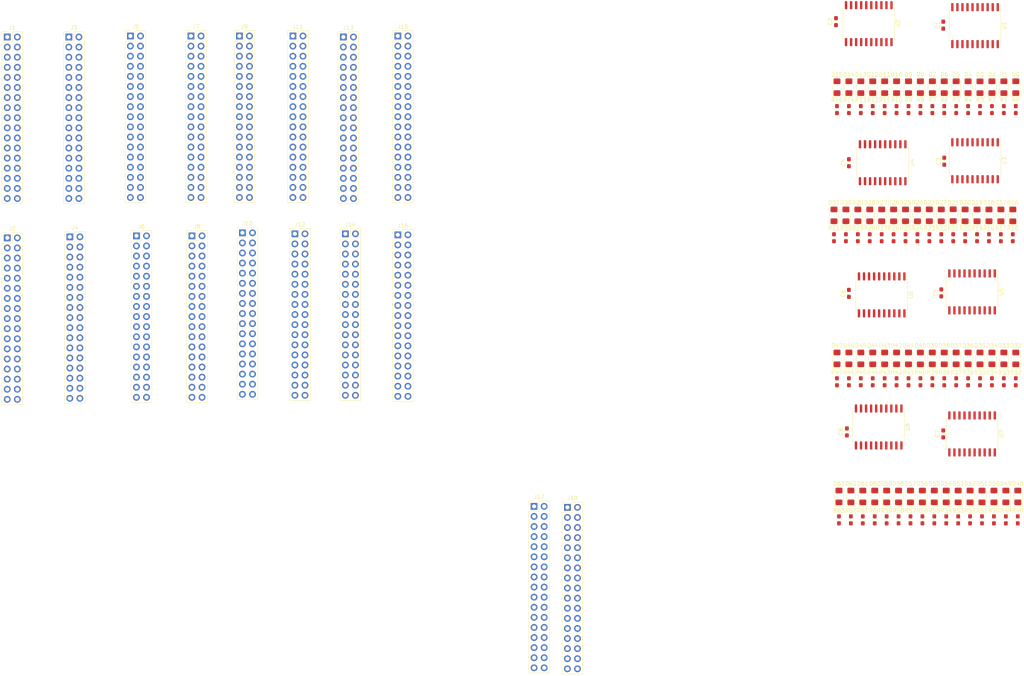
<source format=kicad_pcb>
(kicad_pcb (version 20171130) (host pcbnew "(5.1.5)-3")
  (layers (0 F.Cu signal) (31 B.Cu signal) (34 B.Paste user) (35 F.Paste user) (36 B.SilkS user) (37 F.SilkS user) (38 B.Mask user) (39 F.Mask user) (44 Edge.Cuts user))
  (net 0 "")
  (net 1 /d_bus_read_gpr_a)
  (net 2 /d_bus_00)
  (net 3 /d_bus_write_gpr_a)
  (net 4 /d_bus_01)
  (net 5 /x_bus_write_gpr_a)
  (net 6 /d_bus_02)
  (net 7 /y_bus_write_gpr_a)
  (net 8 /d_bus_03)
  (net 9 "Net-(J1-Pad9)")
  (net 10 /d_bus_04)
  (net 11 "Net-(J1-Pad11)")
  (net 12 /d_bus_05)
  (net 13 "Net-(J1-Pad13)")
  (net 14 /d_bus_06)
  (net 15 "Net-(J1-Pad15)")
  (net 16 /d_bus_07)
  (net 17 "Net-(J1-Pad17)")
  (net 18 /d_bus_08)
  (net 19 "Net-(J1-Pad19)")
  (net 20 /d_bus_09)
  (net 21 "Net-(J1-Pad21)")
  (net 22 /d_bus_10)
  (net 23 /RST)
  (net 24 /d_bus_11)
  (net 25 /DBG)
  (net 26 /d_bus_12)
  (net 27 /HLT)
  (net 28 /d_bus_13)
  (net 29 /~CLK)
  (net 30 /d_bus_14)
  (net 31 /CLK)
  (net 32 /d_bus_15)
  (net 33 GND)
  (net 34 +5V)
  (net 35 /y_bus_15)
  (net 36 /x_bus_00)
  (net 37 /y_bus_14)
  (net 38 /x_bus_01)
  (net 39 /y_bus_13)
  (net 40 /x_bus_02)
  (net 41 /y_bus_12)
  (net 42 /x_bus_03)
  (net 43 /y_bus_11)
  (net 44 /x_bus_04)
  (net 45 /y_bus_10)
  (net 46 /x_bus_05)
  (net 47 /y_bus_09)
  (net 48 /x_bus_06)
  (net 49 /y_bus_08)
  (net 50 /x_bus_07)
  (net 51 /y_bus_07)
  (net 52 /x_bus_08)
  (net 53 /y_bus_06)
  (net 54 /x_bus_09)
  (net 55 /y_bus_05)
  (net 56 /x_bus_10)
  (net 57 /y_bus_04)
  (net 58 /x_bus_11)
  (net 59 /y_bus_03)
  (net 60 /x_bus_12)
  (net 61 /y_bus_02)
  (net 62 /x_bus_13)
  (net 63 /y_bus_01)
  (net 64 /x_bus_14)
  (net 65 /y_bus_00)
  (net 66 /x_bus_15)
  (net 67 /d_bus_read_gpr_b)
  (net 68 /d_bus_write_gpr_b)
  (net 69 /x_bus_write_gpr_b)
  (net 70 /y_bus_write_gpr_b)
  (net 71 "Net-(J3-Pad9)")
  (net 72 "Net-(J3-Pad11)")
  (net 73 "Net-(J3-Pad13)")
  (net 74 "Net-(J3-Pad15)")
  (net 75 "Net-(J3-Pad17)")
  (net 76 "Net-(J3-Pad19)")
  (net 77 "Net-(J3-Pad21)")
  (net 78 /d_bus_read_gpr_c)
  (net 79 /d_bus_write_gpr_c)
  (net 80 /x_bus_write_gpr_c)
  (net 81 /y_bus_write_gpr_c)
  (net 82 "Net-(J5-Pad9)")
  (net 83 "Net-(J5-Pad11)")
  (net 84 "Net-(J5-Pad13)")
  (net 85 "Net-(J5-Pad15)")
  (net 86 "Net-(J5-Pad17)")
  (net 87 "Net-(J5-Pad19)")
  (net 88 "Net-(J5-Pad21)")
  (net 89 /d_bus_read_gpr_d)
  (net 90 /d_bus_write_gpr_d)
  (net 91 /x_bus_write_gpr_d)
  (net 92 /y_bus_write_gpr_d)
  (net 93 "Net-(J7-Pad9)")
  (net 94 "Net-(J7-Pad11)")
  (net 95 "Net-(J7-Pad13)")
  (net 96 "Net-(J7-Pad15)")
  (net 97 "Net-(J7-Pad17)")
  (net 98 "Net-(J7-Pad19)")
  (net 99 "Net-(J7-Pad21)")
  (net 100 /d_bus_read_si)
  (net 101 /d_bus_write_si)
  (net 102 /a_bus_write_si)
  (net 103 /reg_inc_si)
  (net 104 /reg_dec_si)
  (net 105 /reg_carry_si)
  (net 106 /reg_borrow_si)
  (net 107 "Net-(J9-Pad15)")
  (net 108 "Net-(J9-Pad17)")
  (net 109 "Net-(J9-Pad19)")
  (net 110 "Net-(J9-Pad21)")
  (net 111 /a_bus_15)
  (net 112 "Net-(J10-Pad31)")
  (net 113 /a_bus_14)
  (net 114 "Net-(J10-Pad29)")
  (net 115 /a_bus_13)
  (net 116 "Net-(J10-Pad27)")
  (net 117 /a_bus_12)
  (net 118 "Net-(J10-Pad25)")
  (net 119 /a_bus_11)
  (net 120 "Net-(J10-Pad23)")
  (net 121 /a_bus_10)
  (net 122 "Net-(J10-Pad21)")
  (net 123 /a_bus_09)
  (net 124 "Net-(J10-Pad19)")
  (net 125 /a_bus_08)
  (net 126 "Net-(J10-Pad17)")
  (net 127 /a_bus_07)
  (net 128 "Net-(J10-Pad15)")
  (net 129 /a_bus_06)
  (net 130 "Net-(J10-Pad13)")
  (net 131 /a_bus_05)
  (net 132 "Net-(J10-Pad11)")
  (net 133 /a_bus_04)
  (net 134 "Net-(J10-Pad9)")
  (net 135 /a_bus_03)
  (net 136 "Net-(J10-Pad7)")
  (net 137 /a_bus_02)
  (net 138 "Net-(J10-Pad5)")
  (net 139 /a_bus_01)
  (net 140 "Net-(J10-Pad3)")
  (net 141 /a_bus_00)
  (net 142 "Net-(J10-Pad1)")
  (net 143 /d_bus_read_di)
  (net 144 /d_bus_write_di)
  (net 145 /a_bus_write_di)
  (net 146 /reg_inc_di)
  (net 147 /reg_dec_di)
  (net 148 /reg_carry_di)
  (net 149 /reg_borrow_di)
  (net 150 "Net-(J11-Pad15)")
  (net 151 "Net-(J11-Pad17)")
  (net 152 "Net-(J11-Pad19)")
  (net 153 "Net-(J11-Pad21)")
  (net 154 "Net-(J12-Pad31)")
  (net 155 "Net-(J12-Pad29)")
  (net 156 "Net-(J12-Pad27)")
  (net 157 "Net-(J12-Pad25)")
  (net 158 "Net-(J12-Pad23)")
  (net 159 "Net-(J12-Pad21)")
  (net 160 "Net-(J12-Pad19)")
  (net 161 "Net-(J12-Pad17)")
  (net 162 "Net-(J12-Pad15)")
  (net 163 "Net-(J12-Pad13)")
  (net 164 "Net-(J12-Pad11)")
  (net 165 "Net-(J12-Pad9)")
  (net 166 "Net-(J12-Pad7)")
  (net 167 "Net-(J12-Pad5)")
  (net 168 "Net-(J12-Pad3)")
  (net 169 "Net-(J12-Pad1)")
  (net 170 /d_bus_read_pc)
  (net 171 /d_bus_write_pc)
  (net 172 /a_bus_write_pc)
  (net 173 /reg_inc_pc)
  (net 174 /reg_dec_pc)
  (net 175 /reg_carry_pc)
  (net 176 /reg_borrow_pc)
  (net 177 "Net-(J13-Pad15)")
  (net 178 "Net-(J13-Pad17)")
  (net 179 "Net-(J13-Pad19)")
  (net 180 "Net-(J13-Pad21)")
  (net 181 "Net-(J14-Pad31)")
  (net 182 "Net-(J14-Pad29)")
  (net 183 "Net-(J14-Pad27)")
  (net 184 "Net-(J14-Pad25)")
  (net 185 "Net-(J14-Pad23)")
  (net 186 "Net-(J14-Pad21)")
  (net 187 "Net-(J14-Pad19)")
  (net 188 "Net-(J14-Pad17)")
  (net 189 "Net-(J14-Pad15)")
  (net 190 "Net-(J14-Pad13)")
  (net 191 "Net-(J14-Pad11)")
  (net 192 "Net-(J14-Pad9)")
  (net 193 "Net-(J14-Pad7)")
  (net 194 "Net-(J14-Pad5)")
  (net 195 "Net-(J14-Pad3)")
  (net 196 "Net-(J14-Pad1)")
  (net 197 "Net-(J15-Pad15)")
  (net 198 "Net-(J15-Pad17)")
  (net 199 "Net-(J15-Pad19)")
  (net 200 "Net-(J15-Pad21)")
  (net 201 "Net-(J16-Pad31)")
  (net 202 "Net-(J16-Pad29)")
  (net 203 "Net-(J16-Pad27)")
  (net 204 "Net-(J16-Pad25)")
  (net 205 "Net-(J16-Pad23)")
  (net 206 "Net-(J16-Pad21)")
  (net 207 "Net-(J16-Pad19)")
  (net 208 "Net-(J16-Pad17)")
  (net 209 "Net-(J16-Pad15)")
  (net 210 "Net-(J16-Pad13)")
  (net 211 "Net-(J16-Pad11)")
  (net 212 "Net-(J16-Pad9)")
  (net 213 "Net-(J16-Pad7)")
  (net 214 "Net-(J16-Pad5)")
  (net 215 "Net-(J16-Pad3)")
  (net 216 "Net-(J16-Pad1)")
  (net 217 "Net-(D0-Pad2)")
  (net 218 "Net-(D0-Pad1)")
  (net 219 "Net-(D1-Pad1)")
  (net 220 "Net-(D1-Pad2)")
  (net 221 "Net-(D2-Pad1)")
  (net 222 "Net-(D2-Pad2)")
  (net 223 "Net-(D3-Pad1)")
  (net 224 "Net-(D3-Pad2)")
  (net 225 "Net-(D4-Pad1)")
  (net 226 "Net-(D4-Pad2)")
  (net 227 "Net-(D5-Pad1)")
  (net 228 "Net-(D5-Pad2)")
  (net 229 "Net-(D6-Pad1)")
  (net 230 "Net-(D6-Pad2)")
  (net 231 "Net-(D7-Pad2)")
  (net 232 "Net-(D7-Pad1)")
  (net 233 "Net-(D8-Pad1)")
  (net 234 "Net-(D8-Pad2)")
  (net 235 "Net-(D9-Pad1)")
  (net 236 "Net-(D9-Pad2)")
  (net 237 "Net-(D10-Pad2)")
  (net 238 "Net-(D10-Pad1)")
  (net 239 "Net-(D11-Pad1)")
  (net 240 "Net-(D11-Pad2)")
  (net 241 "Net-(D12-Pad2)")
  (net 242 "Net-(D12-Pad1)")
  (net 243 "Net-(D13-Pad1)")
  (net 244 "Net-(D13-Pad2)")
  (net 245 "Net-(D14-Pad2)")
  (net 246 "Net-(D14-Pad1)")
  (net 247 "Net-(D15-Pad2)")
  (net 248 "Net-(D15-Pad1)")
  (net 249 "Net-(D16-Pad1)")
  (net 250 "Net-(D16-Pad2)")
  (net 251 "Net-(D17-Pad2)")
  (net 252 "Net-(D17-Pad1)")
  (net 253 "Net-(D18-Pad1)")
  (net 254 "Net-(D18-Pad2)")
  (net 255 "Net-(D19-Pad2)")
  (net 256 "Net-(D19-Pad1)")
  (net 257 "Net-(D20-Pad2)")
  (net 258 "Net-(D20-Pad1)")
  (net 259 "Net-(D21-Pad1)")
  (net 260 "Net-(D21-Pad2)")
  (net 261 "Net-(D22-Pad1)")
  (net 262 "Net-(D22-Pad2)")
  (net 263 "Net-(D23-Pad2)")
  (net 264 "Net-(D23-Pad1)")
  (net 265 "Net-(D24-Pad2)")
  (net 266 "Net-(D24-Pad1)")
  (net 267 "Net-(D25-Pad1)")
  (net 268 "Net-(D25-Pad2)")
  (net 269 "Net-(D26-Pad1)")
  (net 270 "Net-(D26-Pad2)")
  (net 271 "Net-(D27-Pad2)")
  (net 272 "Net-(D27-Pad1)")
  (net 273 "Net-(D28-Pad1)")
  (net 274 "Net-(D28-Pad2)")
  (net 275 "Net-(D29-Pad2)")
  (net 276 "Net-(D29-Pad1)")
  (net 277 "Net-(D30-Pad1)")
  (net 278 "Net-(D30-Pad2)")
  (net 279 "Net-(D31-Pad2)")
  (net 280 "Net-(D31-Pad1)")
  (net 281 "Net-(D32-Pad2)")
  (net 282 "Net-(D32-Pad1)")
  (net 283 "Net-(D33-Pad1)")
  (net 284 "Net-(D33-Pad2)")
  (net 285 "Net-(D34-Pad1)")
  (net 286 "Net-(D34-Pad2)")
  (net 287 "Net-(D35-Pad2)")
  (net 288 "Net-(D35-Pad1)")
  (net 289 "Net-(D36-Pad1)")
  (net 290 "Net-(D36-Pad2)")
  (net 291 "Net-(D37-Pad2)")
  (net 292 "Net-(D37-Pad1)")
  (net 293 "Net-(D38-Pad2)")
  (net 294 "Net-(D38-Pad1)")
  (net 295 "Net-(D39-Pad2)")
  (net 296 "Net-(D39-Pad1)")
  (net 297 "Net-(D40-Pad2)")
  (net 298 "Net-(D40-Pad1)")
  (net 299 "Net-(D41-Pad2)")
  (net 300 "Net-(D41-Pad1)")
  (net 301 "Net-(D42-Pad2)")
  (net 302 "Net-(D42-Pad1)")
  (net 303 "Net-(D43-Pad1)")
  (net 304 "Net-(D43-Pad2)")
  (net 305 "Net-(D44-Pad2)")
  (net 306 "Net-(D44-Pad1)")
  (net 307 "Net-(D45-Pad2)")
  (net 308 "Net-(D45-Pad1)")
  (net 309 "Net-(D46-Pad1)")
  (net 310 "Net-(D46-Pad2)")
  (net 311 "Net-(D47-Pad2)")
  (net 312 "Net-(D47-Pad1)")
  (net 313 "Net-(D48-Pad1)")
  (net 314 "Net-(D48-Pad2)")
  (net 315 "Net-(D49-Pad1)")
  (net 316 "Net-(D49-Pad2)")
  (net 317 "Net-(D50-Pad1)")
  (net 318 "Net-(D50-Pad2)")
  (net 319 "Net-(D51-Pad2)")
  (net 320 "Net-(D51-Pad1)")
  (net 321 "Net-(D52-Pad2)")
  (net 322 "Net-(D52-Pad1)")
  (net 323 "Net-(D53-Pad1)")
  (net 324 "Net-(D53-Pad2)")
  (net 325 "Net-(D54-Pad1)")
  (net 326 "Net-(D54-Pad2)")
  (net 327 "Net-(D55-Pad2)")
  (net 328 "Net-(D55-Pad1)")
  (net 329 "Net-(D56-Pad2)")
  (net 330 "Net-(D56-Pad1)")
  (net 331 "Net-(D57-Pad1)")
  (net 332 "Net-(D57-Pad2)")
  (net 333 "Net-(D58-Pad2)")
  (net 334 "Net-(D58-Pad1)")
  (net 335 "Net-(D59-Pad1)")
  (net 336 "Net-(D59-Pad2)")
  (net 337 "Net-(D60-Pad2)")
  (net 338 "Net-(D60-Pad1)")
  (net 339 "Net-(D61-Pad1)")
  (net 340 "Net-(D61-Pad2)")
  (net 341 "Net-(D62-Pad2)")
  (net 342 "Net-(D62-Pad1)")
  (net 343 "Net-(D63-Pad1)")
  (net 344 "Net-(D63-Pad2)")
  (net 345 /reg_carry_sp)
  (net 346 /reg_borrow_sp)
  (net 347 "Net-(J17-Pad31)")
  (net 348 "Net-(J17-Pad29)")
  (net 349 "Net-(J17-Pad27)")
  (net 350 "Net-(J17-Pad25)")
  (net 351 "Net-(J17-Pad23)")
  (net 352 "Net-(J17-Pad21)")
  (net 353 "Net-(J17-Pad19)")
  (net 354 "Net-(J17-Pad17)")
  (net 355 "Net-(J17-Pad15)")
  (net 356 "Net-(J17-Pad13)")
  (net 357 "Net-(J17-Pad11)")
  (net 358 "Net-(J17-Pad9)")
  (net 359 "Net-(J17-Pad7)")
  (net 360 "Net-(J17-Pad5)")
  (net 361 "Net-(J17-Pad3)")
  (net 362 "Net-(J17-Pad1)")
  (net 363 "Net-(J18-Pad21)")
  (net 364 "Net-(J18-Pad22)")
  (net 365 "Net-(J18-Pad23)")
  (net 366 "Net-(J18-Pad24)")
  (net 367 "Net-(J18-Pad25)")
  (net 368 "Net-(J18-Pad26)")
  (net 369 "Net-(J18-Pad27)")
  (net 370 "Net-(J18-Pad28)")
  (net 371 "Net-(J18-Pad29)")
  (net 372 "Net-(J18-Pad30)")
  (net 373 "Net-(J18-Pad31)")
  (net 374 "Net-(J18-Pad32)")
  (module Connector_PinHeader_2.54mm:PinHeader_2x17_P2.54mm_Vertical (layer F.Cu) (at 27.686 22.86)
    (fp_text reference J1 (at 1.27 -2.33) (layer F.SilkS))
    (fp_text value "GPR A1")
    (pad 1 thru_hole rect (at 0 0) (size 1.7 1.7) (drill 1) (layers *.Cu *.Mask) (net 1 /d_bus_read_gpr_a))
    (pad 2 thru_hole oval (at 2.54 0) (size 1.7 1.7) (drill 1) (layers *.Cu *.Mask) (net 2 /d_bus_00))
    (pad 3 thru_hole oval (at 0 2.54) (size 1.7 1.7) (drill 1) (layers *.Cu *.Mask) (net 3 /d_bus_write_gpr_a))
    (pad 4 thru_hole oval (at 2.54 2.54) (size 1.7 1.7) (drill 1) (layers *.Cu *.Mask) (net 4 /d_bus_01))
    (pad 5 thru_hole oval (at 0 5.08) (size 1.7 1.7) (drill 1) (layers *.Cu *.Mask) (net 5 /x_bus_write_gpr_a))
    (pad 6 thru_hole oval (at 2.54 5.08) (size 1.7 1.7) (drill 1) (layers *.Cu *.Mask) (net 6 /d_bus_02))
    (pad 7 thru_hole oval (at 0 7.62) (size 1.7 1.7) (drill 1) (layers *.Cu *.Mask) (net 7 /y_bus_write_gpr_a))
    (pad 8 thru_hole oval (at 2.54 7.62) (size 1.7 1.7) (drill 1) (layers *.Cu *.Mask) (net 8 /d_bus_03))
    (pad 9 thru_hole oval (at 0 10.16) (size 1.7 1.7) (drill 1) (layers *.Cu *.Mask) (net 9 "Net-(J1-Pad9)"))
    (pad 10 thru_hole oval (at 2.54 10.16) (size 1.7 1.7) (drill 1) (layers *.Cu *.Mask) (net 10 /d_bus_04))
    (pad 11 thru_hole oval (at 0 12.7) (size 1.7 1.7) (drill 1) (layers *.Cu *.Mask) (net 11 "Net-(J1-Pad11)"))
    (pad 12 thru_hole oval (at 2.54 12.7) (size 1.7 1.7) (drill 1) (layers *.Cu *.Mask) (net 12 /d_bus_05))
    (pad 13 thru_hole oval (at 0 15.24) (size 1.7 1.7) (drill 1) (layers *.Cu *.Mask) (net 13 "Net-(J1-Pad13)"))
    (pad 14 thru_hole oval (at 2.54 15.24) (size 1.7 1.7) (drill 1) (layers *.Cu *.Mask) (net 14 /d_bus_06))
    (pad 15 thru_hole oval (at 0 17.78) (size 1.7 1.7) (drill 1) (layers *.Cu *.Mask) (net 15 "Net-(J1-Pad15)"))
    (pad 16 thru_hole oval (at 2.54 17.78) (size 1.7 1.7) (drill 1) (layers *.Cu *.Mask) (net 16 /d_bus_07))
    (pad 17 thru_hole oval (at 0 20.32) (size 1.7 1.7) (drill 1) (layers *.Cu *.Mask) (net 17 "Net-(J1-Pad17)"))
    (pad 18 thru_hole oval (at 2.54 20.32) (size 1.7 1.7) (drill 1) (layers *.Cu *.Mask) (net 18 /d_bus_08))
    (pad 19 thru_hole oval (at 0 22.86) (size 1.7 1.7) (drill 1) (layers *.Cu *.Mask) (net 19 "Net-(J1-Pad19)"))
    (pad 20 thru_hole oval (at 2.54 22.86) (size 1.7 1.7) (drill 1) (layers *.Cu *.Mask) (net 20 /d_bus_09))
    (pad 21 thru_hole oval (at 0 25.4) (size 1.7 1.7) (drill 1) (layers *.Cu *.Mask) (net 21 "Net-(J1-Pad21)"))
    (pad 22 thru_hole oval (at 2.54 25.4) (size 1.7 1.7) (drill 1) (layers *.Cu *.Mask) (net 22 /d_bus_10))
    (pad 23 thru_hole oval (at 0 27.94) (size 1.7 1.7) (drill 1) (layers *.Cu *.Mask) (net 23 /RST))
    (pad 24 thru_hole oval (at 2.54 27.94) (size 1.7 1.7) (drill 1) (layers *.Cu *.Mask) (net 24 /d_bus_11))
    (pad 25 thru_hole oval (at 0 30.48) (size 1.7 1.7) (drill 1) (layers *.Cu *.Mask) (net 25 /DBG))
    (pad 26 thru_hole oval (at 2.54 30.48) (size 1.7 1.7) (drill 1) (layers *.Cu *.Mask) (net 26 /d_bus_12))
    (pad 27 thru_hole oval (at 0 33.02) (size 1.7 1.7) (drill 1) (layers *.Cu *.Mask) (net 27 /HLT))
    (pad 28 thru_hole oval (at 2.54 33.02) (size 1.7 1.7) (drill 1) (layers *.Cu *.Mask) (net 28 /d_bus_13))
    (pad 29 thru_hole oval (at 0 35.56) (size 1.7 1.7) (drill 1) (layers *.Cu *.Mask) (net 29 /~CLK))
    (pad 30 thru_hole oval (at 2.54 35.56) (size 1.7 1.7) (drill 1) (layers *.Cu *.Mask) (net 30 /d_bus_14))
    (pad 31 thru_hole oval (at 0 38.1) (size 1.7 1.7) (drill 1) (layers *.Cu *.Mask) (net 31 /CLK))
    (pad 32 thru_hole oval (at 2.54 38.1) (size 1.7 1.7) (drill 1) (layers *.Cu *.Mask) (net 32 /d_bus_15))
    (pad 33 thru_hole oval (at 0 40.64) (size 1.7 1.7) (drill 1) (layers *.Cu *.Mask) (net 33 GND))
    (pad 34 thru_hole oval (at 2.54 40.64) (size 1.7 1.7) (drill 1) (layers *.Cu *.Mask) (net 34 +5V))
  )
  (module Connector_PinHeader_2.54mm:PinHeader_2x17_P2.54mm_Vertical (layer F.Cu) (at 27.686 73.406)
    (fp_text reference J2 (at 1.27 -2.33) (layer F.SilkS))
    (fp_text value "GPR A2")
    (pad 34 thru_hole oval (at 2.54 40.64) (size 1.7 1.7) (drill 1) (layers *.Cu *.Mask) (net 34 +5V))
    (pad 33 thru_hole oval (at 0 40.64) (size 1.7 1.7) (drill 1) (layers *.Cu *.Mask) (net 33 GND))
    (pad 32 thru_hole oval (at 2.54 38.1) (size 1.7 1.7) (drill 1) (layers *.Cu *.Mask) (net 35 /y_bus_15))
    (pad 31 thru_hole oval (at 0 38.1) (size 1.7 1.7) (drill 1) (layers *.Cu *.Mask) (net 36 /x_bus_00))
    (pad 30 thru_hole oval (at 2.54 35.56) (size 1.7 1.7) (drill 1) (layers *.Cu *.Mask) (net 37 /y_bus_14))
    (pad 29 thru_hole oval (at 0 35.56) (size 1.7 1.7) (drill 1) (layers *.Cu *.Mask) (net 38 /x_bus_01))
    (pad 28 thru_hole oval (at 2.54 33.02) (size 1.7 1.7) (drill 1) (layers *.Cu *.Mask) (net 39 /y_bus_13))
    (pad 27 thru_hole oval (at 0 33.02) (size 1.7 1.7) (drill 1) (layers *.Cu *.Mask) (net 40 /x_bus_02))
    (pad 26 thru_hole oval (at 2.54 30.48) (size 1.7 1.7) (drill 1) (layers *.Cu *.Mask) (net 41 /y_bus_12))
    (pad 25 thru_hole oval (at 0 30.48) (size 1.7 1.7) (drill 1) (layers *.Cu *.Mask) (net 42 /x_bus_03))
    (pad 24 thru_hole oval (at 2.54 27.94) (size 1.7 1.7) (drill 1) (layers *.Cu *.Mask) (net 43 /y_bus_11))
    (pad 23 thru_hole oval (at 0 27.94) (size 1.7 1.7) (drill 1) (layers *.Cu *.Mask) (net 44 /x_bus_04))
    (pad 22 thru_hole oval (at 2.54 25.4) (size 1.7 1.7) (drill 1) (layers *.Cu *.Mask) (net 45 /y_bus_10))
    (pad 21 thru_hole oval (at 0 25.4) (size 1.7 1.7) (drill 1) (layers *.Cu *.Mask) (net 46 /x_bus_05))
    (pad 20 thru_hole oval (at 2.54 22.86) (size 1.7 1.7) (drill 1) (layers *.Cu *.Mask) (net 47 /y_bus_09))
    (pad 19 thru_hole oval (at 0 22.86) (size 1.7 1.7) (drill 1) (layers *.Cu *.Mask) (net 48 /x_bus_06))
    (pad 18 thru_hole oval (at 2.54 20.32) (size 1.7 1.7) (drill 1) (layers *.Cu *.Mask) (net 49 /y_bus_08))
    (pad 17 thru_hole oval (at 0 20.32) (size 1.7 1.7) (drill 1) (layers *.Cu *.Mask) (net 50 /x_bus_07))
    (pad 16 thru_hole oval (at 2.54 17.78) (size 1.7 1.7) (drill 1) (layers *.Cu *.Mask) (net 51 /y_bus_07))
    (pad 15 thru_hole oval (at 0 17.78) (size 1.7 1.7) (drill 1) (layers *.Cu *.Mask) (net 52 /x_bus_08))
    (pad 14 thru_hole oval (at 2.54 15.24) (size 1.7 1.7) (drill 1) (layers *.Cu *.Mask) (net 53 /y_bus_06))
    (pad 13 thru_hole oval (at 0 15.24) (size 1.7 1.7) (drill 1) (layers *.Cu *.Mask) (net 54 /x_bus_09))
    (pad 12 thru_hole oval (at 2.54 12.7) (size 1.7 1.7) (drill 1) (layers *.Cu *.Mask) (net 55 /y_bus_05))
    (pad 11 thru_hole oval (at 0 12.7) (size 1.7 1.7) (drill 1) (layers *.Cu *.Mask) (net 56 /x_bus_10))
    (pad 10 thru_hole oval (at 2.54 10.16) (size 1.7 1.7) (drill 1) (layers *.Cu *.Mask) (net 57 /y_bus_04))
    (pad 9 thru_hole oval (at 0 10.16) (size 1.7 1.7) (drill 1) (layers *.Cu *.Mask) (net 58 /x_bus_11))
    (pad 8 thru_hole oval (at 2.54 7.62) (size 1.7 1.7) (drill 1) (layers *.Cu *.Mask) (net 59 /y_bus_03))
    (pad 7 thru_hole oval (at 0 7.62) (size 1.7 1.7) (drill 1) (layers *.Cu *.Mask) (net 60 /x_bus_12))
    (pad 6 thru_hole oval (at 2.54 5.08) (size 1.7 1.7) (drill 1) (layers *.Cu *.Mask) (net 61 /y_bus_02))
    (pad 5 thru_hole oval (at 0 5.08) (size 1.7 1.7) (drill 1) (layers *.Cu *.Mask) (net 62 /x_bus_13))
    (pad 4 thru_hole oval (at 2.54 2.54) (size 1.7 1.7) (drill 1) (layers *.Cu *.Mask) (net 63 /y_bus_01))
    (pad 3 thru_hole oval (at 0 2.54) (size 1.7 1.7) (drill 1) (layers *.Cu *.Mask) (net 64 /x_bus_14))
    (pad 2 thru_hole oval (at 2.54 0) (size 1.7 1.7) (drill 1) (layers *.Cu *.Mask) (net 65 /y_bus_00))
    (pad 1 thru_hole rect (at 0 0) (size 1.7 1.7) (drill 1) (layers *.Cu *.Mask) (net 66 /x_bus_15))
  )
  (module Connector_PinHeader_2.54mm:PinHeader_2x17_P2.54mm_Vertical (layer F.Cu) (at 43.18 22.86)
    (fp_text reference J3 (at 1.27 -2.33) (layer F.SilkS))
    (fp_text value "GPR B1")
    (pad 1 thru_hole rect (at 0 0) (size 1.7 1.7) (drill 1) (layers *.Cu *.Mask) (net 67 /d_bus_read_gpr_b))
    (pad 2 thru_hole oval (at 2.54 0) (size 1.7 1.7) (drill 1) (layers *.Cu *.Mask) (net 2 /d_bus_00))
    (pad 3 thru_hole oval (at 0 2.54) (size 1.7 1.7) (drill 1) (layers *.Cu *.Mask) (net 68 /d_bus_write_gpr_b))
    (pad 4 thru_hole oval (at 2.54 2.54) (size 1.7 1.7) (drill 1) (layers *.Cu *.Mask) (net 4 /d_bus_01))
    (pad 5 thru_hole oval (at 0 5.08) (size 1.7 1.7) (drill 1) (layers *.Cu *.Mask) (net 69 /x_bus_write_gpr_b))
    (pad 6 thru_hole oval (at 2.54 5.08) (size 1.7 1.7) (drill 1) (layers *.Cu *.Mask) (net 6 /d_bus_02))
    (pad 7 thru_hole oval (at 0 7.62) (size 1.7 1.7) (drill 1) (layers *.Cu *.Mask) (net 70 /y_bus_write_gpr_b))
    (pad 8 thru_hole oval (at 2.54 7.62) (size 1.7 1.7) (drill 1) (layers *.Cu *.Mask) (net 8 /d_bus_03))
    (pad 9 thru_hole oval (at 0 10.16) (size 1.7 1.7) (drill 1) (layers *.Cu *.Mask) (net 71 "Net-(J3-Pad9)"))
    (pad 10 thru_hole oval (at 2.54 10.16) (size 1.7 1.7) (drill 1) (layers *.Cu *.Mask) (net 10 /d_bus_04))
    (pad 11 thru_hole oval (at 0 12.7) (size 1.7 1.7) (drill 1) (layers *.Cu *.Mask) (net 72 "Net-(J3-Pad11)"))
    (pad 12 thru_hole oval (at 2.54 12.7) (size 1.7 1.7) (drill 1) (layers *.Cu *.Mask) (net 12 /d_bus_05))
    (pad 13 thru_hole oval (at 0 15.24) (size 1.7 1.7) (drill 1) (layers *.Cu *.Mask) (net 73 "Net-(J3-Pad13)"))
    (pad 14 thru_hole oval (at 2.54 15.24) (size 1.7 1.7) (drill 1) (layers *.Cu *.Mask) (net 14 /d_bus_06))
    (pad 15 thru_hole oval (at 0 17.78) (size 1.7 1.7) (drill 1) (layers *.Cu *.Mask) (net 74 "Net-(J3-Pad15)"))
    (pad 16 thru_hole oval (at 2.54 17.78) (size 1.7 1.7) (drill 1) (layers *.Cu *.Mask) (net 16 /d_bus_07))
    (pad 17 thru_hole oval (at 0 20.32) (size 1.7 1.7) (drill 1) (layers *.Cu *.Mask) (net 75 "Net-(J3-Pad17)"))
    (pad 18 thru_hole oval (at 2.54 20.32) (size 1.7 1.7) (drill 1) (layers *.Cu *.Mask) (net 18 /d_bus_08))
    (pad 19 thru_hole oval (at 0 22.86) (size 1.7 1.7) (drill 1) (layers *.Cu *.Mask) (net 76 "Net-(J3-Pad19)"))
    (pad 20 thru_hole oval (at 2.54 22.86) (size 1.7 1.7) (drill 1) (layers *.Cu *.Mask) (net 20 /d_bus_09))
    (pad 21 thru_hole oval (at 0 25.4) (size 1.7 1.7) (drill 1) (layers *.Cu *.Mask) (net 77 "Net-(J3-Pad21)"))
    (pad 22 thru_hole oval (at 2.54 25.4) (size 1.7 1.7) (drill 1) (layers *.Cu *.Mask) (net 22 /d_bus_10))
    (pad 23 thru_hole oval (at 0 27.94) (size 1.7 1.7) (drill 1) (layers *.Cu *.Mask) (net 23 /RST))
    (pad 24 thru_hole oval (at 2.54 27.94) (size 1.7 1.7) (drill 1) (layers *.Cu *.Mask) (net 24 /d_bus_11))
    (pad 25 thru_hole oval (at 0 30.48) (size 1.7 1.7) (drill 1) (layers *.Cu *.Mask) (net 25 /DBG))
    (pad 26 thru_hole oval (at 2.54 30.48) (size 1.7 1.7) (drill 1) (layers *.Cu *.Mask) (net 26 /d_bus_12))
    (pad 27 thru_hole oval (at 0 33.02) (size 1.7 1.7) (drill 1) (layers *.Cu *.Mask) (net 27 /HLT))
    (pad 28 thru_hole oval (at 2.54 33.02) (size 1.7 1.7) (drill 1) (layers *.Cu *.Mask) (net 28 /d_bus_13))
    (pad 29 thru_hole oval (at 0 35.56) (size 1.7 1.7) (drill 1) (layers *.Cu *.Mask) (net 29 /~CLK))
    (pad 30 thru_hole oval (at 2.54 35.56) (size 1.7 1.7) (drill 1) (layers *.Cu *.Mask) (net 30 /d_bus_14))
    (pad 31 thru_hole oval (at 0 38.1) (size 1.7 1.7) (drill 1) (layers *.Cu *.Mask) (net 31 /CLK))
    (pad 32 thru_hole oval (at 2.54 38.1) (size 1.7 1.7) (drill 1) (layers *.Cu *.Mask) (net 32 /d_bus_15))
    (pad 33 thru_hole oval (at 0 40.64) (size 1.7 1.7) (drill 1) (layers *.Cu *.Mask) (net 33 GND))
    (pad 34 thru_hole oval (at 2.54 40.64) (size 1.7 1.7) (drill 1) (layers *.Cu *.Mask) (net 34 +5V))
  )
  (module Connector_PinHeader_2.54mm:PinHeader_2x17_P2.54mm_Vertical (layer F.Cu) (at 43.434 73.152)
    (fp_text reference J4 (at 1.27 -2.33) (layer F.SilkS))
    (fp_text value "GPR B2")
    (pad 34 thru_hole oval (at 2.54 40.64) (size 1.7 1.7) (drill 1) (layers *.Cu *.Mask) (net 34 +5V))
    (pad 33 thru_hole oval (at 0 40.64) (size 1.7 1.7) (drill 1) (layers *.Cu *.Mask) (net 33 GND))
    (pad 32 thru_hole oval (at 2.54 38.1) (size 1.7 1.7) (drill 1) (layers *.Cu *.Mask) (net 35 /y_bus_15))
    (pad 31 thru_hole oval (at 0 38.1) (size 1.7 1.7) (drill 1) (layers *.Cu *.Mask) (net 36 /x_bus_00))
    (pad 30 thru_hole oval (at 2.54 35.56) (size 1.7 1.7) (drill 1) (layers *.Cu *.Mask) (net 37 /y_bus_14))
    (pad 29 thru_hole oval (at 0 35.56) (size 1.7 1.7) (drill 1) (layers *.Cu *.Mask) (net 38 /x_bus_01))
    (pad 28 thru_hole oval (at 2.54 33.02) (size 1.7 1.7) (drill 1) (layers *.Cu *.Mask) (net 39 /y_bus_13))
    (pad 27 thru_hole oval (at 0 33.02) (size 1.7 1.7) (drill 1) (layers *.Cu *.Mask) (net 40 /x_bus_02))
    (pad 26 thru_hole oval (at 2.54 30.48) (size 1.7 1.7) (drill 1) (layers *.Cu *.Mask) (net 41 /y_bus_12))
    (pad 25 thru_hole oval (at 0 30.48) (size 1.7 1.7) (drill 1) (layers *.Cu *.Mask) (net 42 /x_bus_03))
    (pad 24 thru_hole oval (at 2.54 27.94) (size 1.7 1.7) (drill 1) (layers *.Cu *.Mask) (net 43 /y_bus_11))
    (pad 23 thru_hole oval (at 0 27.94) (size 1.7 1.7) (drill 1) (layers *.Cu *.Mask) (net 44 /x_bus_04))
    (pad 22 thru_hole oval (at 2.54 25.4) (size 1.7 1.7) (drill 1) (layers *.Cu *.Mask) (net 45 /y_bus_10))
    (pad 21 thru_hole oval (at 0 25.4) (size 1.7 1.7) (drill 1) (layers *.Cu *.Mask) (net 46 /x_bus_05))
    (pad 20 thru_hole oval (at 2.54 22.86) (size 1.7 1.7) (drill 1) (layers *.Cu *.Mask) (net 47 /y_bus_09))
    (pad 19 thru_hole oval (at 0 22.86) (size 1.7 1.7) (drill 1) (layers *.Cu *.Mask) (net 48 /x_bus_06))
    (pad 18 thru_hole oval (at 2.54 20.32) (size 1.7 1.7) (drill 1) (layers *.Cu *.Mask) (net 49 /y_bus_08))
    (pad 17 thru_hole oval (at 0 20.32) (size 1.7 1.7) (drill 1) (layers *.Cu *.Mask) (net 50 /x_bus_07))
    (pad 16 thru_hole oval (at 2.54 17.78) (size 1.7 1.7) (drill 1) (layers *.Cu *.Mask) (net 51 /y_bus_07))
    (pad 15 thru_hole oval (at 0 17.78) (size 1.7 1.7) (drill 1) (layers *.Cu *.Mask) (net 52 /x_bus_08))
    (pad 14 thru_hole oval (at 2.54 15.24) (size 1.7 1.7) (drill 1) (layers *.Cu *.Mask) (net 53 /y_bus_06))
    (pad 13 thru_hole oval (at 0 15.24) (size 1.7 1.7) (drill 1) (layers *.Cu *.Mask) (net 54 /x_bus_09))
    (pad 12 thru_hole oval (at 2.54 12.7) (size 1.7 1.7) (drill 1) (layers *.Cu *.Mask) (net 55 /y_bus_05))
    (pad 11 thru_hole oval (at 0 12.7) (size 1.7 1.7) (drill 1) (layers *.Cu *.Mask) (net 56 /x_bus_10))
    (pad 10 thru_hole oval (at 2.54 10.16) (size 1.7 1.7) (drill 1) (layers *.Cu *.Mask) (net 57 /y_bus_04))
    (pad 9 thru_hole oval (at 0 10.16) (size 1.7 1.7) (drill 1) (layers *.Cu *.Mask) (net 58 /x_bus_11))
    (pad 8 thru_hole oval (at 2.54 7.62) (size 1.7 1.7) (drill 1) (layers *.Cu *.Mask) (net 59 /y_bus_03))
    (pad 7 thru_hole oval (at 0 7.62) (size 1.7 1.7) (drill 1) (layers *.Cu *.Mask) (net 60 /x_bus_12))
    (pad 6 thru_hole oval (at 2.54 5.08) (size 1.7 1.7) (drill 1) (layers *.Cu *.Mask) (net 61 /y_bus_02))
    (pad 5 thru_hole oval (at 0 5.08) (size 1.7 1.7) (drill 1) (layers *.Cu *.Mask) (net 62 /x_bus_13))
    (pad 4 thru_hole oval (at 2.54 2.54) (size 1.7 1.7) (drill 1) (layers *.Cu *.Mask) (net 63 /y_bus_01))
    (pad 3 thru_hole oval (at 0 2.54) (size 1.7 1.7) (drill 1) (layers *.Cu *.Mask) (net 64 /x_bus_14))
    (pad 2 thru_hole oval (at 2.54 0) (size 1.7 1.7) (drill 1) (layers *.Cu *.Mask) (net 65 /y_bus_00))
    (pad 1 thru_hole rect (at 0 0) (size 1.7 1.7) (drill 1) (layers *.Cu *.Mask) (net 66 /x_bus_15))
  )
  (module Connector_PinHeader_2.54mm:PinHeader_2x17_P2.54mm_Vertical (layer F.Cu) (at 58.674 22.606)
    (fp_text reference J5 (at 1.27 -2.33) (layer F.SilkS))
    (fp_text value "GPR C1")
    (pad 1 thru_hole rect (at 0 0) (size 1.7 1.7) (drill 1) (layers *.Cu *.Mask) (net 78 /d_bus_read_gpr_c))
    (pad 2 thru_hole oval (at 2.54 0) (size 1.7 1.7) (drill 1) (layers *.Cu *.Mask) (net 2 /d_bus_00))
    (pad 3 thru_hole oval (at 0 2.54) (size 1.7 1.7) (drill 1) (layers *.Cu *.Mask) (net 79 /d_bus_write_gpr_c))
    (pad 4 thru_hole oval (at 2.54 2.54) (size 1.7 1.7) (drill 1) (layers *.Cu *.Mask) (net 4 /d_bus_01))
    (pad 5 thru_hole oval (at 0 5.08) (size 1.7 1.7) (drill 1) (layers *.Cu *.Mask) (net 80 /x_bus_write_gpr_c))
    (pad 6 thru_hole oval (at 2.54 5.08) (size 1.7 1.7) (drill 1) (layers *.Cu *.Mask) (net 6 /d_bus_02))
    (pad 7 thru_hole oval (at 0 7.62) (size 1.7 1.7) (drill 1) (layers *.Cu *.Mask) (net 81 /y_bus_write_gpr_c))
    (pad 8 thru_hole oval (at 2.54 7.62) (size 1.7 1.7) (drill 1) (layers *.Cu *.Mask) (net 8 /d_bus_03))
    (pad 9 thru_hole oval (at 0 10.16) (size 1.7 1.7) (drill 1) (layers *.Cu *.Mask) (net 82 "Net-(J5-Pad9)"))
    (pad 10 thru_hole oval (at 2.54 10.16) (size 1.7 1.7) (drill 1) (layers *.Cu *.Mask) (net 10 /d_bus_04))
    (pad 11 thru_hole oval (at 0 12.7) (size 1.7 1.7) (drill 1) (layers *.Cu *.Mask) (net 83 "Net-(J5-Pad11)"))
    (pad 12 thru_hole oval (at 2.54 12.7) (size 1.7 1.7) (drill 1) (layers *.Cu *.Mask) (net 12 /d_bus_05))
    (pad 13 thru_hole oval (at 0 15.24) (size 1.7 1.7) (drill 1) (layers *.Cu *.Mask) (net 84 "Net-(J5-Pad13)"))
    (pad 14 thru_hole oval (at 2.54 15.24) (size 1.7 1.7) (drill 1) (layers *.Cu *.Mask) (net 14 /d_bus_06))
    (pad 15 thru_hole oval (at 0 17.78) (size 1.7 1.7) (drill 1) (layers *.Cu *.Mask) (net 85 "Net-(J5-Pad15)"))
    (pad 16 thru_hole oval (at 2.54 17.78) (size 1.7 1.7) (drill 1) (layers *.Cu *.Mask) (net 16 /d_bus_07))
    (pad 17 thru_hole oval (at 0 20.32) (size 1.7 1.7) (drill 1) (layers *.Cu *.Mask) (net 86 "Net-(J5-Pad17)"))
    (pad 18 thru_hole oval (at 2.54 20.32) (size 1.7 1.7) (drill 1) (layers *.Cu *.Mask) (net 18 /d_bus_08))
    (pad 19 thru_hole oval (at 0 22.86) (size 1.7 1.7) (drill 1) (layers *.Cu *.Mask) (net 87 "Net-(J5-Pad19)"))
    (pad 20 thru_hole oval (at 2.54 22.86) (size 1.7 1.7) (drill 1) (layers *.Cu *.Mask) (net 20 /d_bus_09))
    (pad 21 thru_hole oval (at 0 25.4) (size 1.7 1.7) (drill 1) (layers *.Cu *.Mask) (net 88 "Net-(J5-Pad21)"))
    (pad 22 thru_hole oval (at 2.54 25.4) (size 1.7 1.7) (drill 1) (layers *.Cu *.Mask) (net 22 /d_bus_10))
    (pad 23 thru_hole oval (at 0 27.94) (size 1.7 1.7) (drill 1) (layers *.Cu *.Mask) (net 23 /RST))
    (pad 24 thru_hole oval (at 2.54 27.94) (size 1.7 1.7) (drill 1) (layers *.Cu *.Mask) (net 24 /d_bus_11))
    (pad 25 thru_hole oval (at 0 30.48) (size 1.7 1.7) (drill 1) (layers *.Cu *.Mask) (net 25 /DBG))
    (pad 26 thru_hole oval (at 2.54 30.48) (size 1.7 1.7) (drill 1) (layers *.Cu *.Mask) (net 26 /d_bus_12))
    (pad 27 thru_hole oval (at 0 33.02) (size 1.7 1.7) (drill 1) (layers *.Cu *.Mask) (net 27 /HLT))
    (pad 28 thru_hole oval (at 2.54 33.02) (size 1.7 1.7) (drill 1) (layers *.Cu *.Mask) (net 28 /d_bus_13))
    (pad 29 thru_hole oval (at 0 35.56) (size 1.7 1.7) (drill 1) (layers *.Cu *.Mask) (net 29 /~CLK))
    (pad 30 thru_hole oval (at 2.54 35.56) (size 1.7 1.7) (drill 1) (layers *.Cu *.Mask) (net 30 /d_bus_14))
    (pad 31 thru_hole oval (at 0 38.1) (size 1.7 1.7) (drill 1) (layers *.Cu *.Mask) (net 31 /CLK))
    (pad 32 thru_hole oval (at 2.54 38.1) (size 1.7 1.7) (drill 1) (layers *.Cu *.Mask) (net 32 /d_bus_15))
    (pad 33 thru_hole oval (at 0 40.64) (size 1.7 1.7) (drill 1) (layers *.Cu *.Mask) (net 33 GND))
    (pad 34 thru_hole oval (at 2.54 40.64) (size 1.7 1.7) (drill 1) (layers *.Cu *.Mask) (net 34 +5V))
  )
  (module Connector_PinHeader_2.54mm:PinHeader_2x17_P2.54mm_Vertical (layer F.Cu) (at 60.198 72.898)
    (fp_text reference J6 (at 1.27 -2.33) (layer F.SilkS))
    (fp_text value "GPR C2")
    (pad 34 thru_hole oval (at 2.54 40.64) (size 1.7 1.7) (drill 1) (layers *.Cu *.Mask) (net 34 +5V))
    (pad 33 thru_hole oval (at 0 40.64) (size 1.7 1.7) (drill 1) (layers *.Cu *.Mask) (net 33 GND))
    (pad 32 thru_hole oval (at 2.54 38.1) (size 1.7 1.7) (drill 1) (layers *.Cu *.Mask) (net 35 /y_bus_15))
    (pad 31 thru_hole oval (at 0 38.1) (size 1.7 1.7) (drill 1) (layers *.Cu *.Mask) (net 36 /x_bus_00))
    (pad 30 thru_hole oval (at 2.54 35.56) (size 1.7 1.7) (drill 1) (layers *.Cu *.Mask) (net 37 /y_bus_14))
    (pad 29 thru_hole oval (at 0 35.56) (size 1.7 1.7) (drill 1) (layers *.Cu *.Mask) (net 38 /x_bus_01))
    (pad 28 thru_hole oval (at 2.54 33.02) (size 1.7 1.7) (drill 1) (layers *.Cu *.Mask) (net 39 /y_bus_13))
    (pad 27 thru_hole oval (at 0 33.02) (size 1.7 1.7) (drill 1) (layers *.Cu *.Mask) (net 40 /x_bus_02))
    (pad 26 thru_hole oval (at 2.54 30.48) (size 1.7 1.7) (drill 1) (layers *.Cu *.Mask) (net 41 /y_bus_12))
    (pad 25 thru_hole oval (at 0 30.48) (size 1.7 1.7) (drill 1) (layers *.Cu *.Mask) (net 42 /x_bus_03))
    (pad 24 thru_hole oval (at 2.54 27.94) (size 1.7 1.7) (drill 1) (layers *.Cu *.Mask) (net 43 /y_bus_11))
    (pad 23 thru_hole oval (at 0 27.94) (size 1.7 1.7) (drill 1) (layers *.Cu *.Mask) (net 44 /x_bus_04))
    (pad 22 thru_hole oval (at 2.54 25.4) (size 1.7 1.7) (drill 1) (layers *.Cu *.Mask) (net 45 /y_bus_10))
    (pad 21 thru_hole oval (at 0 25.4) (size 1.7 1.7) (drill 1) (layers *.Cu *.Mask) (net 46 /x_bus_05))
    (pad 20 thru_hole oval (at 2.54 22.86) (size 1.7 1.7) (drill 1) (layers *.Cu *.Mask) (net 47 /y_bus_09))
    (pad 19 thru_hole oval (at 0 22.86) (size 1.7 1.7) (drill 1) (layers *.Cu *.Mask) (net 48 /x_bus_06))
    (pad 18 thru_hole oval (at 2.54 20.32) (size 1.7 1.7) (drill 1) (layers *.Cu *.Mask) (net 49 /y_bus_08))
    (pad 17 thru_hole oval (at 0 20.32) (size 1.7 1.7) (drill 1) (layers *.Cu *.Mask) (net 50 /x_bus_07))
    (pad 16 thru_hole oval (at 2.54 17.78) (size 1.7 1.7) (drill 1) (layers *.Cu *.Mask) (net 51 /y_bus_07))
    (pad 15 thru_hole oval (at 0 17.78) (size 1.7 1.7) (drill 1) (layers *.Cu *.Mask) (net 52 /x_bus_08))
    (pad 14 thru_hole oval (at 2.54 15.24) (size 1.7 1.7) (drill 1) (layers *.Cu *.Mask) (net 53 /y_bus_06))
    (pad 13 thru_hole oval (at 0 15.24) (size 1.7 1.7) (drill 1) (layers *.Cu *.Mask) (net 54 /x_bus_09))
    (pad 12 thru_hole oval (at 2.54 12.7) (size 1.7 1.7) (drill 1) (layers *.Cu *.Mask) (net 55 /y_bus_05))
    (pad 11 thru_hole oval (at 0 12.7) (size 1.7 1.7) (drill 1) (layers *.Cu *.Mask) (net 56 /x_bus_10))
    (pad 10 thru_hole oval (at 2.54 10.16) (size 1.7 1.7) (drill 1) (layers *.Cu *.Mask) (net 57 /y_bus_04))
    (pad 9 thru_hole oval (at 0 10.16) (size 1.7 1.7) (drill 1) (layers *.Cu *.Mask) (net 58 /x_bus_11))
    (pad 8 thru_hole oval (at 2.54 7.62) (size 1.7 1.7) (drill 1) (layers *.Cu *.Mask) (net 59 /y_bus_03))
    (pad 7 thru_hole oval (at 0 7.62) (size 1.7 1.7) (drill 1) (layers *.Cu *.Mask) (net 60 /x_bus_12))
    (pad 6 thru_hole oval (at 2.54 5.08) (size 1.7 1.7) (drill 1) (layers *.Cu *.Mask) (net 61 /y_bus_02))
    (pad 5 thru_hole oval (at 0 5.08) (size 1.7 1.7) (drill 1) (layers *.Cu *.Mask) (net 62 /x_bus_13))
    (pad 4 thru_hole oval (at 2.54 2.54) (size 1.7 1.7) (drill 1) (layers *.Cu *.Mask) (net 63 /y_bus_01))
    (pad 3 thru_hole oval (at 0 2.54) (size 1.7 1.7) (drill 1) (layers *.Cu *.Mask) (net 64 /x_bus_14))
    (pad 2 thru_hole oval (at 2.54 0) (size 1.7 1.7) (drill 1) (layers *.Cu *.Mask) (net 65 /y_bus_00))
    (pad 1 thru_hole rect (at 0 0) (size 1.7 1.7) (drill 1) (layers *.Cu *.Mask) (net 66 /x_bus_15))
  )
  (module Connector_PinHeader_2.54mm:PinHeader_2x17_P2.54mm_Vertical (layer F.Cu) (at 73.914 22.606)
    (fp_text reference J7 (at 1.27 -2.33) (layer F.SilkS))
    (fp_text value "GPR D1")
    (pad 1 thru_hole rect (at 0 0) (size 1.7 1.7) (drill 1) (layers *.Cu *.Mask) (net 89 /d_bus_read_gpr_d))
    (pad 2 thru_hole oval (at 2.54 0) (size 1.7 1.7) (drill 1) (layers *.Cu *.Mask) (net 2 /d_bus_00))
    (pad 3 thru_hole oval (at 0 2.54) (size 1.7 1.7) (drill 1) (layers *.Cu *.Mask) (net 90 /d_bus_write_gpr_d))
    (pad 4 thru_hole oval (at 2.54 2.54) (size 1.7 1.7) (drill 1) (layers *.Cu *.Mask) (net 4 /d_bus_01))
    (pad 5 thru_hole oval (at 0 5.08) (size 1.7 1.7) (drill 1) (layers *.Cu *.Mask) (net 91 /x_bus_write_gpr_d))
    (pad 6 thru_hole oval (at 2.54 5.08) (size 1.7 1.7) (drill 1) (layers *.Cu *.Mask) (net 6 /d_bus_02))
    (pad 7 thru_hole oval (at 0 7.62) (size 1.7 1.7) (drill 1) (layers *.Cu *.Mask) (net 92 /y_bus_write_gpr_d))
    (pad 8 thru_hole oval (at 2.54 7.62) (size 1.7 1.7) (drill 1) (layers *.Cu *.Mask) (net 8 /d_bus_03))
    (pad 9 thru_hole oval (at 0 10.16) (size 1.7 1.7) (drill 1) (layers *.Cu *.Mask) (net 93 "Net-(J7-Pad9)"))
    (pad 10 thru_hole oval (at 2.54 10.16) (size 1.7 1.7) (drill 1) (layers *.Cu *.Mask) (net 10 /d_bus_04))
    (pad 11 thru_hole oval (at 0 12.7) (size 1.7 1.7) (drill 1) (layers *.Cu *.Mask) (net 94 "Net-(J7-Pad11)"))
    (pad 12 thru_hole oval (at 2.54 12.7) (size 1.7 1.7) (drill 1) (layers *.Cu *.Mask) (net 12 /d_bus_05))
    (pad 13 thru_hole oval (at 0 15.24) (size 1.7 1.7) (drill 1) (layers *.Cu *.Mask) (net 95 "Net-(J7-Pad13)"))
    (pad 14 thru_hole oval (at 2.54 15.24) (size 1.7 1.7) (drill 1) (layers *.Cu *.Mask) (net 14 /d_bus_06))
    (pad 15 thru_hole oval (at 0 17.78) (size 1.7 1.7) (drill 1) (layers *.Cu *.Mask) (net 96 "Net-(J7-Pad15)"))
    (pad 16 thru_hole oval (at 2.54 17.78) (size 1.7 1.7) (drill 1) (layers *.Cu *.Mask) (net 16 /d_bus_07))
    (pad 17 thru_hole oval (at 0 20.32) (size 1.7 1.7) (drill 1) (layers *.Cu *.Mask) (net 97 "Net-(J7-Pad17)"))
    (pad 18 thru_hole oval (at 2.54 20.32) (size 1.7 1.7) (drill 1) (layers *.Cu *.Mask) (net 18 /d_bus_08))
    (pad 19 thru_hole oval (at 0 22.86) (size 1.7 1.7) (drill 1) (layers *.Cu *.Mask) (net 98 "Net-(J7-Pad19)"))
    (pad 20 thru_hole oval (at 2.54 22.86) (size 1.7 1.7) (drill 1) (layers *.Cu *.Mask) (net 20 /d_bus_09))
    (pad 21 thru_hole oval (at 0 25.4) (size 1.7 1.7) (drill 1) (layers *.Cu *.Mask) (net 99 "Net-(J7-Pad21)"))
    (pad 22 thru_hole oval (at 2.54 25.4) (size 1.7 1.7) (drill 1) (layers *.Cu *.Mask) (net 22 /d_bus_10))
    (pad 23 thru_hole oval (at 0 27.94) (size 1.7 1.7) (drill 1) (layers *.Cu *.Mask) (net 23 /RST))
    (pad 24 thru_hole oval (at 2.54 27.94) (size 1.7 1.7) (drill 1) (layers *.Cu *.Mask) (net 24 /d_bus_11))
    (pad 25 thru_hole oval (at 0 30.48) (size 1.7 1.7) (drill 1) (layers *.Cu *.Mask) (net 25 /DBG))
    (pad 26 thru_hole oval (at 2.54 30.48) (size 1.7 1.7) (drill 1) (layers *.Cu *.Mask) (net 26 /d_bus_12))
    (pad 27 thru_hole oval (at 0 33.02) (size 1.7 1.7) (drill 1) (layers *.Cu *.Mask) (net 27 /HLT))
    (pad 28 thru_hole oval (at 2.54 33.02) (size 1.7 1.7) (drill 1) (layers *.Cu *.Mask) (net 28 /d_bus_13))
    (pad 29 thru_hole oval (at 0 35.56) (size 1.7 1.7) (drill 1) (layers *.Cu *.Mask) (net 29 /~CLK))
    (pad 30 thru_hole oval (at 2.54 35.56) (size 1.7 1.7) (drill 1) (layers *.Cu *.Mask) (net 30 /d_bus_14))
    (pad 31 thru_hole oval (at 0 38.1) (size 1.7 1.7) (drill 1) (layers *.Cu *.Mask) (net 31 /CLK))
    (pad 32 thru_hole oval (at 2.54 38.1) (size 1.7 1.7) (drill 1) (layers *.Cu *.Mask) (net 32 /d_bus_15))
    (pad 33 thru_hole oval (at 0 40.64) (size 1.7 1.7) (drill 1) (layers *.Cu *.Mask) (net 33 GND))
    (pad 34 thru_hole oval (at 2.54 40.64) (size 1.7 1.7) (drill 1) (layers *.Cu *.Mask) (net 34 +5V))
  )
  (module Connector_PinHeader_2.54mm:PinHeader_2x17_P2.54mm_Vertical (layer F.Cu) (at 74.168 72.898)
    (fp_text reference J8 (at 1.27 -2.33) (layer F.SilkS))
    (fp_text value "GPR D2")
    (pad 34 thru_hole oval (at 2.54 40.64) (size 1.7 1.7) (drill 1) (layers *.Cu *.Mask) (net 34 +5V))
    (pad 33 thru_hole oval (at 0 40.64) (size 1.7 1.7) (drill 1) (layers *.Cu *.Mask) (net 33 GND))
    (pad 32 thru_hole oval (at 2.54 38.1) (size 1.7 1.7) (drill 1) (layers *.Cu *.Mask) (net 35 /y_bus_15))
    (pad 31 thru_hole oval (at 0 38.1) (size 1.7 1.7) (drill 1) (layers *.Cu *.Mask) (net 36 /x_bus_00))
    (pad 30 thru_hole oval (at 2.54 35.56) (size 1.7 1.7) (drill 1) (layers *.Cu *.Mask) (net 37 /y_bus_14))
    (pad 29 thru_hole oval (at 0 35.56) (size 1.7 1.7) (drill 1) (layers *.Cu *.Mask) (net 38 /x_bus_01))
    (pad 28 thru_hole oval (at 2.54 33.02) (size 1.7 1.7) (drill 1) (layers *.Cu *.Mask) (net 39 /y_bus_13))
    (pad 27 thru_hole oval (at 0 33.02) (size 1.7 1.7) (drill 1) (layers *.Cu *.Mask) (net 40 /x_bus_02))
    (pad 26 thru_hole oval (at 2.54 30.48) (size 1.7 1.7) (drill 1) (layers *.Cu *.Mask) (net 41 /y_bus_12))
    (pad 25 thru_hole oval (at 0 30.48) (size 1.7 1.7) (drill 1) (layers *.Cu *.Mask) (net 42 /x_bus_03))
    (pad 24 thru_hole oval (at 2.54 27.94) (size 1.7 1.7) (drill 1) (layers *.Cu *.Mask) (net 43 /y_bus_11))
    (pad 23 thru_hole oval (at 0 27.94) (size 1.7 1.7) (drill 1) (layers *.Cu *.Mask) (net 44 /x_bus_04))
    (pad 22 thru_hole oval (at 2.54 25.4) (size 1.7 1.7) (drill 1) (layers *.Cu *.Mask) (net 45 /y_bus_10))
    (pad 21 thru_hole oval (at 0 25.4) (size 1.7 1.7) (drill 1) (layers *.Cu *.Mask) (net 46 /x_bus_05))
    (pad 20 thru_hole oval (at 2.54 22.86) (size 1.7 1.7) (drill 1) (layers *.Cu *.Mask) (net 47 /y_bus_09))
    (pad 19 thru_hole oval (at 0 22.86) (size 1.7 1.7) (drill 1) (layers *.Cu *.Mask) (net 48 /x_bus_06))
    (pad 18 thru_hole oval (at 2.54 20.32) (size 1.7 1.7) (drill 1) (layers *.Cu *.Mask) (net 49 /y_bus_08))
    (pad 17 thru_hole oval (at 0 20.32) (size 1.7 1.7) (drill 1) (layers *.Cu *.Mask) (net 50 /x_bus_07))
    (pad 16 thru_hole oval (at 2.54 17.78) (size 1.7 1.7) (drill 1) (layers *.Cu *.Mask) (net 51 /y_bus_07))
    (pad 15 thru_hole oval (at 0 17.78) (size 1.7 1.7) (drill 1) (layers *.Cu *.Mask) (net 52 /x_bus_08))
    (pad 14 thru_hole oval (at 2.54 15.24) (size 1.7 1.7) (drill 1) (layers *.Cu *.Mask) (net 53 /y_bus_06))
    (pad 13 thru_hole oval (at 0 15.24) (size 1.7 1.7) (drill 1) (layers *.Cu *.Mask) (net 54 /x_bus_09))
    (pad 12 thru_hole oval (at 2.54 12.7) (size 1.7 1.7) (drill 1) (layers *.Cu *.Mask) (net 55 /y_bus_05))
    (pad 11 thru_hole oval (at 0 12.7) (size 1.7 1.7) (drill 1) (layers *.Cu *.Mask) (net 56 /x_bus_10))
    (pad 10 thru_hole oval (at 2.54 10.16) (size 1.7 1.7) (drill 1) (layers *.Cu *.Mask) (net 57 /y_bus_04))
    (pad 9 thru_hole oval (at 0 10.16) (size 1.7 1.7) (drill 1) (layers *.Cu *.Mask) (net 58 /x_bus_11))
    (pad 8 thru_hole oval (at 2.54 7.62) (size 1.7 1.7) (drill 1) (layers *.Cu *.Mask) (net 59 /y_bus_03))
    (pad 7 thru_hole oval (at 0 7.62) (size 1.7 1.7) (drill 1) (layers *.Cu *.Mask) (net 60 /x_bus_12))
    (pad 6 thru_hole oval (at 2.54 5.08) (size 1.7 1.7) (drill 1) (layers *.Cu *.Mask) (net 61 /y_bus_02))
    (pad 5 thru_hole oval (at 0 5.08) (size 1.7 1.7) (drill 1) (layers *.Cu *.Mask) (net 62 /x_bus_13))
    (pad 4 thru_hole oval (at 2.54 2.54) (size 1.7 1.7) (drill 1) (layers *.Cu *.Mask) (net 63 /y_bus_01))
    (pad 3 thru_hole oval (at 0 2.54) (size 1.7 1.7) (drill 1) (layers *.Cu *.Mask) (net 64 /x_bus_14))
    (pad 2 thru_hole oval (at 2.54 0) (size 1.7 1.7) (drill 1) (layers *.Cu *.Mask) (net 65 /y_bus_00))
    (pad 1 thru_hole rect (at 0 0) (size 1.7 1.7) (drill 1) (layers *.Cu *.Mask) (net 66 /x_bus_15))
  )
  (module Connector_PinHeader_2.54mm:PinHeader_2x17_P2.54mm_Vertical (layer F.Cu) (at 86.106 22.606)
    (fp_text reference J9 (at 1.27 -2.33) (layer F.SilkS))
    (fp_text value "SI 1")
    (pad 1 thru_hole rect (at 0 0) (size 1.7 1.7) (drill 1) (layers *.Cu *.Mask) (net 100 /d_bus_read_si))
    (pad 2 thru_hole oval (at 2.54 0) (size 1.7 1.7) (drill 1) (layers *.Cu *.Mask) (net 2 /d_bus_00))
    (pad 3 thru_hole oval (at 0 2.54) (size 1.7 1.7) (drill 1) (layers *.Cu *.Mask) (net 101 /d_bus_write_si))
    (pad 4 thru_hole oval (at 2.54 2.54) (size 1.7 1.7) (drill 1) (layers *.Cu *.Mask) (net 4 /d_bus_01))
    (pad 5 thru_hole oval (at 0 5.08) (size 1.7 1.7) (drill 1) (layers *.Cu *.Mask) (net 102 /a_bus_write_si))
    (pad 6 thru_hole oval (at 2.54 5.08) (size 1.7 1.7) (drill 1) (layers *.Cu *.Mask) (net 6 /d_bus_02))
    (pad 7 thru_hole oval (at 0 7.62) (size 1.7 1.7) (drill 1) (layers *.Cu *.Mask) (net 103 /reg_inc_si))
    (pad 8 thru_hole oval (at 2.54 7.62) (size 1.7 1.7) (drill 1) (layers *.Cu *.Mask) (net 8 /d_bus_03))
    (pad 9 thru_hole oval (at 0 10.16) (size 1.7 1.7) (drill 1) (layers *.Cu *.Mask) (net 104 /reg_dec_si))
    (pad 10 thru_hole oval (at 2.54 10.16) (size 1.7 1.7) (drill 1) (layers *.Cu *.Mask) (net 10 /d_bus_04))
    (pad 11 thru_hole oval (at 0 12.7) (size 1.7 1.7) (drill 1) (layers *.Cu *.Mask) (net 105 /reg_carry_si))
    (pad 12 thru_hole oval (at 2.54 12.7) (size 1.7 1.7) (drill 1) (layers *.Cu *.Mask) (net 12 /d_bus_05))
    (pad 13 thru_hole oval (at 0 15.24) (size 1.7 1.7) (drill 1) (layers *.Cu *.Mask) (net 106 /reg_borrow_si))
    (pad 14 thru_hole oval (at 2.54 15.24) (size 1.7 1.7) (drill 1) (layers *.Cu *.Mask) (net 14 /d_bus_06))
    (pad 15 thru_hole oval (at 0 17.78) (size 1.7 1.7) (drill 1) (layers *.Cu *.Mask) (net 107 "Net-(J9-Pad15)"))
    (pad 16 thru_hole oval (at 2.54 17.78) (size 1.7 1.7) (drill 1) (layers *.Cu *.Mask) (net 16 /d_bus_07))
    (pad 17 thru_hole oval (at 0 20.32) (size 1.7 1.7) (drill 1) (layers *.Cu *.Mask) (net 108 "Net-(J9-Pad17)"))
    (pad 18 thru_hole oval (at 2.54 20.32) (size 1.7 1.7) (drill 1) (layers *.Cu *.Mask) (net 18 /d_bus_08))
    (pad 19 thru_hole oval (at 0 22.86) (size 1.7 1.7) (drill 1) (layers *.Cu *.Mask) (net 109 "Net-(J9-Pad19)"))
    (pad 20 thru_hole oval (at 2.54 22.86) (size 1.7 1.7) (drill 1) (layers *.Cu *.Mask) (net 20 /d_bus_09))
    (pad 21 thru_hole oval (at 0 25.4) (size 1.7 1.7) (drill 1) (layers *.Cu *.Mask) (net 110 "Net-(J9-Pad21)"))
    (pad 22 thru_hole oval (at 2.54 25.4) (size 1.7 1.7) (drill 1) (layers *.Cu *.Mask) (net 22 /d_bus_10))
    (pad 23 thru_hole oval (at 0 27.94) (size 1.7 1.7) (drill 1) (layers *.Cu *.Mask) (net 23 /RST))
    (pad 24 thru_hole oval (at 2.54 27.94) (size 1.7 1.7) (drill 1) (layers *.Cu *.Mask) (net 24 /d_bus_11))
    (pad 25 thru_hole oval (at 0 30.48) (size 1.7 1.7) (drill 1) (layers *.Cu *.Mask) (net 25 /DBG))
    (pad 26 thru_hole oval (at 2.54 30.48) (size 1.7 1.7) (drill 1) (layers *.Cu *.Mask) (net 26 /d_bus_12))
    (pad 27 thru_hole oval (at 0 33.02) (size 1.7 1.7) (drill 1) (layers *.Cu *.Mask) (net 27 /HLT))
    (pad 28 thru_hole oval (at 2.54 33.02) (size 1.7 1.7) (drill 1) (layers *.Cu *.Mask) (net 28 /d_bus_13))
    (pad 29 thru_hole oval (at 0 35.56) (size 1.7 1.7) (drill 1) (layers *.Cu *.Mask) (net 29 /~CLK))
    (pad 30 thru_hole oval (at 2.54 35.56) (size 1.7 1.7) (drill 1) (layers *.Cu *.Mask) (net 30 /d_bus_14))
    (pad 31 thru_hole oval (at 0 38.1) (size 1.7 1.7) (drill 1) (layers *.Cu *.Mask) (net 31 /CLK))
    (pad 32 thru_hole oval (at 2.54 38.1) (size 1.7 1.7) (drill 1) (layers *.Cu *.Mask) (net 32 /d_bus_15))
    (pad 33 thru_hole oval (at 0 40.64) (size 1.7 1.7) (drill 1) (layers *.Cu *.Mask) (net 33 GND))
    (pad 34 thru_hole oval (at 2.54 40.64) (size 1.7 1.7) (drill 1) (layers *.Cu *.Mask) (net 34 +5V))
  )
  (module Connector_PinHeader_2.54mm:PinHeader_2x17_P2.54mm_Vertical (layer F.Cu) (at 86.868 72.136)
    (fp_text reference J10 (at 1.27 -2.33) (layer F.SilkS))
    (fp_text value "SI 2")
    (pad 34 thru_hole oval (at 2.54 40.64) (size 1.7 1.7) (drill 1) (layers *.Cu *.Mask) (net 34 +5V))
    (pad 33 thru_hole oval (at 0 40.64) (size 1.7 1.7) (drill 1) (layers *.Cu *.Mask) (net 33 GND))
    (pad 32 thru_hole oval (at 2.54 38.1) (size 1.7 1.7) (drill 1) (layers *.Cu *.Mask) (net 111 /a_bus_15))
    (pad 31 thru_hole oval (at 0 38.1) (size 1.7 1.7) (drill 1) (layers *.Cu *.Mask) (net 112 "Net-(J10-Pad31)"))
    (pad 30 thru_hole oval (at 2.54 35.56) (size 1.7 1.7) (drill 1) (layers *.Cu *.Mask) (net 113 /a_bus_14))
    (pad 29 thru_hole oval (at 0 35.56) (size 1.7 1.7) (drill 1) (layers *.Cu *.Mask) (net 114 "Net-(J10-Pad29)"))
    (pad 28 thru_hole oval (at 2.54 33.02) (size 1.7 1.7) (drill 1) (layers *.Cu *.Mask) (net 115 /a_bus_13))
    (pad 27 thru_hole oval (at 0 33.02) (size 1.7 1.7) (drill 1) (layers *.Cu *.Mask) (net 116 "Net-(J10-Pad27)"))
    (pad 26 thru_hole oval (at 2.54 30.48) (size 1.7 1.7) (drill 1) (layers *.Cu *.Mask) (net 117 /a_bus_12))
    (pad 25 thru_hole oval (at 0 30.48) (size 1.7 1.7) (drill 1) (layers *.Cu *.Mask) (net 118 "Net-(J10-Pad25)"))
    (pad 24 thru_hole oval (at 2.54 27.94) (size 1.7 1.7) (drill 1) (layers *.Cu *.Mask) (net 119 /a_bus_11))
    (pad 23 thru_hole oval (at 0 27.94) (size 1.7 1.7) (drill 1) (layers *.Cu *.Mask) (net 120 "Net-(J10-Pad23)"))
    (pad 22 thru_hole oval (at 2.54 25.4) (size 1.7 1.7) (drill 1) (layers *.Cu *.Mask) (net 121 /a_bus_10))
    (pad 21 thru_hole oval (at 0 25.4) (size 1.7 1.7) (drill 1) (layers *.Cu *.Mask) (net 122 "Net-(J10-Pad21)"))
    (pad 20 thru_hole oval (at 2.54 22.86) (size 1.7 1.7) (drill 1) (layers *.Cu *.Mask) (net 123 /a_bus_09))
    (pad 19 thru_hole oval (at 0 22.86) (size 1.7 1.7) (drill 1) (layers *.Cu *.Mask) (net 124 "Net-(J10-Pad19)"))
    (pad 18 thru_hole oval (at 2.54 20.32) (size 1.7 1.7) (drill 1) (layers *.Cu *.Mask) (net 125 /a_bus_08))
    (pad 17 thru_hole oval (at 0 20.32) (size 1.7 1.7) (drill 1) (layers *.Cu *.Mask) (net 126 "Net-(J10-Pad17)"))
    (pad 16 thru_hole oval (at 2.54 17.78) (size 1.7 1.7) (drill 1) (layers *.Cu *.Mask) (net 127 /a_bus_07))
    (pad 15 thru_hole oval (at 0 17.78) (size 1.7 1.7) (drill 1) (layers *.Cu *.Mask) (net 128 "Net-(J10-Pad15)"))
    (pad 14 thru_hole oval (at 2.54 15.24) (size 1.7 1.7) (drill 1) (layers *.Cu *.Mask) (net 129 /a_bus_06))
    (pad 13 thru_hole oval (at 0 15.24) (size 1.7 1.7) (drill 1) (layers *.Cu *.Mask) (net 130 "Net-(J10-Pad13)"))
    (pad 12 thru_hole oval (at 2.54 12.7) (size 1.7 1.7) (drill 1) (layers *.Cu *.Mask) (net 131 /a_bus_05))
    (pad 11 thru_hole oval (at 0 12.7) (size 1.7 1.7) (drill 1) (layers *.Cu *.Mask) (net 132 "Net-(J10-Pad11)"))
    (pad 10 thru_hole oval (at 2.54 10.16) (size 1.7 1.7) (drill 1) (layers *.Cu *.Mask) (net 133 /a_bus_04))
    (pad 9 thru_hole oval (at 0 10.16) (size 1.7 1.7) (drill 1) (layers *.Cu *.Mask) (net 134 "Net-(J10-Pad9)"))
    (pad 8 thru_hole oval (at 2.54 7.62) (size 1.7 1.7) (drill 1) (layers *.Cu *.Mask) (net 135 /a_bus_03))
    (pad 7 thru_hole oval (at 0 7.62) (size 1.7 1.7) (drill 1) (layers *.Cu *.Mask) (net 136 "Net-(J10-Pad7)"))
    (pad 6 thru_hole oval (at 2.54 5.08) (size 1.7 1.7) (drill 1) (layers *.Cu *.Mask) (net 137 /a_bus_02))
    (pad 5 thru_hole oval (at 0 5.08) (size 1.7 1.7) (drill 1) (layers *.Cu *.Mask) (net 138 "Net-(J10-Pad5)"))
    (pad 4 thru_hole oval (at 2.54 2.54) (size 1.7 1.7) (drill 1) (layers *.Cu *.Mask) (net 139 /a_bus_01))
    (pad 3 thru_hole oval (at 0 2.54) (size 1.7 1.7) (drill 1) (layers *.Cu *.Mask) (net 140 "Net-(J10-Pad3)"))
    (pad 2 thru_hole oval (at 2.54 0) (size 1.7 1.7) (drill 1) (layers *.Cu *.Mask) (net 141 /a_bus_00))
    (pad 1 thru_hole rect (at 0 0) (size 1.7 1.7) (drill 1) (layers *.Cu *.Mask) (net 142 "Net-(J10-Pad1)"))
  )
  (module Connector_PinHeader_2.54mm:PinHeader_2x17_P2.54mm_Vertical (layer F.Cu) (at 99.568 22.606)
    (fp_text reference J11 (at 1.27 -2.33) (layer F.SilkS))
    (fp_text value "DI 1")
    (pad 1 thru_hole rect (at 0 0) (size 1.7 1.7) (drill 1) (layers *.Cu *.Mask) (net 143 /d_bus_read_di))
    (pad 2 thru_hole oval (at 2.54 0) (size 1.7 1.7) (drill 1) (layers *.Cu *.Mask) (net 2 /d_bus_00))
    (pad 3 thru_hole oval (at 0 2.54) (size 1.7 1.7) (drill 1) (layers *.Cu *.Mask) (net 144 /d_bus_write_di))
    (pad 4 thru_hole oval (at 2.54 2.54) (size 1.7 1.7) (drill 1) (layers *.Cu *.Mask) (net 4 /d_bus_01))
    (pad 5 thru_hole oval (at 0 5.08) (size 1.7 1.7) (drill 1) (layers *.Cu *.Mask) (net 145 /a_bus_write_di))
    (pad 6 thru_hole oval (at 2.54 5.08) (size 1.7 1.7) (drill 1) (layers *.Cu *.Mask) (net 6 /d_bus_02))
    (pad 7 thru_hole oval (at 0 7.62) (size 1.7 1.7) (drill 1) (layers *.Cu *.Mask) (net 146 /reg_inc_di))
    (pad 8 thru_hole oval (at 2.54 7.62) (size 1.7 1.7) (drill 1) (layers *.Cu *.Mask) (net 8 /d_bus_03))
    (pad 9 thru_hole oval (at 0 10.16) (size 1.7 1.7) (drill 1) (layers *.Cu *.Mask) (net 147 /reg_dec_di))
    (pad 10 thru_hole oval (at 2.54 10.16) (size 1.7 1.7) (drill 1) (layers *.Cu *.Mask) (net 10 /d_bus_04))
    (pad 11 thru_hole oval (at 0 12.7) (size 1.7 1.7) (drill 1) (layers *.Cu *.Mask) (net 148 /reg_carry_di))
    (pad 12 thru_hole oval (at 2.54 12.7) (size 1.7 1.7) (drill 1) (layers *.Cu *.Mask) (net 12 /d_bus_05))
    (pad 13 thru_hole oval (at 0 15.24) (size 1.7 1.7) (drill 1) (layers *.Cu *.Mask) (net 149 /reg_borrow_di))
    (pad 14 thru_hole oval (at 2.54 15.24) (size 1.7 1.7) (drill 1) (layers *.Cu *.Mask) (net 14 /d_bus_06))
    (pad 15 thru_hole oval (at 0 17.78) (size 1.7 1.7) (drill 1) (layers *.Cu *.Mask) (net 150 "Net-(J11-Pad15)"))
    (pad 16 thru_hole oval (at 2.54 17.78) (size 1.7 1.7) (drill 1) (layers *.Cu *.Mask) (net 16 /d_bus_07))
    (pad 17 thru_hole oval (at 0 20.32) (size 1.7 1.7) (drill 1) (layers *.Cu *.Mask) (net 151 "Net-(J11-Pad17)"))
    (pad 18 thru_hole oval (at 2.54 20.32) (size 1.7 1.7) (drill 1) (layers *.Cu *.Mask) (net 18 /d_bus_08))
    (pad 19 thru_hole oval (at 0 22.86) (size 1.7 1.7) (drill 1) (layers *.Cu *.Mask) (net 152 "Net-(J11-Pad19)"))
    (pad 20 thru_hole oval (at 2.54 22.86) (size 1.7 1.7) (drill 1) (layers *.Cu *.Mask) (net 20 /d_bus_09))
    (pad 21 thru_hole oval (at 0 25.4) (size 1.7 1.7) (drill 1) (layers *.Cu *.Mask) (net 153 "Net-(J11-Pad21)"))
    (pad 22 thru_hole oval (at 2.54 25.4) (size 1.7 1.7) (drill 1) (layers *.Cu *.Mask) (net 22 /d_bus_10))
    (pad 23 thru_hole oval (at 0 27.94) (size 1.7 1.7) (drill 1) (layers *.Cu *.Mask) (net 23 /RST))
    (pad 24 thru_hole oval (at 2.54 27.94) (size 1.7 1.7) (drill 1) (layers *.Cu *.Mask) (net 24 /d_bus_11))
    (pad 25 thru_hole oval (at 0 30.48) (size 1.7 1.7) (drill 1) (layers *.Cu *.Mask) (net 25 /DBG))
    (pad 26 thru_hole oval (at 2.54 30.48) (size 1.7 1.7) (drill 1) (layers *.Cu *.Mask) (net 26 /d_bus_12))
    (pad 27 thru_hole oval (at 0 33.02) (size 1.7 1.7) (drill 1) (layers *.Cu *.Mask) (net 27 /HLT))
    (pad 28 thru_hole oval (at 2.54 33.02) (size 1.7 1.7) (drill 1) (layers *.Cu *.Mask) (net 28 /d_bus_13))
    (pad 29 thru_hole oval (at 0 35.56) (size 1.7 1.7) (drill 1) (layers *.Cu *.Mask) (net 29 /~CLK))
    (pad 30 thru_hole oval (at 2.54 35.56) (size 1.7 1.7) (drill 1) (layers *.Cu *.Mask) (net 30 /d_bus_14))
    (pad 31 thru_hole oval (at 0 38.1) (size 1.7 1.7) (drill 1) (layers *.Cu *.Mask) (net 31 /CLK))
    (pad 32 thru_hole oval (at 2.54 38.1) (size 1.7 1.7) (drill 1) (layers *.Cu *.Mask) (net 32 /d_bus_15))
    (pad 33 thru_hole oval (at 0 40.64) (size 1.7 1.7) (drill 1) (layers *.Cu *.Mask) (net 33 GND))
    (pad 34 thru_hole oval (at 2.54 40.64) (size 1.7 1.7) (drill 1) (layers *.Cu *.Mask) (net 34 +5V))
  )
  (module Connector_PinHeader_2.54mm:PinHeader_2x17_P2.54mm_Vertical (layer F.Cu) (at 100.076 72.39)
    (fp_text reference J12 (at 1.27 -2.33) (layer F.SilkS))
    (fp_text value "DI 2")
    (pad 34 thru_hole oval (at 2.54 40.64) (size 1.7 1.7) (drill 1) (layers *.Cu *.Mask) (net 34 +5V))
    (pad 33 thru_hole oval (at 0 40.64) (size 1.7 1.7) (drill 1) (layers *.Cu *.Mask) (net 33 GND))
    (pad 32 thru_hole oval (at 2.54 38.1) (size 1.7 1.7) (drill 1) (layers *.Cu *.Mask) (net 111 /a_bus_15))
    (pad 31 thru_hole oval (at 0 38.1) (size 1.7 1.7) (drill 1) (layers *.Cu *.Mask) (net 154 "Net-(J12-Pad31)"))
    (pad 30 thru_hole oval (at 2.54 35.56) (size 1.7 1.7) (drill 1) (layers *.Cu *.Mask) (net 113 /a_bus_14))
    (pad 29 thru_hole oval (at 0 35.56) (size 1.7 1.7) (drill 1) (layers *.Cu *.Mask) (net 155 "Net-(J12-Pad29)"))
    (pad 28 thru_hole oval (at 2.54 33.02) (size 1.7 1.7) (drill 1) (layers *.Cu *.Mask) (net 115 /a_bus_13))
    (pad 27 thru_hole oval (at 0 33.02) (size 1.7 1.7) (drill 1) (layers *.Cu *.Mask) (net 156 "Net-(J12-Pad27)"))
    (pad 26 thru_hole oval (at 2.54 30.48) (size 1.7 1.7) (drill 1) (layers *.Cu *.Mask) (net 117 /a_bus_12))
    (pad 25 thru_hole oval (at 0 30.48) (size 1.7 1.7) (drill 1) (layers *.Cu *.Mask) (net 157 "Net-(J12-Pad25)"))
    (pad 24 thru_hole oval (at 2.54 27.94) (size 1.7 1.7) (drill 1) (layers *.Cu *.Mask) (net 119 /a_bus_11))
    (pad 23 thru_hole oval (at 0 27.94) (size 1.7 1.7) (drill 1) (layers *.Cu *.Mask) (net 158 "Net-(J12-Pad23)"))
    (pad 22 thru_hole oval (at 2.54 25.4) (size 1.7 1.7) (drill 1) (layers *.Cu *.Mask) (net 121 /a_bus_10))
    (pad 21 thru_hole oval (at 0 25.4) (size 1.7 1.7) (drill 1) (layers *.Cu *.Mask) (net 159 "Net-(J12-Pad21)"))
    (pad 20 thru_hole oval (at 2.54 22.86) (size 1.7 1.7) (drill 1) (layers *.Cu *.Mask) (net 123 /a_bus_09))
    (pad 19 thru_hole oval (at 0 22.86) (size 1.7 1.7) (drill 1) (layers *.Cu *.Mask) (net 160 "Net-(J12-Pad19)"))
    (pad 18 thru_hole oval (at 2.54 20.32) (size 1.7 1.7) (drill 1) (layers *.Cu *.Mask) (net 125 /a_bus_08))
    (pad 17 thru_hole oval (at 0 20.32) (size 1.7 1.7) (drill 1) (layers *.Cu *.Mask) (net 161 "Net-(J12-Pad17)"))
    (pad 16 thru_hole oval (at 2.54 17.78) (size 1.7 1.7) (drill 1) (layers *.Cu *.Mask) (net 127 /a_bus_07))
    (pad 15 thru_hole oval (at 0 17.78) (size 1.7 1.7) (drill 1) (layers *.Cu *.Mask) (net 162 "Net-(J12-Pad15)"))
    (pad 14 thru_hole oval (at 2.54 15.24) (size 1.7 1.7) (drill 1) (layers *.Cu *.Mask) (net 129 /a_bus_06))
    (pad 13 thru_hole oval (at 0 15.24) (size 1.7 1.7) (drill 1) (layers *.Cu *.Mask) (net 163 "Net-(J12-Pad13)"))
    (pad 12 thru_hole oval (at 2.54 12.7) (size 1.7 1.7) (drill 1) (layers *.Cu *.Mask) (net 131 /a_bus_05))
    (pad 11 thru_hole oval (at 0 12.7) (size 1.7 1.7) (drill 1) (layers *.Cu *.Mask) (net 164 "Net-(J12-Pad11)"))
    (pad 10 thru_hole oval (at 2.54 10.16) (size 1.7 1.7) (drill 1) (layers *.Cu *.Mask) (net 133 /a_bus_04))
    (pad 9 thru_hole oval (at 0 10.16) (size 1.7 1.7) (drill 1) (layers *.Cu *.Mask) (net 165 "Net-(J12-Pad9)"))
    (pad 8 thru_hole oval (at 2.54 7.62) (size 1.7 1.7) (drill 1) (layers *.Cu *.Mask) (net 135 /a_bus_03))
    (pad 7 thru_hole oval (at 0 7.62) (size 1.7 1.7) (drill 1) (layers *.Cu *.Mask) (net 166 "Net-(J12-Pad7)"))
    (pad 6 thru_hole oval (at 2.54 5.08) (size 1.7 1.7) (drill 1) (layers *.Cu *.Mask) (net 137 /a_bus_02))
    (pad 5 thru_hole oval (at 0 5.08) (size 1.7 1.7) (drill 1) (layers *.Cu *.Mask) (net 167 "Net-(J12-Pad5)"))
    (pad 4 thru_hole oval (at 2.54 2.54) (size 1.7 1.7) (drill 1) (layers *.Cu *.Mask) (net 139 /a_bus_01))
    (pad 3 thru_hole oval (at 0 2.54) (size 1.7 1.7) (drill 1) (layers *.Cu *.Mask) (net 168 "Net-(J12-Pad3)"))
    (pad 2 thru_hole oval (at 2.54 0) (size 1.7 1.7) (drill 1) (layers *.Cu *.Mask) (net 141 /a_bus_00))
    (pad 1 thru_hole rect (at 0 0) (size 1.7 1.7) (drill 1) (layers *.Cu *.Mask) (net 169 "Net-(J12-Pad1)"))
  )
  (module Connector_PinHeader_2.54mm:PinHeader_2x17_P2.54mm_Vertical (layer F.Cu) (at 112.268 22.86)
    (fp_text reference J13 (at 1.27 -2.33) (layer F.SilkS))
    (fp_text value "SP 1")
    (pad 1 thru_hole rect (at 0 0) (size 1.7 1.7) (drill 1) (layers *.Cu *.Mask) (net 170 /d_bus_read_pc))
    (pad 2 thru_hole oval (at 2.54 0) (size 1.7 1.7) (drill 1) (layers *.Cu *.Mask) (net 2 /d_bus_00))
    (pad 3 thru_hole oval (at 0 2.54) (size 1.7 1.7) (drill 1) (layers *.Cu *.Mask) (net 171 /d_bus_write_pc))
    (pad 4 thru_hole oval (at 2.54 2.54) (size 1.7 1.7) (drill 1) (layers *.Cu *.Mask) (net 4 /d_bus_01))
    (pad 5 thru_hole oval (at 0 5.08) (size 1.7 1.7) (drill 1) (layers *.Cu *.Mask) (net 172 /a_bus_write_pc))
    (pad 6 thru_hole oval (at 2.54 5.08) (size 1.7 1.7) (drill 1) (layers *.Cu *.Mask) (net 6 /d_bus_02))
    (pad 7 thru_hole oval (at 0 7.62) (size 1.7 1.7) (drill 1) (layers *.Cu *.Mask) (net 173 /reg_inc_pc))
    (pad 8 thru_hole oval (at 2.54 7.62) (size 1.7 1.7) (drill 1) (layers *.Cu *.Mask) (net 8 /d_bus_03))
    (pad 9 thru_hole oval (at 0 10.16) (size 1.7 1.7) (drill 1) (layers *.Cu *.Mask) (net 174 /reg_dec_pc))
    (pad 10 thru_hole oval (at 2.54 10.16) (size 1.7 1.7) (drill 1) (layers *.Cu *.Mask) (net 10 /d_bus_04))
    (pad 11 thru_hole oval (at 0 12.7) (size 1.7 1.7) (drill 1) (layers *.Cu *.Mask) (net 345 /reg_carry_sp))
    (pad 12 thru_hole oval (at 2.54 12.7) (size 1.7 1.7) (drill 1) (layers *.Cu *.Mask) (net 12 /d_bus_05))
    (pad 13 thru_hole oval (at 0 15.24) (size 1.7 1.7) (drill 1) (layers *.Cu *.Mask) (net 346 /reg_borrow_sp))
    (pad 14 thru_hole oval (at 2.54 15.24) (size 1.7 1.7) (drill 1) (layers *.Cu *.Mask) (net 14 /d_bus_06))
    (pad 15 thru_hole oval (at 0 17.78) (size 1.7 1.7) (drill 1) (layers *.Cu *.Mask) (net 177 "Net-(J13-Pad15)"))
    (pad 16 thru_hole oval (at 2.54 17.78) (size 1.7 1.7) (drill 1) (layers *.Cu *.Mask) (net 16 /d_bus_07))
    (pad 17 thru_hole oval (at 0 20.32) (size 1.7 1.7) (drill 1) (layers *.Cu *.Mask) (net 178 "Net-(J13-Pad17)"))
    (pad 18 thru_hole oval (at 2.54 20.32) (size 1.7 1.7) (drill 1) (layers *.Cu *.Mask) (net 18 /d_bus_08))
    (pad 19 thru_hole oval (at 0 22.86) (size 1.7 1.7) (drill 1) (layers *.Cu *.Mask) (net 179 "Net-(J13-Pad19)"))
    (pad 20 thru_hole oval (at 2.54 22.86) (size 1.7 1.7) (drill 1) (layers *.Cu *.Mask) (net 20 /d_bus_09))
    (pad 21 thru_hole oval (at 0 25.4) (size 1.7 1.7) (drill 1) (layers *.Cu *.Mask) (net 180 "Net-(J13-Pad21)"))
    (pad 22 thru_hole oval (at 2.54 25.4) (size 1.7 1.7) (drill 1) (layers *.Cu *.Mask) (net 22 /d_bus_10))
    (pad 23 thru_hole oval (at 0 27.94) (size 1.7 1.7) (drill 1) (layers *.Cu *.Mask) (net 23 /RST))
    (pad 24 thru_hole oval (at 2.54 27.94) (size 1.7 1.7) (drill 1) (layers *.Cu *.Mask) (net 24 /d_bus_11))
    (pad 25 thru_hole oval (at 0 30.48) (size 1.7 1.7) (drill 1) (layers *.Cu *.Mask) (net 25 /DBG))
    (pad 26 thru_hole oval (at 2.54 30.48) (size 1.7 1.7) (drill 1) (layers *.Cu *.Mask) (net 26 /d_bus_12))
    (pad 27 thru_hole oval (at 0 33.02) (size 1.7 1.7) (drill 1) (layers *.Cu *.Mask) (net 27 /HLT))
    (pad 28 thru_hole oval (at 2.54 33.02) (size 1.7 1.7) (drill 1) (layers *.Cu *.Mask) (net 28 /d_bus_13))
    (pad 29 thru_hole oval (at 0 35.56) (size 1.7 1.7) (drill 1) (layers *.Cu *.Mask) (net 29 /~CLK))
    (pad 30 thru_hole oval (at 2.54 35.56) (size 1.7 1.7) (drill 1) (layers *.Cu *.Mask) (net 30 /d_bus_14))
    (pad 31 thru_hole oval (at 0 38.1) (size 1.7 1.7) (drill 1) (layers *.Cu *.Mask) (net 31 /CLK))
    (pad 32 thru_hole oval (at 2.54 38.1) (size 1.7 1.7) (drill 1) (layers *.Cu *.Mask) (net 32 /d_bus_15))
    (pad 33 thru_hole oval (at 0 40.64) (size 1.7 1.7) (drill 1) (layers *.Cu *.Mask) (net 33 GND))
    (pad 34 thru_hole oval (at 2.54 40.64) (size 1.7 1.7) (drill 1) (layers *.Cu *.Mask) (net 34 +5V))
  )
  (module Connector_PinHeader_2.54mm:PinHeader_2x17_P2.54mm_Vertical (layer F.Cu) (at 112.776 72.39)
    (fp_text reference J14 (at 1.27 -2.33) (layer F.SilkS))
    (fp_text value "SP 2")
    (pad 34 thru_hole oval (at 2.54 40.64) (size 1.7 1.7) (drill 1) (layers *.Cu *.Mask) (net 34 +5V))
    (pad 33 thru_hole oval (at 0 40.64) (size 1.7 1.7) (drill 1) (layers *.Cu *.Mask) (net 33 GND))
    (pad 32 thru_hole oval (at 2.54 38.1) (size 1.7 1.7) (drill 1) (layers *.Cu *.Mask) (net 111 /a_bus_15))
    (pad 31 thru_hole oval (at 0 38.1) (size 1.7 1.7) (drill 1) (layers *.Cu *.Mask) (net 181 "Net-(J14-Pad31)"))
    (pad 30 thru_hole oval (at 2.54 35.56) (size 1.7 1.7) (drill 1) (layers *.Cu *.Mask) (net 113 /a_bus_14))
    (pad 29 thru_hole oval (at 0 35.56) (size 1.7 1.7) (drill 1) (layers *.Cu *.Mask) (net 182 "Net-(J14-Pad29)"))
    (pad 28 thru_hole oval (at 2.54 33.02) (size 1.7 1.7) (drill 1) (layers *.Cu *.Mask) (net 115 /a_bus_13))
    (pad 27 thru_hole oval (at 0 33.02) (size 1.7 1.7) (drill 1) (layers *.Cu *.Mask) (net 183 "Net-(J14-Pad27)"))
    (pad 26 thru_hole oval (at 2.54 30.48) (size 1.7 1.7) (drill 1) (layers *.Cu *.Mask) (net 117 /a_bus_12))
    (pad 25 thru_hole oval (at 0 30.48) (size 1.7 1.7) (drill 1) (layers *.Cu *.Mask) (net 184 "Net-(J14-Pad25)"))
    (pad 24 thru_hole oval (at 2.54 27.94) (size 1.7 1.7) (drill 1) (layers *.Cu *.Mask) (net 119 /a_bus_11))
    (pad 23 thru_hole oval (at 0 27.94) (size 1.7 1.7) (drill 1) (layers *.Cu *.Mask) (net 185 "Net-(J14-Pad23)"))
    (pad 22 thru_hole oval (at 2.54 25.4) (size 1.7 1.7) (drill 1) (layers *.Cu *.Mask) (net 121 /a_bus_10))
    (pad 21 thru_hole oval (at 0 25.4) (size 1.7 1.7) (drill 1) (layers *.Cu *.Mask) (net 186 "Net-(J14-Pad21)"))
    (pad 20 thru_hole oval (at 2.54 22.86) (size 1.7 1.7) (drill 1) (layers *.Cu *.Mask) (net 123 /a_bus_09))
    (pad 19 thru_hole oval (at 0 22.86) (size 1.7 1.7) (drill 1) (layers *.Cu *.Mask) (net 187 "Net-(J14-Pad19)"))
    (pad 18 thru_hole oval (at 2.54 20.32) (size 1.7 1.7) (drill 1) (layers *.Cu *.Mask) (net 125 /a_bus_08))
    (pad 17 thru_hole oval (at 0 20.32) (size 1.7 1.7) (drill 1) (layers *.Cu *.Mask) (net 188 "Net-(J14-Pad17)"))
    (pad 16 thru_hole oval (at 2.54 17.78) (size 1.7 1.7) (drill 1) (layers *.Cu *.Mask) (net 127 /a_bus_07))
    (pad 15 thru_hole oval (at 0 17.78) (size 1.7 1.7) (drill 1) (layers *.Cu *.Mask) (net 189 "Net-(J14-Pad15)"))
    (pad 14 thru_hole oval (at 2.54 15.24) (size 1.7 1.7) (drill 1) (layers *.Cu *.Mask) (net 129 /a_bus_06))
    (pad 13 thru_hole oval (at 0 15.24) (size 1.7 1.7) (drill 1) (layers *.Cu *.Mask) (net 190 "Net-(J14-Pad13)"))
    (pad 12 thru_hole oval (at 2.54 12.7) (size 1.7 1.7) (drill 1) (layers *.Cu *.Mask) (net 131 /a_bus_05))
    (pad 11 thru_hole oval (at 0 12.7) (size 1.7 1.7) (drill 1) (layers *.Cu *.Mask) (net 191 "Net-(J14-Pad11)"))
    (pad 10 thru_hole oval (at 2.54 10.16) (size 1.7 1.7) (drill 1) (layers *.Cu *.Mask) (net 133 /a_bus_04))
    (pad 9 thru_hole oval (at 0 10.16) (size 1.7 1.7) (drill 1) (layers *.Cu *.Mask) (net 192 "Net-(J14-Pad9)"))
    (pad 8 thru_hole oval (at 2.54 7.62) (size 1.7 1.7) (drill 1) (layers *.Cu *.Mask) (net 135 /a_bus_03))
    (pad 7 thru_hole oval (at 0 7.62) (size 1.7 1.7) (drill 1) (layers *.Cu *.Mask) (net 193 "Net-(J14-Pad7)"))
    (pad 6 thru_hole oval (at 2.54 5.08) (size 1.7 1.7) (drill 1) (layers *.Cu *.Mask) (net 137 /a_bus_02))
    (pad 5 thru_hole oval (at 0 5.08) (size 1.7 1.7) (drill 1) (layers *.Cu *.Mask) (net 194 "Net-(J14-Pad5)"))
    (pad 4 thru_hole oval (at 2.54 2.54) (size 1.7 1.7) (drill 1) (layers *.Cu *.Mask) (net 139 /a_bus_01))
    (pad 3 thru_hole oval (at 0 2.54) (size 1.7 1.7) (drill 1) (layers *.Cu *.Mask) (net 195 "Net-(J14-Pad3)"))
    (pad 2 thru_hole oval (at 2.54 0) (size 1.7 1.7) (drill 1) (layers *.Cu *.Mask) (net 141 /a_bus_00))
    (pad 1 thru_hole rect (at 0 0) (size 1.7 1.7) (drill 1) (layers *.Cu *.Mask) (net 196 "Net-(J14-Pad1)"))
  )
  (module Connector_PinHeader_2.54mm:PinHeader_2x17_P2.54mm_Vertical (layer F.Cu) (at 125.984 22.606)
    (fp_text reference J15 (at 1.27 -2.33) (layer F.SilkS))
    (fp_text value "PC 1")
    (pad 1 thru_hole rect (at 0 0) (size 1.7 1.7) (drill 1) (layers *.Cu *.Mask) (net 170 /d_bus_read_pc))
    (pad 2 thru_hole oval (at 2.54 0) (size 1.7 1.7) (drill 1) (layers *.Cu *.Mask) (net 2 /d_bus_00))
    (pad 3 thru_hole oval (at 0 2.54) (size 1.7 1.7) (drill 1) (layers *.Cu *.Mask) (net 171 /d_bus_write_pc))
    (pad 4 thru_hole oval (at 2.54 2.54) (size 1.7 1.7) (drill 1) (layers *.Cu *.Mask) (net 4 /d_bus_01))
    (pad 5 thru_hole oval (at 0 5.08) (size 1.7 1.7) (drill 1) (layers *.Cu *.Mask) (net 172 /a_bus_write_pc))
    (pad 6 thru_hole oval (at 2.54 5.08) (size 1.7 1.7) (drill 1) (layers *.Cu *.Mask) (net 6 /d_bus_02))
    (pad 7 thru_hole oval (at 0 7.62) (size 1.7 1.7) (drill 1) (layers *.Cu *.Mask) (net 173 /reg_inc_pc))
    (pad 8 thru_hole oval (at 2.54 7.62) (size 1.7 1.7) (drill 1) (layers *.Cu *.Mask) (net 8 /d_bus_03))
    (pad 9 thru_hole oval (at 0 10.16) (size 1.7 1.7) (drill 1) (layers *.Cu *.Mask) (net 174 /reg_dec_pc))
    (pad 10 thru_hole oval (at 2.54 10.16) (size 1.7 1.7) (drill 1) (layers *.Cu *.Mask) (net 10 /d_bus_04))
    (pad 11 thru_hole oval (at 0 12.7) (size 1.7 1.7) (drill 1) (layers *.Cu *.Mask) (net 175 /reg_carry_pc))
    (pad 12 thru_hole oval (at 2.54 12.7) (size 1.7 1.7) (drill 1) (layers *.Cu *.Mask) (net 12 /d_bus_05))
    (pad 13 thru_hole oval (at 0 15.24) (size 1.7 1.7) (drill 1) (layers *.Cu *.Mask) (net 176 /reg_borrow_pc))
    (pad 14 thru_hole oval (at 2.54 15.24) (size 1.7 1.7) (drill 1) (layers *.Cu *.Mask) (net 14 /d_bus_06))
    (pad 15 thru_hole oval (at 0 17.78) (size 1.7 1.7) (drill 1) (layers *.Cu *.Mask) (net 197 "Net-(J15-Pad15)"))
    (pad 16 thru_hole oval (at 2.54 17.78) (size 1.7 1.7) (drill 1) (layers *.Cu *.Mask) (net 16 /d_bus_07))
    (pad 17 thru_hole oval (at 0 20.32) (size 1.7 1.7) (drill 1) (layers *.Cu *.Mask) (net 198 "Net-(J15-Pad17)"))
    (pad 18 thru_hole oval (at 2.54 20.32) (size 1.7 1.7) (drill 1) (layers *.Cu *.Mask) (net 18 /d_bus_08))
    (pad 19 thru_hole oval (at 0 22.86) (size 1.7 1.7) (drill 1) (layers *.Cu *.Mask) (net 199 "Net-(J15-Pad19)"))
    (pad 20 thru_hole oval (at 2.54 22.86) (size 1.7 1.7) (drill 1) (layers *.Cu *.Mask) (net 20 /d_bus_09))
    (pad 21 thru_hole oval (at 0 25.4) (size 1.7 1.7) (drill 1) (layers *.Cu *.Mask) (net 200 "Net-(J15-Pad21)"))
    (pad 22 thru_hole oval (at 2.54 25.4) (size 1.7 1.7) (drill 1) (layers *.Cu *.Mask) (net 22 /d_bus_10))
    (pad 23 thru_hole oval (at 0 27.94) (size 1.7 1.7) (drill 1) (layers *.Cu *.Mask) (net 23 /RST))
    (pad 24 thru_hole oval (at 2.54 27.94) (size 1.7 1.7) (drill 1) (layers *.Cu *.Mask) (net 24 /d_bus_11))
    (pad 25 thru_hole oval (at 0 30.48) (size 1.7 1.7) (drill 1) (layers *.Cu *.Mask) (net 25 /DBG))
    (pad 26 thru_hole oval (at 2.54 30.48) (size 1.7 1.7) (drill 1) (layers *.Cu *.Mask) (net 26 /d_bus_12))
    (pad 27 thru_hole oval (at 0 33.02) (size 1.7 1.7) (drill 1) (layers *.Cu *.Mask) (net 27 /HLT))
    (pad 28 thru_hole oval (at 2.54 33.02) (size 1.7 1.7) (drill 1) (layers *.Cu *.Mask) (net 28 /d_bus_13))
    (pad 29 thru_hole oval (at 0 35.56) (size 1.7 1.7) (drill 1) (layers *.Cu *.Mask) (net 29 /~CLK))
    (pad 30 thru_hole oval (at 2.54 35.56) (size 1.7 1.7) (drill 1) (layers *.Cu *.Mask) (net 30 /d_bus_14))
    (pad 31 thru_hole oval (at 0 38.1) (size 1.7 1.7) (drill 1) (layers *.Cu *.Mask) (net 31 /CLK))
    (pad 32 thru_hole oval (at 2.54 38.1) (size 1.7 1.7) (drill 1) (layers *.Cu *.Mask) (net 32 /d_bus_15))
    (pad 33 thru_hole oval (at 0 40.64) (size 1.7 1.7) (drill 1) (layers *.Cu *.Mask) (net 33 GND))
    (pad 34 thru_hole oval (at 2.54 40.64) (size 1.7 1.7) (drill 1) (layers *.Cu *.Mask) (net 34 +5V))
  )
  (module Connector_PinHeader_2.54mm:PinHeader_2x17_P2.54mm_Vertical (layer F.Cu) (at 125.984 72.644)
    (fp_text reference J16 (at 1.27 -2.33) (layer F.SilkS))
    (fp_text value "PC 2")
    (pad 34 thru_hole oval (at 2.54 40.64) (size 1.7 1.7) (drill 1) (layers *.Cu *.Mask) (net 34 +5V))
    (pad 33 thru_hole oval (at 0 40.64) (size 1.7 1.7) (drill 1) (layers *.Cu *.Mask) (net 33 GND))
    (pad 32 thru_hole oval (at 2.54 38.1) (size 1.7 1.7) (drill 1) (layers *.Cu *.Mask) (net 111 /a_bus_15))
    (pad 31 thru_hole oval (at 0 38.1) (size 1.7 1.7) (drill 1) (layers *.Cu *.Mask) (net 201 "Net-(J16-Pad31)"))
    (pad 30 thru_hole oval (at 2.54 35.56) (size 1.7 1.7) (drill 1) (layers *.Cu *.Mask) (net 113 /a_bus_14))
    (pad 29 thru_hole oval (at 0 35.56) (size 1.7 1.7) (drill 1) (layers *.Cu *.Mask) (net 202 "Net-(J16-Pad29)"))
    (pad 28 thru_hole oval (at 2.54 33.02) (size 1.7 1.7) (drill 1) (layers *.Cu *.Mask) (net 115 /a_bus_13))
    (pad 27 thru_hole oval (at 0 33.02) (size 1.7 1.7) (drill 1) (layers *.Cu *.Mask) (net 203 "Net-(J16-Pad27)"))
    (pad 26 thru_hole oval (at 2.54 30.48) (size 1.7 1.7) (drill 1) (layers *.Cu *.Mask) (net 117 /a_bus_12))
    (pad 25 thru_hole oval (at 0 30.48) (size 1.7 1.7) (drill 1) (layers *.Cu *.Mask) (net 204 "Net-(J16-Pad25)"))
    (pad 24 thru_hole oval (at 2.54 27.94) (size 1.7 1.7) (drill 1) (layers *.Cu *.Mask) (net 119 /a_bus_11))
    (pad 23 thru_hole oval (at 0 27.94) (size 1.7 1.7) (drill 1) (layers *.Cu *.Mask) (net 205 "Net-(J16-Pad23)"))
    (pad 22 thru_hole oval (at 2.54 25.4) (size 1.7 1.7) (drill 1) (layers *.Cu *.Mask) (net 121 /a_bus_10))
    (pad 21 thru_hole oval (at 0 25.4) (size 1.7 1.7) (drill 1) (layers *.Cu *.Mask) (net 206 "Net-(J16-Pad21)"))
    (pad 20 thru_hole oval (at 2.54 22.86) (size 1.7 1.7) (drill 1) (layers *.Cu *.Mask) (net 123 /a_bus_09))
    (pad 19 thru_hole oval (at 0 22.86) (size 1.7 1.7) (drill 1) (layers *.Cu *.Mask) (net 207 "Net-(J16-Pad19)"))
    (pad 18 thru_hole oval (at 2.54 20.32) (size 1.7 1.7) (drill 1) (layers *.Cu *.Mask) (net 125 /a_bus_08))
    (pad 17 thru_hole oval (at 0 20.32) (size 1.7 1.7) (drill 1) (layers *.Cu *.Mask) (net 208 "Net-(J16-Pad17)"))
    (pad 16 thru_hole oval (at 2.54 17.78) (size 1.7 1.7) (drill 1) (layers *.Cu *.Mask) (net 127 /a_bus_07))
    (pad 15 thru_hole oval (at 0 17.78) (size 1.7 1.7) (drill 1) (layers *.Cu *.Mask) (net 209 "Net-(J16-Pad15)"))
    (pad 14 thru_hole oval (at 2.54 15.24) (size 1.7 1.7) (drill 1) (layers *.Cu *.Mask) (net 129 /a_bus_06))
    (pad 13 thru_hole oval (at 0 15.24) (size 1.7 1.7) (drill 1) (layers *.Cu *.Mask) (net 210 "Net-(J16-Pad13)"))
    (pad 12 thru_hole oval (at 2.54 12.7) (size 1.7 1.7) (drill 1) (layers *.Cu *.Mask) (net 131 /a_bus_05))
    (pad 11 thru_hole oval (at 0 12.7) (size 1.7 1.7) (drill 1) (layers *.Cu *.Mask) (net 211 "Net-(J16-Pad11)"))
    (pad 10 thru_hole oval (at 2.54 10.16) (size 1.7 1.7) (drill 1) (layers *.Cu *.Mask) (net 133 /a_bus_04))
    (pad 9 thru_hole oval (at 0 10.16) (size 1.7 1.7) (drill 1) (layers *.Cu *.Mask) (net 212 "Net-(J16-Pad9)"))
    (pad 8 thru_hole oval (at 2.54 7.62) (size 1.7 1.7) (drill 1) (layers *.Cu *.Mask) (net 135 /a_bus_03))
    (pad 7 thru_hole oval (at 0 7.62) (size 1.7 1.7) (drill 1) (layers *.Cu *.Mask) (net 213 "Net-(J16-Pad7)"))
    (pad 6 thru_hole oval (at 2.54 5.08) (size 1.7 1.7) (drill 1) (layers *.Cu *.Mask) (net 137 /a_bus_02))
    (pad 5 thru_hole oval (at 0 5.08) (size 1.7 1.7) (drill 1) (layers *.Cu *.Mask) (net 214 "Net-(J16-Pad5)"))
    (pad 4 thru_hole oval (at 2.54 2.54) (size 1.7 1.7) (drill 1) (layers *.Cu *.Mask) (net 139 /a_bus_01))
    (pad 3 thru_hole oval (at 0 2.54) (size 1.7 1.7) (drill 1) (layers *.Cu *.Mask) (net 215 "Net-(J16-Pad3)"))
    (pad 2 thru_hole oval (at 2.54 0) (size 1.7 1.7) (drill 1) (layers *.Cu *.Mask) (net 141 /a_bus_00))
    (pad 1 thru_hole rect (at 0 0) (size 1.7 1.7) (drill 1) (layers *.Cu *.Mask) (net 216 "Net-(J16-Pad1)"))
  )
  (module LED_SMD:LED_1206_3216Metric_Pad1.42x1.75mm_HandSolder (layer F.Cu) (at 281.5 35.4875 90)
    (fp_text reference D0 (at 3.2375 0 180) (layer F.SilkS))
    (fp_text value LED_BLUE)
    (pad 2 smd roundrect (at 1.4875 0 90) (size 1.425 1.75) (layers F.Cu F.Paste F.Mask) (roundrect_rratio 0.175439) (net 217 "Net-(D0-Pad2)"))
    (pad 1 smd roundrect (at -1.4875 0 90) (size 1.425 1.75) (layers F.Cu F.Paste F.Mask) (roundrect_rratio 0.175439) (net 218 "Net-(D0-Pad1)"))
  )
  (module LED_SMD:LED_1206_3216Metric_Pad1.42x1.75mm_HandSolder (layer F.Cu) (at 278.5 35.4875 90)
    (fp_text reference D1 (at 3.2375 0 180) (layer F.SilkS))
    (fp_text value LED_BLUE)
    (pad 1 smd roundrect (at -1.4875 0 90) (size 1.425 1.75) (layers F.Cu F.Paste F.Mask) (roundrect_rratio 0.175439) (net 219 "Net-(D1-Pad1)"))
    (pad 2 smd roundrect (at 1.4875 0 90) (size 1.425 1.75) (layers F.Cu F.Paste F.Mask) (roundrect_rratio 0.175439) (net 220 "Net-(D1-Pad2)"))
  )
  (module LED_SMD:LED_1206_3216Metric_Pad1.42x1.75mm_HandSolder (layer F.Cu) (at 275.5 35.4875 90)
    (fp_text reference D2 (at 3.2375 0 180) (layer F.SilkS))
    (fp_text value LED_BLUE)
    (pad 1 smd roundrect (at -1.4875 0 90) (size 1.425 1.75) (layers F.Cu F.Paste F.Mask) (roundrect_rratio 0.175439) (net 221 "Net-(D2-Pad1)"))
    (pad 2 smd roundrect (at 1.4875 0 90) (size 1.425 1.75) (layers F.Cu F.Paste F.Mask) (roundrect_rratio 0.175439) (net 222 "Net-(D2-Pad2)"))
  )
  (module LED_SMD:LED_1206_3216Metric_Pad1.42x1.75mm_HandSolder (layer F.Cu) (at 272.5 35.5 90)
    (fp_text reference D3 (at 3.25 0 180) (layer F.SilkS))
    (fp_text value LED_BLUE)
    (pad 1 smd roundrect (at -1.4875 0 90) (size 1.425 1.75) (layers F.Cu F.Paste F.Mask) (roundrect_rratio 0.175439) (net 223 "Net-(D3-Pad1)"))
    (pad 2 smd roundrect (at 1.4875 0 90) (size 1.425 1.75) (layers F.Cu F.Paste F.Mask) (roundrect_rratio 0.175439) (net 224 "Net-(D3-Pad2)"))
  )
  (module LED_SMD:LED_1206_3216Metric_Pad1.42x1.75mm_HandSolder (layer F.Cu) (at 269.5 35.4875 90)
    (fp_text reference D4 (at 3.2375 0 180) (layer F.SilkS))
    (fp_text value LED_BLUE)
    (pad 1 smd roundrect (at -1.4875 0 90) (size 1.425 1.75) (layers F.Cu F.Paste F.Mask) (roundrect_rratio 0.175439) (net 225 "Net-(D4-Pad1)"))
    (pad 2 smd roundrect (at 1.4875 0 90) (size 1.425 1.75) (layers F.Cu F.Paste F.Mask) (roundrect_rratio 0.175439) (net 226 "Net-(D4-Pad2)"))
  )
  (module LED_SMD:LED_1206_3216Metric_Pad1.42x1.75mm_HandSolder (layer F.Cu) (at 266.5 35.4875 90)
    (fp_text reference D5 (at 3.2375 0 180) (layer F.SilkS))
    (fp_text value LED_BLUE)
    (pad 1 smd roundrect (at -1.4875 0 90) (size 1.425 1.75) (layers F.Cu F.Paste F.Mask) (roundrect_rratio 0.175439) (net 227 "Net-(D5-Pad1)"))
    (pad 2 smd roundrect (at 1.4875 0 90) (size 1.425 1.75) (layers F.Cu F.Paste F.Mask) (roundrect_rratio 0.175439) (net 228 "Net-(D5-Pad2)"))
  )
  (module LED_SMD:LED_1206_3216Metric_Pad1.42x1.75mm_HandSolder (layer F.Cu) (at 263.5 35.4875 90)
    (fp_text reference D6 (at 3.2375 0 180) (layer F.SilkS))
    (fp_text value LED_BLUE)
    (pad 1 smd roundrect (at -1.4875 0 90) (size 1.425 1.75) (layers F.Cu F.Paste F.Mask) (roundrect_rratio 0.175439) (net 229 "Net-(D6-Pad1)"))
    (pad 2 smd roundrect (at 1.4875 0 90) (size 1.425 1.75) (layers F.Cu F.Paste F.Mask) (roundrect_rratio 0.175439) (net 230 "Net-(D6-Pad2)"))
  )
  (module LED_SMD:LED_1206_3216Metric_Pad1.42x1.75mm_HandSolder (layer F.Cu) (at 260.52 35.4875 90)
    (fp_text reference D7 (at 3.2375 -0.02 180) (layer F.SilkS))
    (fp_text value LED_BLUE)
    (pad 2 smd roundrect (at 1.4875 0 90) (size 1.425 1.75) (layers F.Cu F.Paste F.Mask) (roundrect_rratio 0.175439) (net 231 "Net-(D7-Pad2)"))
    (pad 1 smd roundrect (at -1.4875 0 90) (size 1.425 1.75) (layers F.Cu F.Paste F.Mask) (roundrect_rratio 0.175439) (net 232 "Net-(D7-Pad1)"))
  )
  (module LED_SMD:LED_1206_3216Metric_Pad1.42x1.75mm_HandSolder (layer F.Cu) (at 257.5 35.4875 90)
    (fp_text reference D8 (at 3.2375 0 180) (layer F.SilkS))
    (fp_text value LED_BLUE)
    (pad 1 smd roundrect (at -1.4875 0 90) (size 1.425 1.75) (layers F.Cu F.Paste F.Mask) (roundrect_rratio 0.175439) (net 233 "Net-(D8-Pad1)"))
    (pad 2 smd roundrect (at 1.4875 0 90) (size 1.425 1.75) (layers F.Cu F.Paste F.Mask) (roundrect_rratio 0.175439) (net 234 "Net-(D8-Pad2)"))
  )
  (module LED_SMD:LED_1206_3216Metric_Pad1.42x1.75mm_HandSolder (layer F.Cu) (at 254.5 35.4875 90)
    (fp_text reference D9 (at 3.136 0 180) (layer F.SilkS))
    (fp_text value LED_BLUE)
    (pad 1 smd roundrect (at -1.4875 0 90) (size 1.425 1.75) (layers F.Cu F.Paste F.Mask) (roundrect_rratio 0.175439) (net 235 "Net-(D9-Pad1)"))
    (pad 2 smd roundrect (at 1.4875 0 90) (size 1.425 1.75) (layers F.Cu F.Paste F.Mask) (roundrect_rratio 0.175439) (net 236 "Net-(D9-Pad2)"))
  )
  (module LED_SMD:LED_1206_3216Metric_Pad1.42x1.75mm_HandSolder (layer F.Cu) (at 251.5 35.4875 90)
    (fp_text reference D10 (at 3.1645 0 180) (layer F.SilkS))
    (fp_text value LED_BLUE)
    (pad 2 smd roundrect (at 1.4875 0 90) (size 1.425 1.75) (layers F.Cu F.Paste F.Mask) (roundrect_rratio 0.175439) (net 237 "Net-(D10-Pad2)"))
    (pad 1 smd roundrect (at -1.4875 0 90) (size 1.425 1.75) (layers F.Cu F.Paste F.Mask) (roundrect_rratio 0.175439) (net 238 "Net-(D10-Pad1)"))
  )
  (module LED_SMD:LED_1206_3216Metric_Pad1.42x1.75mm_HandSolder (layer F.Cu) (at 248.5 35.4875 90)
    (fp_text reference D11 (at 3.2375 0 180) (layer F.SilkS))
    (fp_text value LED_BLUE)
    (pad 1 smd roundrect (at -1.4875 0 90) (size 1.425 1.75) (layers F.Cu F.Paste F.Mask) (roundrect_rratio 0.175439) (net 239 "Net-(D11-Pad1)"))
    (pad 2 smd roundrect (at 1.4875 0 90) (size 1.425 1.75) (layers F.Cu F.Paste F.Mask) (roundrect_rratio 0.175439) (net 240 "Net-(D11-Pad2)"))
  )
  (module LED_SMD:LED_1206_3216Metric_Pad1.42x1.75mm_HandSolder (layer F.Cu) (at 245.5 35.4875 90)
    (fp_text reference D12 (at 3.1685 0 180) (layer F.SilkS))
    (fp_text value LED_BLUE)
    (pad 2 smd roundrect (at 1.4875 0 90) (size 1.425 1.75) (layers F.Cu F.Paste F.Mask) (roundrect_rratio 0.175439) (net 241 "Net-(D12-Pad2)"))
    (pad 1 smd roundrect (at -1.4875 0 90) (size 1.425 1.75) (layers F.Cu F.Paste F.Mask) (roundrect_rratio 0.175439) (net 242 "Net-(D12-Pad1)"))
  )
  (module LED_SMD:LED_1206_3216Metric_Pad1.42x1.75mm_HandSolder (layer F.Cu) (at 242.5 35.4875 90)
    (fp_text reference D13 (at 3.1645 0 180) (layer F.SilkS))
    (fp_text value LED_BLUE)
    (pad 1 smd roundrect (at -1.4875 0 90) (size 1.425 1.75) (layers F.Cu F.Paste F.Mask) (roundrect_rratio 0.175439) (net 243 "Net-(D13-Pad1)"))
    (pad 2 smd roundrect (at 1.4875 0 90) (size 1.425 1.75) (layers F.Cu F.Paste F.Mask) (roundrect_rratio 0.175439) (net 244 "Net-(D13-Pad2)"))
  )
  (module LED_SMD:LED_1206_3216Metric_Pad1.42x1.75mm_HandSolder (layer F.Cu) (at 239.5 35.4875 90)
    (fp_text reference D14 (at 3.1645 0 180) (layer F.SilkS))
    (fp_text value LED_BLUE)
    (pad 2 smd roundrect (at 1.4875 0 90) (size 1.425 1.75) (layers F.Cu F.Paste F.Mask) (roundrect_rratio 0.175439) (net 245 "Net-(D14-Pad2)"))
    (pad 1 smd roundrect (at -1.4875 0 90) (size 1.425 1.75) (layers F.Cu F.Paste F.Mask) (roundrect_rratio 0.175439) (net 246 "Net-(D14-Pad1)"))
  )
  (module LED_SMD:LED_1206_3216Metric_Pad1.42x1.75mm_HandSolder (layer F.Cu) (at 236.5 35.4875 90)
    (fp_text reference D15 (at 3.132 0 180) (layer F.SilkS))
    (fp_text value LED_BLUE)
    (pad 2 smd roundrect (at 1.4875 0 90) (size 1.425 1.75) (layers F.Cu F.Paste F.Mask) (roundrect_rratio 0.175439) (net 247 "Net-(D15-Pad2)"))
    (pad 1 smd roundrect (at -1.4875 0 90) (size 1.425 1.75) (layers F.Cu F.Paste F.Mask) (roundrect_rratio 0.175439) (net 248 "Net-(D15-Pad1)"))
  )
  (module LED_SMD:LED_1206_3216Metric_Pad1.42x1.75mm_HandSolder (layer F.Cu) (at 280.75 67.75 90)
    (fp_text reference D16 (at 3.25 0 180) (layer F.SilkS))
    (fp_text value LED_BLUE)
    (pad 1 smd roundrect (at -1.4875 0 90) (size 1.425 1.75) (layers F.Cu F.Paste F.Mask) (roundrect_rratio 0.175439) (net 249 "Net-(D16-Pad1)"))
    (pad 2 smd roundrect (at 1.4875 0 90) (size 1.425 1.75) (layers F.Cu F.Paste F.Mask) (roundrect_rratio 0.175439) (net 250 "Net-(D16-Pad2)"))
  )
  (module LED_SMD:LED_1206_3216Metric_Pad1.42x1.75mm_HandSolder (layer F.Cu) (at 277.75 67.7375 90)
    (fp_text reference D17 (at 3.2375 0 180) (layer F.SilkS))
    (fp_text value LED_BLUE)
    (pad 2 smd roundrect (at 1.4875 0 90) (size 1.425 1.75) (layers F.Cu F.Paste F.Mask) (roundrect_rratio 0.175439) (net 251 "Net-(D17-Pad2)"))
    (pad 1 smd roundrect (at -1.4875 0 90) (size 1.425 1.75) (layers F.Cu F.Paste F.Mask) (roundrect_rratio 0.175439) (net 252 "Net-(D17-Pad1)"))
  )
  (module LED_SMD:LED_1206_3216Metric_Pad1.42x1.75mm_HandSolder (layer F.Cu) (at 274.75 67.7375 90)
    (fp_text reference D18 (at 3.2375 0 180) (layer F.SilkS))
    (fp_text value LED_BLUE)
    (pad 1 smd roundrect (at -1.4875 0 90) (size 1.425 1.75) (layers F.Cu F.Paste F.Mask) (roundrect_rratio 0.175439) (net 253 "Net-(D18-Pad1)"))
    (pad 2 smd roundrect (at 1.4875 0 90) (size 1.425 1.75) (layers F.Cu F.Paste F.Mask) (roundrect_rratio 0.175439) (net 254 "Net-(D18-Pad2)"))
  )
  (module LED_SMD:LED_1206_3216Metric_Pad1.42x1.75mm_HandSolder (layer F.Cu) (at 271.75 67.7375 90)
    (fp_text reference D19 (at 3.2375 0 180) (layer F.SilkS))
    (fp_text value LED_BLUE)
    (pad 2 smd roundrect (at 1.4875 0 90) (size 1.425 1.75) (layers F.Cu F.Paste F.Mask) (roundrect_rratio 0.175439) (net 255 "Net-(D19-Pad2)"))
    (pad 1 smd roundrect (at -1.4875 0 90) (size 1.425 1.75) (layers F.Cu F.Paste F.Mask) (roundrect_rratio 0.175439) (net 256 "Net-(D19-Pad1)"))
  )
  (module LED_SMD:LED_1206_3216Metric_Pad1.42x1.75mm_HandSolder (layer F.Cu) (at 268.75 67.7375 90)
    (fp_text reference D20 (at 3.2375 0 180) (layer F.SilkS))
    (fp_text value LED_BLUE)
    (pad 2 smd roundrect (at 1.4875 0 90) (size 1.425 1.75) (layers F.Cu F.Paste F.Mask) (roundrect_rratio 0.175439) (net 257 "Net-(D20-Pad2)"))
    (pad 1 smd roundrect (at -1.4875 0 90) (size 1.425 1.75) (layers F.Cu F.Paste F.Mask) (roundrect_rratio 0.175439) (net 258 "Net-(D20-Pad1)"))
  )
  (module LED_SMD:LED_1206_3216Metric_Pad1.42x1.75mm_HandSolder (layer F.Cu) (at 265.75 67.688 90)
    (fp_text reference D21 (at 3.188 0 180) (layer F.SilkS))
    (fp_text value LED_BLUE)
    (pad 1 smd roundrect (at -1.4875 0 90) (size 1.425 1.75) (layers F.Cu F.Paste F.Mask) (roundrect_rratio 0.175439) (net 259 "Net-(D21-Pad1)"))
    (pad 2 smd roundrect (at 1.4875 0 90) (size 1.425 1.75) (layers F.Cu F.Paste F.Mask) (roundrect_rratio 0.175439) (net 260 "Net-(D21-Pad2)"))
  )
  (module LED_SMD:LED_1206_3216Metric_Pad1.42x1.75mm_HandSolder (layer F.Cu) (at 262.75 67.7375 90)
    (fp_text reference D22 (at 3.2375 0 180) (layer F.SilkS))
    (fp_text value LED_BLUE)
    (pad 1 smd roundrect (at -1.4875 0 90) (size 1.425 1.75) (layers F.Cu F.Paste F.Mask) (roundrect_rratio 0.175439) (net 261 "Net-(D22-Pad1)"))
    (pad 2 smd roundrect (at 1.4875 0 90) (size 1.425 1.75) (layers F.Cu F.Paste F.Mask) (roundrect_rratio 0.175439) (net 262 "Net-(D22-Pad2)"))
  )
  (module LED_SMD:LED_1206_3216Metric_Pad1.42x1.75mm_HandSolder (layer F.Cu) (at 259.75 67.7245 90)
    (fp_text reference D23 (at 3.2245 0 180) (layer F.SilkS))
    (fp_text value LED_BLUE)
    (pad 2 smd roundrect (at 1.4875 0 90) (size 1.425 1.75) (layers F.Cu F.Paste F.Mask) (roundrect_rratio 0.175439) (net 263 "Net-(D23-Pad2)"))
    (pad 1 smd roundrect (at -1.4875 0 90) (size 1.425 1.75) (layers F.Cu F.Paste F.Mask) (roundrect_rratio 0.175439) (net 264 "Net-(D23-Pad1)"))
  )
  (module LED_SMD:LED_1206_3216Metric_Pad1.42x1.75mm_HandSolder (layer F.Cu) (at 256.75 67.7375 90)
    (fp_text reference D24 (at 3.2325 0 180) (layer F.SilkS))
    (fp_text value LED_BLUE)
    (pad 2 smd roundrect (at 1.4875 0 90) (size 1.425 1.75) (layers F.Cu F.Paste F.Mask) (roundrect_rratio 0.175439) (net 265 "Net-(D24-Pad2)"))
    (pad 1 smd roundrect (at -1.4875 0 90) (size 1.425 1.75) (layers F.Cu F.Paste F.Mask) (roundrect_rratio 0.175439) (net 266 "Net-(D24-Pad1)"))
  )
  (module LED_SMD:LED_1206_3216Metric_Pad1.42x1.75mm_HandSolder (layer F.Cu) (at 253.75 67.7375 90)
    (fp_text reference D25 (at 3.2375 0 180) (layer F.SilkS))
    (fp_text value LED_BLUE)
    (pad 1 smd roundrect (at -1.4875 0 90) (size 1.425 1.75) (layers F.Cu F.Paste F.Mask) (roundrect_rratio 0.175439) (net 267 "Net-(D25-Pad1)"))
    (pad 2 smd roundrect (at 1.4875 0 90) (size 1.425 1.75) (layers F.Cu F.Paste F.Mask) (roundrect_rratio 0.175439) (net 268 "Net-(D25-Pad2)"))
  )
  (module LED_SMD:LED_1206_3216Metric_Pad1.42x1.75mm_HandSolder (layer F.Cu) (at 250.75 67.7375 90)
    (fp_text reference D26 (at 3.2325 0 180) (layer F.SilkS))
    (fp_text value LED_BLUE)
    (pad 1 smd roundrect (at -1.4875 0 90) (size 1.425 1.75) (layers F.Cu F.Paste F.Mask) (roundrect_rratio 0.175439) (net 269 "Net-(D26-Pad1)"))
    (pad 2 smd roundrect (at 1.4875 0 90) (size 1.425 1.75) (layers F.Cu F.Paste F.Mask) (roundrect_rratio 0.175439) (net 270 "Net-(D26-Pad2)"))
  )
  (module LED_SMD:LED_1206_3216Metric_Pad1.42x1.75mm_HandSolder (layer F.Cu) (at 247.75 67.7375 90)
    (fp_text reference D27 (at 3.2375 0 180) (layer F.SilkS))
    (fp_text value LED_BLUE)
    (pad 2 smd roundrect (at 1.4875 0 90) (size 1.425 1.75) (layers F.Cu F.Paste F.Mask) (roundrect_rratio 0.175439) (net 271 "Net-(D27-Pad2)"))
    (pad 1 smd roundrect (at -1.4875 0 90) (size 1.425 1.75) (layers F.Cu F.Paste F.Mask) (roundrect_rratio 0.175439) (net 272 "Net-(D27-Pad1)"))
  )
  (module LED_SMD:LED_1206_3216Metric_Pad1.42x1.75mm_HandSolder (layer F.Cu) (at 244.75 67.7375 90)
    (fp_text reference D28 (at 3.2 0 180) (layer F.SilkS))
    (fp_text value LED_BLUE)
    (pad 1 smd roundrect (at -1.4875 0 90) (size 1.425 1.75) (layers F.Cu F.Paste F.Mask) (roundrect_rratio 0.175439) (net 273 "Net-(D28-Pad1)"))
    (pad 2 smd roundrect (at 1.4875 0 90) (size 1.425 1.75) (layers F.Cu F.Paste F.Mask) (roundrect_rratio 0.175439) (net 274 "Net-(D28-Pad2)"))
  )
  (module LED_SMD:LED_1206_3216Metric_Pad1.42x1.75mm_HandSolder (layer F.Cu) (at 241.75 67.7375 90)
    (fp_text reference D29 (at 3.2375 0 180) (layer F.SilkS))
    (fp_text value LED_BLUE)
    (pad 2 smd roundrect (at 1.4875 0 90) (size 1.425 1.75) (layers F.Cu F.Paste F.Mask) (roundrect_rratio 0.175439) (net 275 "Net-(D29-Pad2)"))
    (pad 1 smd roundrect (at -1.4875 0 90) (size 1.425 1.75) (layers F.Cu F.Paste F.Mask) (roundrect_rratio 0.175439) (net 276 "Net-(D29-Pad1)"))
  )
  (module LED_SMD:LED_1206_3216Metric_Pad1.42x1.75mm_HandSolder (layer F.Cu) (at 238.75 67.7375 90)
    (fp_text reference D30 (at 3.2375 0 180) (layer F.SilkS))
    (fp_text value LED_BLUE)
    (pad 1 smd roundrect (at -1.4875 0 90) (size 1.425 1.75) (layers F.Cu F.Paste F.Mask) (roundrect_rratio 0.175439) (net 277 "Net-(D30-Pad1)"))
    (pad 2 smd roundrect (at 1.4875 0 90) (size 1.425 1.75) (layers F.Cu F.Paste F.Mask) (roundrect_rratio 0.175439) (net 278 "Net-(D30-Pad2)"))
  )
  (module LED_SMD:LED_1206_3216Metric_Pad1.42x1.75mm_HandSolder (layer F.Cu) (at 235.75 67.7375 90)
    (fp_text reference D31 (at 3.2375 0 180) (layer F.SilkS))
    (fp_text value LED_BLUE)
    (pad 2 smd roundrect (at 1.4875 0 90) (size 1.425 1.75) (layers F.Cu F.Paste F.Mask) (roundrect_rratio 0.175439) (net 279 "Net-(D31-Pad2)"))
    (pad 1 smd roundrect (at -1.4875 0 90) (size 1.425 1.75) (layers F.Cu F.Paste F.Mask) (roundrect_rratio 0.175439) (net 280 "Net-(D31-Pad1)"))
  )
  (module LED_SMD:LED_1206_3216Metric_Pad1.42x1.75mm_HandSolder (layer F.Cu) (at 281.5 103.75 90)
    (fp_text reference D32 (at 3.25 0 180) (layer F.SilkS))
    (fp_text value LED_BLUE)
    (pad 2 smd roundrect (at 1.4875 0 90) (size 1.425 1.75) (layers F.Cu F.Paste F.Mask) (roundrect_rratio 0.175439) (net 281 "Net-(D32-Pad2)"))
    (pad 1 smd roundrect (at -1.4875 0 90) (size 1.425 1.75) (layers F.Cu F.Paste F.Mask) (roundrect_rratio 0.175439) (net 282 "Net-(D32-Pad1)"))
  )
  (module LED_SMD:LED_1206_3216Metric_Pad1.42x1.75mm_HandSolder (layer F.Cu) (at 278.5 103.7375 90)
    (fp_text reference D33 (at 3.2375 0 180) (layer F.SilkS))
    (fp_text value LED_BLUE)
    (pad 1 smd roundrect (at -1.4875 0 90) (size 1.425 1.75) (layers F.Cu F.Paste F.Mask) (roundrect_rratio 0.175439) (net 283 "Net-(D33-Pad1)"))
    (pad 2 smd roundrect (at 1.4875 0 90) (size 1.425 1.75) (layers F.Cu F.Paste F.Mask) (roundrect_rratio 0.175439) (net 284 "Net-(D33-Pad2)"))
  )
  (module LED_SMD:LED_1206_3216Metric_Pad1.42x1.75mm_HandSolder (layer F.Cu) (at 275.5 103.7375 90)
    (fp_text reference D34 (at 3.2375 0 180) (layer F.SilkS))
    (fp_text value LED_BLUE)
    (pad 1 smd roundrect (at -1.4875 0 90) (size 1.425 1.75) (layers F.Cu F.Paste F.Mask) (roundrect_rratio 0.175439) (net 285 "Net-(D34-Pad1)"))
    (pad 2 smd roundrect (at 1.4875 0 90) (size 1.425 1.75) (layers F.Cu F.Paste F.Mask) (roundrect_rratio 0.175439) (net 286 "Net-(D34-Pad2)"))
  )
  (module LED_SMD:LED_1206_3216Metric_Pad1.42x1.75mm_HandSolder (layer F.Cu) (at 272.5 103.7375 90)
    (fp_text reference D35 (at 3.2375 0 180) (layer F.SilkS))
    (fp_text value LED_BLUE)
    (pad 2 smd roundrect (at 1.4875 0 90) (size 1.425 1.75) (layers F.Cu F.Paste F.Mask) (roundrect_rratio 0.175439) (net 287 "Net-(D35-Pad2)"))
    (pad 1 smd roundrect (at -1.4875 0 90) (size 1.425 1.75) (layers F.Cu F.Paste F.Mask) (roundrect_rratio 0.175439) (net 288 "Net-(D35-Pad1)"))
  )
  (module LED_SMD:LED_1206_3216Metric_Pad1.42x1.75mm_HandSolder (layer F.Cu) (at 269.5 103.7375 90)
    (fp_text reference D36 (at 3.2375 0 180) (layer F.SilkS))
    (fp_text value LED_BLUE)
    (pad 1 smd roundrect (at -1.4875 0 90) (size 1.425 1.75) (layers F.Cu F.Paste F.Mask) (roundrect_rratio 0.175439) (net 289 "Net-(D36-Pad1)"))
    (pad 2 smd roundrect (at 1.4875 0 90) (size 1.425 1.75) (layers F.Cu F.Paste F.Mask) (roundrect_rratio 0.175439) (net 290 "Net-(D36-Pad2)"))
  )
  (module LED_SMD:LED_1206_3216Metric_Pad1.42x1.75mm_HandSolder (layer F.Cu) (at 266.5 103.7375 90)
    (fp_text reference D37 (at 3.2375 0 180) (layer F.SilkS))
    (fp_text value LED_BLUE)
    (pad 2 smd roundrect (at 1.4875 0 90) (size 1.425 1.75) (layers F.Cu F.Paste F.Mask) (roundrect_rratio 0.175439) (net 291 "Net-(D37-Pad2)"))
    (pad 1 smd roundrect (at -1.4875 0 90) (size 1.425 1.75) (layers F.Cu F.Paste F.Mask) (roundrect_rratio 0.175439) (net 292 "Net-(D37-Pad1)"))
  )
  (module LED_SMD:LED_1206_3216Metric_Pad1.42x1.75mm_HandSolder (layer F.Cu) (at 263.5 103.7375 90)
    (fp_text reference D38 (at 3.2375 0 180) (layer F.SilkS))
    (fp_text value LED_BLUE)
    (pad 2 smd roundrect (at 1.4875 0 90) (size 1.425 1.75) (layers F.Cu F.Paste F.Mask) (roundrect_rratio 0.175439) (net 293 "Net-(D38-Pad2)"))
    (pad 1 smd roundrect (at -1.4875 0 90) (size 1.425 1.75) (layers F.Cu F.Paste F.Mask) (roundrect_rratio 0.175439) (net 294 "Net-(D38-Pad1)"))
  )
  (module LED_SMD:LED_1206_3216Metric_Pad1.42x1.75mm_HandSolder (layer F.Cu) (at 260.5 103.7375 90)
    (fp_text reference D39 (at 3.2325 0 180) (layer F.SilkS))
    (fp_text value LED_BLUE)
    (pad 2 smd roundrect (at 1.4875 0 90) (size 1.425 1.75) (layers F.Cu F.Paste F.Mask) (roundrect_rratio 0.175439) (net 295 "Net-(D39-Pad2)"))
    (pad 1 smd roundrect (at -1.4875 0 90) (size 1.425 1.75) (layers F.Cu F.Paste F.Mask) (roundrect_rratio 0.175439) (net 296 "Net-(D39-Pad1)"))
  )
  (module LED_SMD:LED_1206_3216Metric_Pad1.42x1.75mm_HandSolder (layer F.Cu) (at 257.5 103.75 90)
    (fp_text reference D40 (at 3.25 0 180) (layer F.SilkS))
    (fp_text value LED_BLUE)
    (pad 2 smd roundrect (at 1.4875 0 90) (size 1.425 1.75) (layers F.Cu F.Paste F.Mask) (roundrect_rratio 0.175439) (net 297 "Net-(D40-Pad2)"))
    (pad 1 smd roundrect (at -1.4875 0 90) (size 1.425 1.75) (layers F.Cu F.Paste F.Mask) (roundrect_rratio 0.175439) (net 298 "Net-(D40-Pad1)"))
  )
  (module LED_SMD:LED_1206_3216Metric_Pad1.42x1.75mm_HandSolder (layer F.Cu) (at 254.5 103.7375 90)
    (fp_text reference D41 (at 3.2375 0 180) (layer F.SilkS))
    (fp_text value LED_BLUE)
    (pad 2 smd roundrect (at 1.4875 0 90) (size 1.425 1.75) (layers F.Cu F.Paste F.Mask) (roundrect_rratio 0.175439) (net 299 "Net-(D41-Pad2)"))
    (pad 1 smd roundrect (at -1.4875 0 90) (size 1.425 1.75) (layers F.Cu F.Paste F.Mask) (roundrect_rratio 0.175439) (net 300 "Net-(D41-Pad1)"))
  )
  (module LED_SMD:LED_1206_3216Metric_Pad1.42x1.75mm_HandSolder (layer F.Cu) (at 251.5 103.7375 90)
    (fp_text reference D42 (at 3.2375 0 180) (layer F.SilkS))
    (fp_text value LED_BLUE)
    (pad 2 smd roundrect (at 1.4875 0 90) (size 1.425 1.75) (layers F.Cu F.Paste F.Mask) (roundrect_rratio 0.175439) (net 301 "Net-(D42-Pad2)"))
    (pad 1 smd roundrect (at -1.4875 0 90) (size 1.425 1.75) (layers F.Cu F.Paste F.Mask) (roundrect_rratio 0.175439) (net 302 "Net-(D42-Pad1)"))
  )
  (module LED_SMD:LED_1206_3216Metric_Pad1.42x1.75mm_HandSolder (layer F.Cu) (at 248.5 103.7375 90)
    (fp_text reference D43 (at 3.2375 0 180) (layer F.SilkS))
    (fp_text value LED_BLUE)
    (pad 1 smd roundrect (at -1.4875 0 90) (size 1.425 1.75) (layers F.Cu F.Paste F.Mask) (roundrect_rratio 0.175439) (net 303 "Net-(D43-Pad1)"))
    (pad 2 smd roundrect (at 1.4875 0 90) (size 1.425 1.75) (layers F.Cu F.Paste F.Mask) (roundrect_rratio 0.175439) (net 304 "Net-(D43-Pad2)"))
  )
  (module LED_SMD:LED_1206_3216Metric_Pad1.42x1.75mm_HandSolder (layer F.Cu) (at 245.5 103.7375 90)
    (fp_text reference D44 (at 3.2375 0.036 180) (layer F.SilkS))
    (fp_text value LED_BLUE)
    (pad 2 smd roundrect (at 1.4875 0 90) (size 1.425 1.75) (layers F.Cu F.Paste F.Mask) (roundrect_rratio 0.175439) (net 305 "Net-(D44-Pad2)"))
    (pad 1 smd roundrect (at -1.4875 0 90) (size 1.425 1.75) (layers F.Cu F.Paste F.Mask) (roundrect_rratio 0.175439) (net 306 "Net-(D44-Pad1)"))
  )
  (module LED_SMD:LED_1206_3216Metric_Pad1.42x1.75mm_HandSolder (layer F.Cu) (at 242.5 103.7375 90)
    (fp_text reference D45 (at 3.2375 0 180) (layer F.SilkS))
    (fp_text value LED_BLUE)
    (pad 2 smd roundrect (at 1.4875 0 90) (size 1.425 1.75) (layers F.Cu F.Paste F.Mask) (roundrect_rratio 0.175439) (net 307 "Net-(D45-Pad2)"))
    (pad 1 smd roundrect (at -1.4875 0 90) (size 1.425 1.75) (layers F.Cu F.Paste F.Mask) (roundrect_rratio 0.175439) (net 308 "Net-(D45-Pad1)"))
  )
  (module LED_SMD:LED_1206_3216Metric_Pad1.42x1.75mm_HandSolder (layer F.Cu) (at 239.5 103.7375 90)
    (fp_text reference D46 (at 3.2375 0 180) (layer F.SilkS))
    (fp_text value LED_BLUE)
    (pad 1 smd roundrect (at -1.4875 0 90) (size 1.425 1.75) (layers F.Cu F.Paste F.Mask) (roundrect_rratio 0.175439) (net 309 "Net-(D46-Pad1)"))
    (pad 2 smd roundrect (at 1.4875 0 90) (size 1.425 1.75) (layers F.Cu F.Paste F.Mask) (roundrect_rratio 0.175439) (net 310 "Net-(D46-Pad2)"))
  )
  (module LED_SMD:LED_1206_3216Metric_Pad1.42x1.75mm_HandSolder (layer F.Cu) (at 236.5 103.7375 90)
    (fp_text reference D47 (at 3.2375 0 180) (layer F.SilkS))
    (fp_text value LED_BLUE)
    (pad 2 smd roundrect (at 1.4875 0 90) (size 1.425 1.75) (layers F.Cu F.Paste F.Mask) (roundrect_rratio 0.175439) (net 311 "Net-(D47-Pad2)"))
    (pad 1 smd roundrect (at -1.4875 0 90) (size 1.425 1.75) (layers F.Cu F.Paste F.Mask) (roundrect_rratio 0.175439) (net 312 "Net-(D47-Pad1)"))
  )
  (module LED_SMD:LED_1206_3216Metric_Pad1.42x1.75mm_HandSolder (layer F.Cu) (at 282 138.4875 90)
    (fp_text reference D48 (at 3.2375 0 180) (layer F.SilkS))
    (fp_text value LED_BLUE)
    (pad 1 smd roundrect (at -1.4875 0 90) (size 1.425 1.75) (layers F.Cu F.Paste F.Mask) (roundrect_rratio 0.175439) (net 313 "Net-(D48-Pad1)"))
    (pad 2 smd roundrect (at 1.4875 0 90) (size 1.425 1.75) (layers F.Cu F.Paste F.Mask) (roundrect_rratio 0.175439) (net 314 "Net-(D48-Pad2)"))
  )
  (module LED_SMD:LED_1206_3216Metric_Pad1.42x1.75mm_HandSolder (layer F.Cu) (at 279 138.4875 90)
    (fp_text reference D49 (at 3.2375 0 180) (layer F.SilkS))
    (fp_text value LED_BLUE)
    (pad 1 smd roundrect (at -1.4875 0 90) (size 1.425 1.75) (layers F.Cu F.Paste F.Mask) (roundrect_rratio 0.175439) (net 315 "Net-(D49-Pad1)"))
    (pad 2 smd roundrect (at 1.4875 0 90) (size 1.425 1.75) (layers F.Cu F.Paste F.Mask) (roundrect_rratio 0.175439) (net 316 "Net-(D49-Pad2)"))
  )
  (module LED_SMD:LED_1206_3216Metric_Pad1.42x1.75mm_HandSolder (layer F.Cu) (at 276 138.4875 90)
    (fp_text reference D50 (at 3.2375 0 180) (layer F.SilkS))
    (fp_text value LED_BLUE)
    (pad 1 smd roundrect (at -1.4875 0 90) (size 1.425 1.75) (layers F.Cu F.Paste F.Mask) (roundrect_rratio 0.175439) (net 317 "Net-(D50-Pad1)"))
    (pad 2 smd roundrect (at 1.4875 0 90) (size 1.425 1.75) (layers F.Cu F.Paste F.Mask) (roundrect_rratio 0.175439) (net 318 "Net-(D50-Pad2)"))
  )
  (module LED_SMD:LED_1206_3216Metric_Pad1.42x1.75mm_HandSolder (layer F.Cu) (at 273 138.4875 90)
    (fp_text reference D51 (at 3.2375 0 180) (layer F.SilkS))
    (fp_text value LED_BLUE)
    (pad 2 smd roundrect (at 1.4875 0 90) (size 1.425 1.75) (layers F.Cu F.Paste F.Mask) (roundrect_rratio 0.175439) (net 319 "Net-(D51-Pad2)"))
    (pad 1 smd roundrect (at -1.4875 0 90) (size 1.425 1.75) (layers F.Cu F.Paste F.Mask) (roundrect_rratio 0.175439) (net 320 "Net-(D51-Pad1)"))
  )
  (module LED_SMD:LED_1206_3216Metric_Pad1.42x1.75mm_HandSolder (layer F.Cu) (at 270 138.4875 90)
    (fp_text reference D52 (at 3.252 0 180) (layer F.SilkS))
    (fp_text value LED_BLUE)
    (pad 2 smd roundrect (at 1.4875 0 90) (size 1.425 1.75) (layers F.Cu F.Paste F.Mask) (roundrect_rratio 0.175439) (net 321 "Net-(D52-Pad2)"))
    (pad 1 smd roundrect (at -1.4875 0 90) (size 1.425 1.75) (layers F.Cu F.Paste F.Mask) (roundrect_rratio 0.175439) (net 322 "Net-(D52-Pad1)"))
  )
  (module LED_SMD:LED_1206_3216Metric_Pad1.42x1.75mm_HandSolder (layer F.Cu) (at 267 138.4875 90)
    (fp_text reference D53 (at 3.2375 0 180) (layer F.SilkS))
    (fp_text value LED_BLUE)
    (pad 1 smd roundrect (at -1.4875 0 90) (size 1.425 1.75) (layers F.Cu F.Paste F.Mask) (roundrect_rratio 0.175439) (net 323 "Net-(D53-Pad1)"))
    (pad 2 smd roundrect (at 1.4875 0 90) (size 1.425 1.75) (layers F.Cu F.Paste F.Mask) (roundrect_rratio 0.175439) (net 324 "Net-(D53-Pad2)"))
  )
  (module LED_SMD:LED_1206_3216Metric_Pad1.42x1.75mm_HandSolder (layer F.Cu) (at 264 138.4875 90)
    (fp_text reference D54 (at 3.2375 0 180) (layer F.SilkS))
    (fp_text value LED_BLUE)
    (pad 1 smd roundrect (at -1.4875 0 90) (size 1.425 1.75) (layers F.Cu F.Paste F.Mask) (roundrect_rratio 0.175439) (net 325 "Net-(D54-Pad1)"))
    (pad 2 smd roundrect (at 1.4875 0 90) (size 1.425 1.75) (layers F.Cu F.Paste F.Mask) (roundrect_rratio 0.175439) (net 326 "Net-(D54-Pad2)"))
  )
  (module LED_SMD:LED_1206_3216Metric_Pad1.42x1.75mm_HandSolder (layer F.Cu) (at 261 138.4875 90)
    (fp_text reference D55 (at 3.2375 0 180) (layer F.SilkS))
    (fp_text value LED_BLUE)
    (pad 2 smd roundrect (at 1.4875 0 90) (size 1.425 1.75) (layers F.Cu F.Paste F.Mask) (roundrect_rratio 0.175439) (net 327 "Net-(D55-Pad2)"))
    (pad 1 smd roundrect (at -1.4875 0 90) (size 1.425 1.75) (layers F.Cu F.Paste F.Mask) (roundrect_rratio 0.175439) (net 328 "Net-(D55-Pad1)"))
  )
  (module LED_SMD:LED_1206_3216Metric_Pad1.42x1.75mm_HandSolder (layer F.Cu) (at 258 138.4875 90)
    (fp_text reference D56 (at 3.2375 0 180) (layer F.SilkS))
    (fp_text value LED_BLUE)
    (pad 2 smd roundrect (at 1.4875 0 90) (size 1.425 1.75) (layers F.Cu F.Paste F.Mask) (roundrect_rratio 0.175439) (net 329 "Net-(D56-Pad2)"))
    (pad 1 smd roundrect (at -1.4875 0 90) (size 1.425 1.75) (layers F.Cu F.Paste F.Mask) (roundrect_rratio 0.175439) (net 330 "Net-(D56-Pad1)"))
  )
  (module LED_SMD:LED_1206_3216Metric_Pad1.42x1.75mm_HandSolder (layer F.Cu) (at 255 138.4875 90)
    (fp_text reference D57 (at 3.2375 0 180) (layer F.SilkS))
    (fp_text value LED_BLUE)
    (pad 1 smd roundrect (at -1.4875 0 90) (size 1.425 1.75) (layers F.Cu F.Paste F.Mask) (roundrect_rratio 0.175439) (net 331 "Net-(D57-Pad1)"))
    (pad 2 smd roundrect (at 1.4875 0 90) (size 1.425 1.75) (layers F.Cu F.Paste F.Mask) (roundrect_rratio 0.175439) (net 332 "Net-(D57-Pad2)"))
  )
  (module LED_SMD:LED_1206_3216Metric_Pad1.42x1.75mm_HandSolder (layer F.Cu) (at 252 138.4875 90)
    (fp_text reference D58 (at 3.2375 -0.09 180) (layer F.SilkS))
    (fp_text value LED_BLUE)
    (pad 2 smd roundrect (at 1.4875 0 90) (size 1.425 1.75) (layers F.Cu F.Paste F.Mask) (roundrect_rratio 0.175439) (net 333 "Net-(D58-Pad2)"))
    (pad 1 smd roundrect (at -1.4875 0 90) (size 1.425 1.75) (layers F.Cu F.Paste F.Mask) (roundrect_rratio 0.175439) (net 334 "Net-(D58-Pad1)"))
  )
  (module LED_SMD:LED_1206_3216Metric_Pad1.42x1.75mm_HandSolder (layer F.Cu) (at 249 138.4875 90)
    (fp_text reference D59 (at 3.2375 -0.01 180) (layer F.SilkS))
    (fp_text value LED_BLUE)
    (pad 1 smd roundrect (at -1.4875 0 90) (size 1.425 1.75) (layers F.Cu F.Paste F.Mask) (roundrect_rratio 0.175439) (net 335 "Net-(D59-Pad1)"))
    (pad 2 smd roundrect (at 1.4875 0 90) (size 1.425 1.75) (layers F.Cu F.Paste F.Mask) (roundrect_rratio 0.175439) (net 336 "Net-(D59-Pad2)"))
  )
  (module LED_SMD:LED_1206_3216Metric_Pad1.42x1.75mm_HandSolder (layer F.Cu) (at 246 138.4875 90)
    (fp_text reference D60 (at 3.2375 0.078 180) (layer F.SilkS))
    (fp_text value LED_BLUE)
    (pad 2 smd roundrect (at 1.4875 0 90) (size 1.425 1.75) (layers F.Cu F.Paste F.Mask) (roundrect_rratio 0.175439) (net 337 "Net-(D60-Pad2)"))
    (pad 1 smd roundrect (at -1.4875 0 90) (size 1.425 1.75) (layers F.Cu F.Paste F.Mask) (roundrect_rratio 0.175439) (net 338 "Net-(D60-Pad1)"))
  )
  (module LED_SMD:LED_1206_3216Metric_Pad1.42x1.75mm_HandSolder (layer F.Cu) (at 243 138.4875 90)
    (fp_text reference D61 (at 3.2375 0 180) (layer F.SilkS))
    (fp_text value LED_BLUE)
    (pad 1 smd roundrect (at -1.4875 0 90) (size 1.425 1.75) (layers F.Cu F.Paste F.Mask) (roundrect_rratio 0.175439) (net 339 "Net-(D61-Pad1)"))
    (pad 2 smd roundrect (at 1.4875 0 90) (size 1.425 1.75) (layers F.Cu F.Paste F.Mask) (roundrect_rratio 0.175439) (net 340 "Net-(D61-Pad2)"))
  )
  (module LED_SMD:LED_1206_3216Metric_Pad1.42x1.75mm_HandSolder (layer F.Cu) (at 240 138.4875 90)
    (fp_text reference D62 (at 3.2375 0 180) (layer F.SilkS))
    (fp_text value LED_BLUE)
    (pad 2 smd roundrect (at 1.4875 0 90) (size 1.425 1.75) (layers F.Cu F.Paste F.Mask) (roundrect_rratio 0.175439) (net 341 "Net-(D62-Pad2)"))
    (pad 1 smd roundrect (at -1.4875 0 90) (size 1.425 1.75) (layers F.Cu F.Paste F.Mask) (roundrect_rratio 0.175439) (net 342 "Net-(D62-Pad1)"))
  )
  (module LED_SMD:LED_1206_3216Metric_Pad1.42x1.75mm_HandSolder (layer F.Cu) (at 237 138.4875 90)
    (fp_text reference D63 (at 3.2375 0 180) (layer F.SilkS))
    (fp_text value LED_BLUE)
    (pad 1 smd roundrect (at -1.4875 0 90) (size 1.425 1.75) (layers F.Cu F.Paste F.Mask) (roundrect_rratio 0.175439) (net 343 "Net-(D63-Pad1)"))
    (pad 2 smd roundrect (at 1.4875 0 90) (size 1.425 1.75) (layers F.Cu F.Paste F.Mask) (roundrect_rratio 0.175439) (net 344 "Net-(D63-Pad2)"))
  )
  (module Connector_PinHeader_2.54mm:PinHeader_2x17_P2.54mm_Vertical (layer F.Cu) (at 160.274 140.97)
    (fp_text reference J17 (at 1.27 -2.33) (layer F.SilkS))
    (fp_text value "HOLDING 1")
    (pad 34 thru_hole oval (at 2.54 40.64) (size 1.7 1.7) (drill 1) (layers *.Cu *.Mask) (net 34 +5V))
    (pad 33 thru_hole oval (at 0 40.64) (size 1.7 1.7) (drill 1) (layers *.Cu *.Mask) (net 33 GND))
    (pad 32 thru_hole oval (at 2.54 38.1) (size 1.7 1.7) (drill 1) (layers *.Cu *.Mask) (net 92 /y_bus_write_gpr_d))
    (pad 31 thru_hole oval (at 0 38.1) (size 1.7 1.7) (drill 1) (layers *.Cu *.Mask) (net 347 "Net-(J17-Pad31)"))
    (pad 30 thru_hole oval (at 2.54 35.56) (size 1.7 1.7) (drill 1) (layers *.Cu *.Mask) (net 91 /x_bus_write_gpr_d))
    (pad 29 thru_hole oval (at 0 35.56) (size 1.7 1.7) (drill 1) (layers *.Cu *.Mask) (net 348 "Net-(J17-Pad29)"))
    (pad 28 thru_hole oval (at 2.54 33.02) (size 1.7 1.7) (drill 1) (layers *.Cu *.Mask) (net 90 /d_bus_write_gpr_d))
    (pad 27 thru_hole oval (at 0 33.02) (size 1.7 1.7) (drill 1) (layers *.Cu *.Mask) (net 349 "Net-(J17-Pad27)"))
    (pad 26 thru_hole oval (at 2.54 30.48) (size 1.7 1.7) (drill 1) (layers *.Cu *.Mask) (net 89 /d_bus_read_gpr_d))
    (pad 25 thru_hole oval (at 0 30.48) (size 1.7 1.7) (drill 1) (layers *.Cu *.Mask) (net 350 "Net-(J17-Pad25)"))
    (pad 24 thru_hole oval (at 2.54 27.94) (size 1.7 1.7) (drill 1) (layers *.Cu *.Mask) (net 81 /y_bus_write_gpr_c))
    (pad 23 thru_hole oval (at 0 27.94) (size 1.7 1.7) (drill 1) (layers *.Cu *.Mask) (net 351 "Net-(J17-Pad23)"))
    (pad 22 thru_hole oval (at 2.54 25.4) (size 1.7 1.7) (drill 1) (layers *.Cu *.Mask) (net 80 /x_bus_write_gpr_c))
    (pad 21 thru_hole oval (at 0 25.4) (size 1.7 1.7) (drill 1) (layers *.Cu *.Mask) (net 352 "Net-(J17-Pad21)"))
    (pad 20 thru_hole oval (at 2.54 22.86) (size 1.7 1.7) (drill 1) (layers *.Cu *.Mask) (net 79 /d_bus_write_gpr_c))
    (pad 19 thru_hole oval (at 0 22.86) (size 1.7 1.7) (drill 1) (layers *.Cu *.Mask) (net 353 "Net-(J17-Pad19)"))
    (pad 18 thru_hole oval (at 2.54 20.32) (size 1.7 1.7) (drill 1) (layers *.Cu *.Mask) (net 78 /d_bus_read_gpr_c))
    (pad 17 thru_hole oval (at 0 20.32) (size 1.7 1.7) (drill 1) (layers *.Cu *.Mask) (net 354 "Net-(J17-Pad17)"))
    (pad 16 thru_hole oval (at 2.54 17.78) (size 1.7 1.7) (drill 1) (layers *.Cu *.Mask) (net 70 /y_bus_write_gpr_b))
    (pad 15 thru_hole oval (at 0 17.78) (size 1.7 1.7) (drill 1) (layers *.Cu *.Mask) (net 355 "Net-(J17-Pad15)"))
    (pad 14 thru_hole oval (at 2.54 15.24) (size 1.7 1.7) (drill 1) (layers *.Cu *.Mask) (net 69 /x_bus_write_gpr_b))
    (pad 13 thru_hole oval (at 0 15.24) (size 1.7 1.7) (drill 1) (layers *.Cu *.Mask) (net 356 "Net-(J17-Pad13)"))
    (pad 12 thru_hole oval (at 2.54 12.7) (size 1.7 1.7) (drill 1) (layers *.Cu *.Mask) (net 68 /d_bus_write_gpr_b))
    (pad 11 thru_hole oval (at 0 12.7) (size 1.7 1.7) (drill 1) (layers *.Cu *.Mask) (net 357 "Net-(J17-Pad11)"))
    (pad 10 thru_hole oval (at 2.54 10.16) (size 1.7 1.7) (drill 1) (layers *.Cu *.Mask) (net 67 /d_bus_read_gpr_b))
    (pad 9 thru_hole oval (at 0 10.16) (size 1.7 1.7) (drill 1) (layers *.Cu *.Mask) (net 358 "Net-(J17-Pad9)"))
    (pad 8 thru_hole oval (at 2.54 7.62) (size 1.7 1.7) (drill 1) (layers *.Cu *.Mask) (net 7 /y_bus_write_gpr_a))
    (pad 7 thru_hole oval (at 0 7.62) (size 1.7 1.7) (drill 1) (layers *.Cu *.Mask) (net 359 "Net-(J17-Pad7)"))
    (pad 6 thru_hole oval (at 2.54 5.08) (size 1.7 1.7) (drill 1) (layers *.Cu *.Mask) (net 5 /x_bus_write_gpr_a))
    (pad 5 thru_hole oval (at 0 5.08) (size 1.7 1.7) (drill 1) (layers *.Cu *.Mask) (net 360 "Net-(J17-Pad5)"))
    (pad 4 thru_hole oval (at 2.54 2.54) (size 1.7 1.7) (drill 1) (layers *.Cu *.Mask) (net 3 /d_bus_write_gpr_a))
    (pad 3 thru_hole oval (at 0 2.54) (size 1.7 1.7) (drill 1) (layers *.Cu *.Mask) (net 361 "Net-(J17-Pad3)"))
    (pad 2 thru_hole oval (at 2.54 0) (size 1.7 1.7) (drill 1) (layers *.Cu *.Mask) (net 1 /d_bus_read_gpr_a))
    (pad 1 thru_hole rect (at 0 0) (size 1.7 1.7) (drill 1) (layers *.Cu *.Mask) (net 362 "Net-(J17-Pad1)"))
  )
  (module Connector_PinHeader_2.54mm:PinHeader_2x17_P2.54mm_Vertical (layer F.Cu) (at 168.656 141.224)
    (fp_text reference J18 (at 1.27 -2.33) (layer F.SilkS))
    (fp_text value "HOLDING 2")
    (pad 1 thru_hole rect (at 0 0) (size 1.7 1.7) (drill 1) (layers *.Cu *.Mask) (net 170 /d_bus_read_pc))
    (pad 2 thru_hole oval (at 2.54 0) (size 1.7 1.7) (drill 1) (layers *.Cu *.Mask) (net 100 /d_bus_read_si))
    (pad 3 thru_hole oval (at 0 2.54) (size 1.7 1.7) (drill 1) (layers *.Cu *.Mask) (net 171 /d_bus_write_pc))
    (pad 4 thru_hole oval (at 2.54 2.54) (size 1.7 1.7) (drill 1) (layers *.Cu *.Mask) (net 101 /d_bus_write_si))
    (pad 5 thru_hole oval (at 0 5.08) (size 1.7 1.7) (drill 1) (layers *.Cu *.Mask) (net 172 /a_bus_write_pc))
    (pad 6 thru_hole oval (at 2.54 5.08) (size 1.7 1.7) (drill 1) (layers *.Cu *.Mask) (net 102 /a_bus_write_si))
    (pad 7 thru_hole oval (at 0 7.62) (size 1.7 1.7) (drill 1) (layers *.Cu *.Mask) (net 173 /reg_inc_pc))
    (pad 8 thru_hole oval (at 2.54 7.62) (size 1.7 1.7) (drill 1) (layers *.Cu *.Mask) (net 103 /reg_inc_si))
    (pad 9 thru_hole oval (at 0 10.16) (size 1.7 1.7) (drill 1) (layers *.Cu *.Mask) (net 174 /reg_dec_pc))
    (pad 10 thru_hole oval (at 2.54 10.16) (size 1.7 1.7) (drill 1) (layers *.Cu *.Mask) (net 104 /reg_dec_si))
    (pad 11 thru_hole oval (at 0 12.7) (size 1.7 1.7) (drill 1) (layers *.Cu *.Mask) (net 170 /d_bus_read_pc))
    (pad 12 thru_hole oval (at 2.54 12.7) (size 1.7 1.7) (drill 1) (layers *.Cu *.Mask) (net 143 /d_bus_read_di))
    (pad 13 thru_hole oval (at 0 15.24) (size 1.7 1.7) (drill 1) (layers *.Cu *.Mask) (net 171 /d_bus_write_pc))
    (pad 14 thru_hole oval (at 2.54 15.24) (size 1.7 1.7) (drill 1) (layers *.Cu *.Mask) (net 144 /d_bus_write_di))
    (pad 15 thru_hole oval (at 0 17.78) (size 1.7 1.7) (drill 1) (layers *.Cu *.Mask) (net 172 /a_bus_write_pc))
    (pad 16 thru_hole oval (at 2.54 17.78) (size 1.7 1.7) (drill 1) (layers *.Cu *.Mask) (net 145 /a_bus_write_di))
    (pad 17 thru_hole oval (at 0 20.32) (size 1.7 1.7) (drill 1) (layers *.Cu *.Mask) (net 173 /reg_inc_pc))
    (pad 18 thru_hole oval (at 2.54 20.32) (size 1.7 1.7) (drill 1) (layers *.Cu *.Mask) (net 146 /reg_inc_di))
    (pad 19 thru_hole oval (at 0 22.86) (size 1.7 1.7) (drill 1) (layers *.Cu *.Mask) (net 174 /reg_dec_pc))
    (pad 20 thru_hole oval (at 2.54 22.86) (size 1.7 1.7) (drill 1) (layers *.Cu *.Mask) (net 147 /reg_dec_di))
    (pad 21 thru_hole oval (at 0 25.4) (size 1.7 1.7) (drill 1) (layers *.Cu *.Mask) (net 363 "Net-(J18-Pad21)"))
    (pad 22 thru_hole oval (at 2.54 25.4) (size 1.7 1.7) (drill 1) (layers *.Cu *.Mask) (net 364 "Net-(J18-Pad22)"))
    (pad 23 thru_hole oval (at 0 27.94) (size 1.7 1.7) (drill 1) (layers *.Cu *.Mask) (net 365 "Net-(J18-Pad23)"))
    (pad 24 thru_hole oval (at 2.54 27.94) (size 1.7 1.7) (drill 1) (layers *.Cu *.Mask) (net 366 "Net-(J18-Pad24)"))
    (pad 25 thru_hole oval (at 0 30.48) (size 1.7 1.7) (drill 1) (layers *.Cu *.Mask) (net 367 "Net-(J18-Pad25)"))
    (pad 26 thru_hole oval (at 2.54 30.48) (size 1.7 1.7) (drill 1) (layers *.Cu *.Mask) (net 368 "Net-(J18-Pad26)"))
    (pad 27 thru_hole oval (at 0 33.02) (size 1.7 1.7) (drill 1) (layers *.Cu *.Mask) (net 369 "Net-(J18-Pad27)"))
    (pad 28 thru_hole oval (at 2.54 33.02) (size 1.7 1.7) (drill 1) (layers *.Cu *.Mask) (net 370 "Net-(J18-Pad28)"))
    (pad 29 thru_hole oval (at 0 35.56) (size 1.7 1.7) (drill 1) (layers *.Cu *.Mask) (net 371 "Net-(J18-Pad29)"))
    (pad 30 thru_hole oval (at 2.54 35.56) (size 1.7 1.7) (drill 1) (layers *.Cu *.Mask) (net 372 "Net-(J18-Pad30)"))
    (pad 31 thru_hole oval (at 0 38.1) (size 1.7 1.7) (drill 1) (layers *.Cu *.Mask) (net 373 "Net-(J18-Pad31)"))
    (pad 32 thru_hole oval (at 2.54 38.1) (size 1.7 1.7) (drill 1) (layers *.Cu *.Mask) (net 374 "Net-(J18-Pad32)"))
    (pad 33 thru_hole oval (at 0 40.64) (size 1.7 1.7) (drill 1) (layers *.Cu *.Mask) (net 33 GND))
    (pad 34 thru_hole oval (at 2.54 40.64) (size 1.7 1.7) (drill 1) (layers *.Cu *.Mask) (net 34 +5V))
  )
  (module Resistor_SMD:R_0603_1608Metric_Pad1.05x0.95mm_HandSolder (layer F.Cu) (at 281.5 41.125 270)
    (fp_text reference R0 (at -2.375 0 180) (layer F.SilkS))
    (fp_text value 220R)
    (pad 1 smd roundrect (at -0.875 0 270) (size 1.05 0.95) (layers F.Cu F.Paste F.Mask) (net 218 "Net-(D0-Pad1)"))
    (pad 2 smd roundrect (at 0.875 0 270) (size 1.05 0.95) (layers F.Cu F.Paste F.Mask) (net 33 GND))
  )
  (module Resistor_SMD:R_0603_1608Metric_Pad1.05x0.95mm_HandSolder (layer F.Cu) (at 278.5 41.125 270)
    (fp_text reference R1 (at -2.375 0 180) (layer F.SilkS))
    (fp_text value 220R)
    (pad 2 smd roundrect (at 0.875 0 270) (size 1.05 0.95) (layers F.Cu F.Paste F.Mask) (net 33 GND))
    (pad 1 smd roundrect (at -0.875 0 270) (size 1.05 0.95) (layers F.Cu F.Paste F.Mask) (net 219 "Net-(D1-Pad1)"))
  )
  (module Resistor_SMD:R_0603_1608Metric_Pad1.05x0.95mm_HandSolder (layer F.Cu) (at 275.5 41.125 270)
    (fp_text reference R2 (at -2.375 0 180) (layer F.SilkS))
    (fp_text value 220R)
    (pad 1 smd roundrect (at -0.875 0 270) (size 1.05 0.95) (layers F.Cu F.Paste F.Mask) (net 221 "Net-(D2-Pad1)"))
    (pad 2 smd roundrect (at 0.875 0 270) (size 1.05 0.95) (layers F.Cu F.Paste F.Mask) (net 33 GND))
  )
  (module Resistor_SMD:R_0603_1608Metric_Pad1.05x0.95mm_HandSolder (layer F.Cu) (at 272.5 41.125 270)
    (fp_text reference R3 (at -2.375 0 180) (layer F.SilkS))
    (fp_text value 220R)
    (pad 2 smd roundrect (at 0.875 0 270) (size 1.05 0.95) (layers F.Cu F.Paste F.Mask) (net 33 GND))
    (pad 1 smd roundrect (at -0.875 0 270) (size 1.05 0.95) (layers F.Cu F.Paste F.Mask) (net 223 "Net-(D3-Pad1)"))
  )
  (module Resistor_SMD:R_0603_1608Metric_Pad1.05x0.95mm_HandSolder (layer F.Cu) (at 269.5 41.125 270)
    (fp_text reference R4 (at -2.375 0 180) (layer F.SilkS))
    (fp_text value 220R)
    (pad 2 smd roundrect (at 0.875 0 270) (size 1.05 0.95) (layers F.Cu F.Paste F.Mask) (net 33 GND))
    (pad 1 smd roundrect (at -0.875 0 270) (size 1.05 0.95) (layers F.Cu F.Paste F.Mask) (net 225 "Net-(D4-Pad1)"))
  )
  (module Resistor_SMD:R_0603_1608Metric_Pad1.05x0.95mm_HandSolder (layer F.Cu) (at 266.5 41.125 270)
    (fp_text reference R5 (at -2.375 0 180) (layer F.SilkS))
    (fp_text value 220R)
    (pad 1 smd roundrect (at -0.875 0 270) (size 1.05 0.95) (layers F.Cu F.Paste F.Mask) (net 227 "Net-(D5-Pad1)"))
    (pad 2 smd roundrect (at 0.875 0 270) (size 1.05 0.95) (layers F.Cu F.Paste F.Mask) (net 33 GND))
  )
  (module Resistor_SMD:R_0603_1608Metric_Pad1.05x0.95mm_HandSolder (layer F.Cu) (at 263.5 41.125 270)
    (fp_text reference R6 (at -2.375 0 180) (layer F.SilkS))
    (fp_text value 220R)
    (pad 1 smd roundrect (at -0.875 0 270) (size 1.05 0.95) (layers F.Cu F.Paste F.Mask) (net 229 "Net-(D6-Pad1)"))
    (pad 2 smd roundrect (at 0.875 0 270) (size 1.05 0.95) (layers F.Cu F.Paste F.Mask) (net 33 GND))
  )
  (module Resistor_SMD:R_0603_1608Metric_Pad1.05x0.95mm_HandSolder (layer F.Cu) (at 260.5 41.125 270)
    (fp_text reference R7 (at -2.375 0 180) (layer F.SilkS))
    (fp_text value 220R)
    (pad 1 smd roundrect (at -0.875 0 270) (size 1.05 0.95) (layers F.Cu F.Paste F.Mask) (net 232 "Net-(D7-Pad1)"))
    (pad 2 smd roundrect (at 0.875 0 270) (size 1.05 0.95) (layers F.Cu F.Paste F.Mask) (net 33 GND))
  )
  (module Resistor_SMD:R_0603_1608Metric_Pad1.05x0.95mm_HandSolder (layer F.Cu) (at 257.5 41.125 270)
    (fp_text reference R8 (at -2.375 0 180) (layer F.SilkS))
    (fp_text value 220R)
    (pad 1 smd roundrect (at -0.875 0 270) (size 1.05 0.95) (layers F.Cu F.Paste F.Mask) (net 233 "Net-(D8-Pad1)"))
    (pad 2 smd roundrect (at 0.875 0 270) (size 1.05 0.95) (layers F.Cu F.Paste F.Mask) (net 33 GND))
  )
  (module Resistor_SMD:R_0603_1608Metric_Pad1.05x0.95mm_HandSolder (layer F.Cu) (at 254.5 41.125 270)
    (fp_text reference R9 (at -2.375 0 180) (layer F.SilkS))
    (fp_text value 220R)
    (pad 2 smd roundrect (at 0.875 0 270) (size 1.05 0.95) (layers F.Cu F.Paste F.Mask) (net 33 GND))
    (pad 1 smd roundrect (at -0.875 0 270) (size 1.05 0.95) (layers F.Cu F.Paste F.Mask) (net 235 "Net-(D9-Pad1)"))
  )
  (module Resistor_SMD:R_0603_1608Metric_Pad1.05x0.95mm_HandSolder (layer F.Cu) (at 251.5 41.125 270)
    (fp_text reference R10 (at -2.375 0 180) (layer F.SilkS))
    (fp_text value 220R)
    (pad 2 smd roundrect (at 0.875 0 270) (size 1.05 0.95) (layers F.Cu F.Paste F.Mask) (net 33 GND))
    (pad 1 smd roundrect (at -0.875 0 270) (size 1.05 0.95) (layers F.Cu F.Paste F.Mask) (net 238 "Net-(D10-Pad1)"))
  )
  (module Resistor_SMD:R_0603_1608Metric_Pad1.05x0.95mm_HandSolder (layer F.Cu) (at 248.5 41.125 270)
    (fp_text reference R11 (at -2.375 0 180) (layer F.SilkS))
    (fp_text value 220R)
    (pad 2 smd roundrect (at 0.875 0 270) (size 1.05 0.95) (layers F.Cu F.Paste F.Mask) (net 33 GND))
    (pad 1 smd roundrect (at -0.875 0 270) (size 1.05 0.95) (layers F.Cu F.Paste F.Mask) (net 239 "Net-(D11-Pad1)"))
  )
  (module Resistor_SMD:R_0603_1608Metric_Pad1.05x0.95mm_HandSolder (layer F.Cu) (at 245.5 41.125 270)
    (fp_text reference R12 (at -2.375 0 180) (layer F.SilkS))
    (fp_text value 220R)
    (pad 2 smd roundrect (at 0.875 0 270) (size 1.05 0.95) (layers F.Cu F.Paste F.Mask) (net 33 GND))
    (pad 1 smd roundrect (at -0.875 0 270) (size 1.05 0.95) (layers F.Cu F.Paste F.Mask) (net 242 "Net-(D12-Pad1)"))
  )
  (module Resistor_SMD:R_0603_1608Metric_Pad1.05x0.95mm_HandSolder (layer F.Cu) (at 242.5 41.125 270)
    (fp_text reference R13 (at -2.375 0 180) (layer F.SilkS))
    (fp_text value 220R)
    (pad 1 smd roundrect (at -0.875 0 270) (size 1.05 0.95) (layers F.Cu F.Paste F.Mask) (net 243 "Net-(D13-Pad1)"))
    (pad 2 smd roundrect (at 0.875 0 270) (size 1.05 0.95) (layers F.Cu F.Paste F.Mask) (net 33 GND))
  )
  (module Resistor_SMD:R_0603_1608Metric_Pad1.05x0.95mm_HandSolder (layer F.Cu) (at 239.5 41.125 270)
    (fp_text reference R14 (at -2.375 0 180) (layer F.SilkS))
    (fp_text value 220R)
    (pad 2 smd roundrect (at 0.875 0 270) (size 1.05 0.95) (layers F.Cu F.Paste F.Mask) (net 33 GND))
    (pad 1 smd roundrect (at -0.875 0 270) (size 1.05 0.95) (layers F.Cu F.Paste F.Mask) (net 246 "Net-(D14-Pad1)"))
  )
  (module Resistor_SMD:R_0603_1608Metric_Pad1.05x0.95mm_HandSolder (layer F.Cu) (at 236.5 41.125 270)
    (fp_text reference R15 (at -2.375 0 180) (layer F.SilkS))
    (fp_text value 220R)
    (pad 1 smd roundrect (at -0.875 0 270) (size 1.05 0.95) (layers F.Cu F.Paste F.Mask) (net 248 "Net-(D15-Pad1)"))
    (pad 2 smd roundrect (at 0.875 0 270) (size 1.05 0.95) (layers F.Cu F.Paste F.Mask) (net 33 GND))
  )
  (module Resistor_SMD:R_0603_1608Metric_Pad1.05x0.95mm_HandSolder (layer F.Cu) (at 280.75 73.375 270)
    (fp_text reference R16 (at -2.375 0 180) (layer F.SilkS))
    (fp_text value 220R)
    (pad 2 smd roundrect (at 0.875 0 270) (size 1.05 0.95) (layers F.Cu F.Paste F.Mask) (net 33 GND))
    (pad 1 smd roundrect (at -0.875 0 270) (size 1.05 0.95) (layers F.Cu F.Paste F.Mask) (net 249 "Net-(D16-Pad1)"))
  )
  (module Resistor_SMD:R_0603_1608Metric_Pad1.05x0.95mm_HandSolder (layer F.Cu) (at 277.75 73.375 270)
    (fp_text reference R17 (at -2.375 0 180) (layer F.SilkS))
    (fp_text value 220R)
    (pad 1 smd roundrect (at -0.875 0 270) (size 1.05 0.95) (layers F.Cu F.Paste F.Mask) (net 252 "Net-(D17-Pad1)"))
    (pad 2 smd roundrect (at 0.875 0 270) (size 1.05 0.95) (layers F.Cu F.Paste F.Mask) (net 33 GND))
  )
  (module Resistor_SMD:R_0603_1608Metric_Pad1.05x0.95mm_HandSolder (layer F.Cu) (at 274.75 73.375 270)
    (fp_text reference R18 (at -2.375 0.036 180) (layer F.SilkS))
    (fp_text value 220R)
    (pad 2 smd roundrect (at 0.875 0 270) (size 1.05 0.95) (layers F.Cu F.Paste F.Mask) (net 33 GND))
    (pad 1 smd roundrect (at -0.875 0 270) (size 1.05 0.95) (layers F.Cu F.Paste F.Mask) (net 253 "Net-(D18-Pad1)"))
  )
  (module Resistor_SMD:R_0603_1608Metric_Pad1.05x0.95mm_HandSolder (layer F.Cu) (at 271.75 73.375 270)
    (fp_text reference R19 (at -2.375 0 180) (layer F.SilkS))
    (fp_text value 220R)
    (pad 1 smd roundrect (at -0.875 0 270) (size 1.05 0.95) (layers F.Cu F.Paste F.Mask) (net 256 "Net-(D19-Pad1)"))
    (pad 2 smd roundrect (at 0.875 0 270) (size 1.05 0.95) (layers F.Cu F.Paste F.Mask) (net 33 GND))
  )
  (module Resistor_SMD:R_0603_1608Metric_Pad1.05x0.95mm_HandSolder (layer F.Cu) (at 268.75 73.375 270)
    (fp_text reference R20 (at -2.375 0 180) (layer F.SilkS))
    (fp_text value 220R)
    (pad 2 smd roundrect (at 0.875 0 270) (size 1.05 0.95) (layers F.Cu F.Paste F.Mask) (net 33 GND))
    (pad 1 smd roundrect (at -0.875 0 270) (size 1.05 0.95) (layers F.Cu F.Paste F.Mask) (net 258 "Net-(D20-Pad1)"))
  )
  (module Resistor_SMD:R_0603_1608Metric_Pad1.05x0.95mm_HandSolder (layer F.Cu) (at 265.75 73.375 270)
    (fp_text reference R21 (at -2.375 0 180) (layer F.SilkS))
    (fp_text value 220R)
    (pad 1 smd roundrect (at -0.875 0 270) (size 1.05 0.95) (layers F.Cu F.Paste F.Mask) (net 259 "Net-(D21-Pad1)"))
    (pad 2 smd roundrect (at 0.875 0 270) (size 1.05 0.95) (layers F.Cu F.Paste F.Mask) (net 33 GND))
  )
  (module Resistor_SMD:R_0603_1608Metric_Pad1.05x0.95mm_HandSolder (layer F.Cu) (at 262.75 73.375 270)
    (fp_text reference R22 (at -2.375 0 180) (layer F.SilkS))
    (fp_text value 220R)
    (pad 2 smd roundrect (at 0.875 0 270) (size 1.05 0.95) (layers F.Cu F.Paste F.Mask) (net 33 GND))
    (pad 1 smd roundrect (at -0.875 0 270) (size 1.05 0.95) (layers F.Cu F.Paste F.Mask) (net 261 "Net-(D22-Pad1)"))
  )
  (module Resistor_SMD:R_0603_1608Metric_Pad1.05x0.95mm_HandSolder (layer F.Cu) (at 259.75 73.375 270)
    (fp_text reference R23 (at -2.375 0 180) (layer F.SilkS))
    (fp_text value 220R)
    (pad 1 smd roundrect (at -0.875 0 270) (size 1.05 0.95) (layers F.Cu F.Paste F.Mask) (net 264 "Net-(D23-Pad1)"))
    (pad 2 smd roundrect (at 0.875 0 270) (size 1.05 0.95) (layers F.Cu F.Paste F.Mask) (net 33 GND))
  )
  (module Resistor_SMD:R_0603_1608Metric_Pad1.05x0.95mm_HandSolder (layer F.Cu) (at 256.75 73.375 270)
    (fp_text reference R24 (at -2.375 0 180) (layer F.SilkS))
    (fp_text value 220R)
    (pad 2 smd roundrect (at 0.875 0 270) (size 1.05 0.95) (layers F.Cu F.Paste F.Mask) (net 33 GND))
    (pad 1 smd roundrect (at -0.875 0 270) (size 1.05 0.95) (layers F.Cu F.Paste F.Mask) (net 266 "Net-(D24-Pad1)"))
  )
  (module Resistor_SMD:R_0603_1608Metric_Pad1.05x0.95mm_HandSolder (layer F.Cu) (at 253.75 73.375 270)
    (fp_text reference R25 (at -2.375 0 180) (layer F.SilkS))
    (fp_text value 220R)
    (pad 1 smd roundrect (at -0.875 0 270) (size 1.05 0.95) (layers F.Cu F.Paste F.Mask) (net 267 "Net-(D25-Pad1)"))
    (pad 2 smd roundrect (at 0.875 0 270) (size 1.05 0.95) (layers F.Cu F.Paste F.Mask) (net 33 GND))
  )
  (module Resistor_SMD:R_0603_1608Metric_Pad1.05x0.95mm_HandSolder (layer F.Cu) (at 250.75 73.375 270)
    (fp_text reference R26 (at -2.375 0 180) (layer F.SilkS))
    (fp_text value 220R)
    (pad 1 smd roundrect (at -0.875 0 270) (size 1.05 0.95) (layers F.Cu F.Paste F.Mask) (net 269 "Net-(D26-Pad1)"))
    (pad 2 smd roundrect (at 0.875 0 270) (size 1.05 0.95) (layers F.Cu F.Paste F.Mask) (net 33 GND))
  )
  (module Resistor_SMD:R_0603_1608Metric_Pad1.05x0.95mm_HandSolder (layer F.Cu) (at 247.75 73.375 270)
    (fp_text reference R27 (at -2.375 0 180) (layer F.SilkS))
    (fp_text value 220R)
    (pad 1 smd roundrect (at -0.875 0 270) (size 1.05 0.95) (layers F.Cu F.Paste F.Mask) (net 272 "Net-(D27-Pad1)"))
    (pad 2 smd roundrect (at 0.875 0 270) (size 1.05 0.95) (layers F.Cu F.Paste F.Mask) (net 33 GND))
  )
  (module Resistor_SMD:R_0603_1608Metric_Pad1.05x0.95mm_HandSolder (layer F.Cu) (at 244.75 73.375 270)
    (fp_text reference R28 (at -2.375 0 180) (layer F.SilkS))
    (fp_text value 220R)
    (pad 2 smd roundrect (at 0.875 0 270) (size 1.05 0.95) (layers F.Cu F.Paste F.Mask) (net 33 GND))
    (pad 1 smd roundrect (at -0.875 0 270) (size 1.05 0.95) (layers F.Cu F.Paste F.Mask) (net 273 "Net-(D28-Pad1)"))
  )
  (module Resistor_SMD:R_0603_1608Metric_Pad1.05x0.95mm_HandSolder (layer F.Cu) (at 241.75 73.375 270)
    (fp_text reference R29 (at -2.375 0 180) (layer F.SilkS))
    (fp_text value 220R)
    (pad 2 smd roundrect (at 0.875 0 270) (size 1.05 0.95) (layers F.Cu F.Paste F.Mask) (net 33 GND))
    (pad 1 smd roundrect (at -0.875 0 270) (size 1.05 0.95) (layers F.Cu F.Paste F.Mask) (net 276 "Net-(D29-Pad1)"))
  )
  (module Resistor_SMD:R_0603_1608Metric_Pad1.05x0.95mm_HandSolder (layer F.Cu) (at 238.75 73.375 270)
    (fp_text reference R30 (at -2.375 0 180) (layer F.SilkS))
    (fp_text value 220R)
    (pad 1 smd roundrect (at -0.875 0 270) (size 1.05 0.95) (layers F.Cu F.Paste F.Mask) (net 277 "Net-(D30-Pad1)"))
    (pad 2 smd roundrect (at 0.875 0 270) (size 1.05 0.95) (layers F.Cu F.Paste F.Mask) (net 33 GND))
  )
  (module Resistor_SMD:R_0603_1608Metric_Pad1.05x0.95mm_HandSolder (layer F.Cu) (at 235.75 73.375 270)
    (fp_text reference R31 (at -2.375 0 180) (layer F.SilkS))
    (fp_text value 220R)
    (pad 2 smd roundrect (at 0.875 0 270) (size 1.05 0.95) (layers F.Cu F.Paste F.Mask) (net 33 GND))
    (pad 1 smd roundrect (at -0.875 0 270) (size 1.05 0.95) (layers F.Cu F.Paste F.Mask) (net 280 "Net-(D31-Pad1)"))
  )
  (module Resistor_SMD:R_0603_1608Metric_Pad1.05x0.95mm_HandSolder (layer F.Cu) (at 281.5 109.625 270)
    (fp_text reference R32 (at -2.375 0 180) (layer F.SilkS))
    (fp_text value 220R)
    (pad 1 smd roundrect (at -0.875 0 270) (size 1.05 0.95) (layers F.Cu F.Paste F.Mask) (net 282 "Net-(D32-Pad1)"))
    (pad 2 smd roundrect (at 0.875 0 270) (size 1.05 0.95) (layers F.Cu F.Paste F.Mask) (net 33 GND))
  )
  (module Resistor_SMD:R_0603_1608Metric_Pad1.05x0.95mm_HandSolder (layer F.Cu) (at 278.5 109.625 270)
    (fp_text reference R33 (at -2.375 0 180) (layer F.SilkS))
    (fp_text value 220R)
    (pad 2 smd roundrect (at 0.875 0 270) (size 1.05 0.95) (layers F.Cu F.Paste F.Mask) (net 33 GND))
    (pad 1 smd roundrect (at -0.875 0 270) (size 1.05 0.95) (layers F.Cu F.Paste F.Mask) (net 283 "Net-(D33-Pad1)"))
  )
  (module Resistor_SMD:R_0603_1608Metric_Pad1.05x0.95mm_HandSolder (layer F.Cu) (at 275.5 109.625 270)
    (fp_text reference R34 (at -2.375 0 180) (layer F.SilkS))
    (fp_text value 220R)
    (pad 1 smd roundrect (at -0.875 0 270) (size 1.05 0.95) (layers F.Cu F.Paste F.Mask) (net 285 "Net-(D34-Pad1)"))
    (pad 2 smd roundrect (at 0.875 0 270) (size 1.05 0.95) (layers F.Cu F.Paste F.Mask) (net 33 GND))
  )
  (module Resistor_SMD:R_0603_1608Metric_Pad1.05x0.95mm_HandSolder (layer F.Cu) (at 272.5 109.625 270)
    (fp_text reference R35 (at -2.375 0 180) (layer F.SilkS))
    (fp_text value 220R)
    (pad 2 smd roundrect (at 0.875 0 270) (size 1.05 0.95) (layers F.Cu F.Paste F.Mask) (net 33 GND))
    (pad 1 smd roundrect (at -0.875 0 270) (size 1.05 0.95) (layers F.Cu F.Paste F.Mask) (net 288 "Net-(D35-Pad1)"))
  )
  (module Resistor_SMD:R_0603_1608Metric_Pad1.05x0.95mm_HandSolder (layer F.Cu) (at 269.5 109.625 270)
    (fp_text reference R36 (at -2.375 0 180) (layer F.SilkS))
    (fp_text value 220R)
    (pad 1 smd roundrect (at -0.875 0 270) (size 1.05 0.95) (layers F.Cu F.Paste F.Mask) (net 289 "Net-(D36-Pad1)"))
    (pad 2 smd roundrect (at 0.875 0 270) (size 1.05 0.95) (layers F.Cu F.Paste F.Mask) (net 33 GND))
  )
  (module Resistor_SMD:R_0603_1608Metric_Pad1.05x0.95mm_HandSolder (layer F.Cu) (at 266.5 109.625 270)
    (fp_text reference R37 (at -2.375 0 180) (layer F.SilkS))
    (fp_text value 220R)
    (pad 2 smd roundrect (at 0.875 0 270) (size 1.05 0.95) (layers F.Cu F.Paste F.Mask) (net 33 GND))
    (pad 1 smd roundrect (at -0.875 0 270) (size 1.05 0.95) (layers F.Cu F.Paste F.Mask) (net 292 "Net-(D37-Pad1)"))
  )
  (module Resistor_SMD:R_0603_1608Metric_Pad1.05x0.95mm_HandSolder (layer F.Cu) (at 263.5 109.625 270)
    (fp_text reference R38 (at -2.375 0 180) (layer F.SilkS))
    (fp_text value 220R)
    (pad 1 smd roundrect (at -0.875 0 270) (size 1.05 0.95) (layers F.Cu F.Paste F.Mask) (net 294 "Net-(D38-Pad1)"))
    (pad 2 smd roundrect (at 0.875 0 270) (size 1.05 0.95) (layers F.Cu F.Paste F.Mask) (net 33 GND))
  )
  (module Resistor_SMD:R_0603_1608Metric_Pad1.05x0.95mm_HandSolder (layer F.Cu) (at 260.5 109.625 270)
    (fp_text reference R39 (at -2.375 0 180) (layer F.SilkS))
    (fp_text value 220R)
    (pad 2 smd roundrect (at 0.875 0 270) (size 1.05 0.95) (layers F.Cu F.Paste F.Mask) (net 33 GND))
    (pad 1 smd roundrect (at -0.875 0 270) (size 1.05 0.95) (layers F.Cu F.Paste F.Mask) (net 296 "Net-(D39-Pad1)"))
  )
  (module Resistor_SMD:R_0603_1608Metric_Pad1.05x0.95mm_HandSolder (layer F.Cu) (at 257.5 109.625 270)
    (fp_text reference R40 (at -2.375 0 180) (layer F.SilkS))
    (fp_text value 220R)
    (pad 2 smd roundrect (at 0.875 0 270) (size 1.05 0.95) (layers F.Cu F.Paste F.Mask) (net 33 GND))
    (pad 1 smd roundrect (at -0.875 0 270) (size 1.05 0.95) (layers F.Cu F.Paste F.Mask) (net 298 "Net-(D40-Pad1)"))
  )
  (module Resistor_SMD:R_0603_1608Metric_Pad1.05x0.95mm_HandSolder (layer F.Cu) (at 254.5 109.625 270)
    (fp_text reference R41 (at -2.375 0 180) (layer F.SilkS))
    (fp_text value 220R)
    (pad 1 smd roundrect (at -0.875 0 270) (size 1.05 0.95) (layers F.Cu F.Paste F.Mask) (net 300 "Net-(D41-Pad1)"))
    (pad 2 smd roundrect (at 0.875 0 270) (size 1.05 0.95) (layers F.Cu F.Paste F.Mask) (net 33 GND))
  )
  (module Resistor_SMD:R_0603_1608Metric_Pad1.05x0.95mm_HandSolder (layer F.Cu) (at 251.5 109.625 270)
    (fp_text reference R42 (at -2.375 0 180) (layer F.SilkS))
    (fp_text value 220R)
    (pad 2 smd roundrect (at 0.875 0 270) (size 1.05 0.95) (layers F.Cu F.Paste F.Mask) (net 33 GND))
    (pad 1 smd roundrect (at -0.875 0 270) (size 1.05 0.95) (layers F.Cu F.Paste F.Mask) (net 302 "Net-(D42-Pad1)"))
  )
  (module Resistor_SMD:R_0603_1608Metric_Pad1.05x0.95mm_HandSolder (layer F.Cu) (at 248.5 109.625 270)
    (fp_text reference R43 (at -2.375 0 180) (layer F.SilkS))
    (fp_text value 220R)
    (pad 1 smd roundrect (at -0.875 0 270) (size 1.05 0.95) (layers F.Cu F.Paste F.Mask) (net 303 "Net-(D43-Pad1)"))
    (pad 2 smd roundrect (at 0.875 0 270) (size 1.05 0.95) (layers F.Cu F.Paste F.Mask) (net 33 GND))
  )
  (module Resistor_SMD:R_0603_1608Metric_Pad1.05x0.95mm_HandSolder (layer F.Cu) (at 245.5 109.625 270)
    (fp_text reference R44 (at -2.375 0 180) (layer F.SilkS))
    (fp_text value 220R)
    (pad 2 smd roundrect (at 0.875 0 270) (size 1.05 0.95) (layers F.Cu F.Paste F.Mask) (net 33 GND))
    (pad 1 smd roundrect (at -0.875 0 270) (size 1.05 0.95) (layers F.Cu F.Paste F.Mask) (net 306 "Net-(D44-Pad1)"))
  )
  (module Resistor_SMD:R_0603_1608Metric_Pad1.05x0.95mm_HandSolder (layer F.Cu) (at 242.5 109.625 270)
    (fp_text reference R45 (at -2.375 0 180) (layer F.SilkS))
    (fp_text value 220R)
    (pad 1 smd roundrect (at -0.875 0 270) (size 1.05 0.95) (layers F.Cu F.Paste F.Mask) (net 308 "Net-(D45-Pad1)"))
    (pad 2 smd roundrect (at 0.875 0 270) (size 1.05 0.95) (layers F.Cu F.Paste F.Mask) (net 33 GND))
  )
  (module Resistor_SMD:R_0603_1608Metric_Pad1.05x0.95mm_HandSolder (layer F.Cu) (at 239.5 109.625 270)
    (fp_text reference R46 (at -2.375 0 180) (layer F.SilkS))
    (fp_text value 220R)
    (pad 2 smd roundrect (at 0.875 0 270) (size 1.05 0.95) (layers F.Cu F.Paste F.Mask) (net 33 GND))
    (pad 1 smd roundrect (at -0.875 0 270) (size 1.05 0.95) (layers F.Cu F.Paste F.Mask) (net 309 "Net-(D46-Pad1)"))
  )
  (module Resistor_SMD:R_0603_1608Metric_Pad1.05x0.95mm_HandSolder (layer F.Cu) (at 236.5 109.625 270)
    (fp_text reference R47 (at -2.375 0 180) (layer F.SilkS))
    (fp_text value 220R)
    (pad 1 smd roundrect (at -0.875 0 270) (size 1.05 0.95) (layers F.Cu F.Paste F.Mask) (net 312 "Net-(D47-Pad1)"))
    (pad 2 smd roundrect (at 0.875 0 270) (size 1.05 0.95) (layers F.Cu F.Paste F.Mask) (net 33 GND))
  )
  (module Resistor_SMD:R_0603_1608Metric_Pad1.05x0.95mm_HandSolder (layer F.Cu) (at 282 144.375 270)
    (fp_text reference R48 (at -2.375 0 180) (layer F.SilkS))
    (fp_text value 220R)
    (pad 2 smd roundrect (at 0.875 0 270) (size 1.05 0.95) (layers F.Cu F.Paste F.Mask) (net 33 GND))
    (pad 1 smd roundrect (at -0.875 0 270) (size 1.05 0.95) (layers F.Cu F.Paste F.Mask) (net 313 "Net-(D48-Pad1)"))
  )
  (module Resistor_SMD:R_0603_1608Metric_Pad1.05x0.95mm_HandSolder (layer F.Cu) (at 279 144.375 270)
    (fp_text reference R49 (at -2.351 0 180) (layer F.SilkS))
    (fp_text value 220R)
    (pad 1 smd roundrect (at -0.875 0 270) (size 1.05 0.95) (layers F.Cu F.Paste F.Mask) (net 315 "Net-(D49-Pad1)"))
    (pad 2 smd roundrect (at 0.875 0 270) (size 1.05 0.95) (layers F.Cu F.Paste F.Mask) (net 33 GND))
  )
  (module Resistor_SMD:R_0603_1608Metric_Pad1.05x0.95mm_HandSolder (layer F.Cu) (at 276 144.375 270)
    (fp_text reference R50 (at -2.375 0 180) (layer F.SilkS))
    (fp_text value 220R)
    (pad 2 smd roundrect (at 0.875 0 270) (size 1.05 0.95) (layers F.Cu F.Paste F.Mask) (net 33 GND))
    (pad 1 smd roundrect (at -0.875 0 270) (size 1.05 0.95) (layers F.Cu F.Paste F.Mask) (net 317 "Net-(D50-Pad1)"))
  )
  (module Resistor_SMD:R_0603_1608Metric_Pad1.05x0.95mm_HandSolder (layer F.Cu) (at 273 144.375 270)
    (fp_text reference R51 (at -2.335 0 180) (layer F.SilkS))
    (fp_text value 220R)
    (pad 1 smd roundrect (at -0.875 0 270) (size 1.05 0.95) (layers F.Cu F.Paste F.Mask) (net 320 "Net-(D51-Pad1)"))
    (pad 2 smd roundrect (at 0.875 0 270) (size 1.05 0.95) (layers F.Cu F.Paste F.Mask) (net 33 GND))
  )
  (module Resistor_SMD:R_0603_1608Metric_Pad1.05x0.95mm_HandSolder (layer F.Cu) (at 270 144.375 270)
    (fp_text reference R52 (at -2.375 0 180) (layer F.SilkS))
    (fp_text value 220R)
    (pad 2 smd roundrect (at 0.875 0 270) (size 1.05 0.95) (layers F.Cu F.Paste F.Mask) (net 33 GND))
    (pad 1 smd roundrect (at -0.875 0 270) (size 1.05 0.95) (layers F.Cu F.Paste F.Mask) (net 322 "Net-(D52-Pad1)"))
  )
  (module Resistor_SMD:R_0603_1608Metric_Pad1.05x0.95mm_HandSolder (layer F.Cu) (at 267 144.375 270)
    (fp_text reference R53 (at -2.331 -0.006 180) (layer F.SilkS))
    (fp_text value 220R)
    (pad 1 smd roundrect (at -0.875 0 270) (size 1.05 0.95) (layers F.Cu F.Paste F.Mask) (net 323 "Net-(D53-Pad1)"))
    (pad 2 smd roundrect (at 0.875 0 270) (size 1.05 0.95) (layers F.Cu F.Paste F.Mask) (net 33 GND))
  )
  (module Resistor_SMD:R_0603_1608Metric_Pad1.05x0.95mm_HandSolder (layer F.Cu) (at 264 144.375 270)
    (fp_text reference R54 (at -2.335 0 180) (layer F.SilkS))
    (fp_text value 220R)
    (pad 2 smd roundrect (at 0.875 0 270) (size 1.05 0.95) (layers F.Cu F.Paste F.Mask) (net 33 GND))
    (pad 1 smd roundrect (at -0.875 0 270) (size 1.05 0.95) (layers F.Cu F.Paste F.Mask) (net 325 "Net-(D54-Pad1)"))
  )
  (module Resistor_SMD:R_0603_1608Metric_Pad1.05x0.95mm_HandSolder (layer F.Cu) (at 261 144.375 270)
    (fp_text reference R55 (at -2.375 0 180) (layer F.SilkS))
    (fp_text value 220R)
    (pad 1 smd roundrect (at -0.875 0 270) (size 1.05 0.95) (layers F.Cu F.Paste F.Mask) (net 328 "Net-(D55-Pad1)"))
    (pad 2 smd roundrect (at 0.875 0 270) (size 1.05 0.95) (layers F.Cu F.Paste F.Mask) (net 33 GND))
  )
  (module Resistor_SMD:R_0603_1608Metric_Pad1.05x0.95mm_HandSolder (layer F.Cu) (at 258 144.375 270)
    (fp_text reference R56 (at -2.343 0 180) (layer F.SilkS))
    (fp_text value 220R)
    (pad 2 smd roundrect (at 0.875 0 270) (size 1.05 0.95) (layers F.Cu F.Paste F.Mask) (net 33 GND))
    (pad 1 smd roundrect (at -0.875 0 270) (size 1.05 0.95) (layers F.Cu F.Paste F.Mask) (net 330 "Net-(D56-Pad1)"))
  )
  (module Resistor_SMD:R_0603_1608Metric_Pad1.05x0.95mm_HandSolder (layer F.Cu) (at 255 144.375 270)
    (fp_text reference R57 (at -2.339 0 180) (layer F.SilkS))
    (fp_text value 220R)
    (pad 1 smd roundrect (at -0.875 0 270) (size 1.05 0.95) (layers F.Cu F.Paste F.Mask) (net 331 "Net-(D57-Pad1)"))
    (pad 2 smd roundrect (at 0.875 0 270) (size 1.05 0.95) (layers F.Cu F.Paste F.Mask) (net 33 GND))
  )
  (module Resistor_SMD:R_0603_1608Metric_Pad1.05x0.95mm_HandSolder (layer F.Cu) (at 252 144.375 270)
    (fp_text reference R58 (at -2.335 0 180) (layer F.SilkS))
    (fp_text value 220R)
    (pad 2 smd roundrect (at 0.875 0 270) (size 1.05 0.95) (layers F.Cu F.Paste F.Mask) (net 33 GND))
    (pad 1 smd roundrect (at -0.875 0 270) (size 1.05 0.95) (layers F.Cu F.Paste F.Mask) (net 334 "Net-(D58-Pad1)"))
  )
  (module Resistor_SMD:R_0603_1608Metric_Pad1.05x0.95mm_HandSolder (layer F.Cu) (at 249 144.375 270)
    (fp_text reference R59 (at -2.335 0 180) (layer F.SilkS))
    (fp_text value 220R)
    (pad 1 smd roundrect (at -0.875 0 270) (size 1.05 0.95) (layers F.Cu F.Paste F.Mask) (net 335 "Net-(D59-Pad1)"))
    (pad 2 smd roundrect (at 0.875 0 270) (size 1.05 0.95) (layers F.Cu F.Paste F.Mask) (net 33 GND))
  )
  (module Resistor_SMD:R_0603_1608Metric_Pad1.05x0.95mm_HandSolder (layer F.Cu) (at 246 144.375 270)
    (fp_text reference R60 (at -2.375 0 180) (layer F.SilkS))
    (fp_text value 220R)
    (pad 2 smd roundrect (at 0.875 0 270) (size 1.05 0.95) (layers F.Cu F.Paste F.Mask) (net 33 GND))
    (pad 1 smd roundrect (at -0.875 0 270) (size 1.05 0.95) (layers F.Cu F.Paste F.Mask) (net 338 "Net-(D60-Pad1)"))
  )
  (module Resistor_SMD:R_0603_1608Metric_Pad1.05x0.95mm_HandSolder (layer F.Cu) (at 243 144.375 270)
    (fp_text reference R61 (at -2.375 0 180) (layer F.SilkS))
    (fp_text value 220R)
    (pad 1 smd roundrect (at -0.875 0 270) (size 1.05 0.95) (layers F.Cu F.Paste F.Mask) (net 339 "Net-(D61-Pad1)"))
    (pad 2 smd roundrect (at 0.875 0 270) (size 1.05 0.95) (layers F.Cu F.Paste F.Mask) (net 33 GND))
  )
  (module Resistor_SMD:R_0603_1608Metric_Pad1.05x0.95mm_HandSolder (layer F.Cu) (at 240 144.375 270)
    (fp_text reference R62 (at -2.375 0.004 180) (layer F.SilkS))
    (fp_text value 220R)
    (pad 2 smd roundrect (at 0.875 0 270) (size 1.05 0.95) (layers F.Cu F.Paste F.Mask) (net 33 GND))
    (pad 1 smd roundrect (at -0.875 0 270) (size 1.05 0.95) (layers F.Cu F.Paste F.Mask) (net 342 "Net-(D62-Pad1)"))
  )
  (module Resistor_SMD:R_0603_1608Metric_Pad1.05x0.95mm_HandSolder (layer F.Cu) (at 237 144.375 270)
    (fp_text reference R63 (at -2.327 0 180) (layer F.SilkS))
    (fp_text value 220R)
    (pad 1 smd roundrect (at -0.875 0 270) (size 1.05 0.95) (layers F.Cu F.Paste F.Mask) (net 343 "Net-(D63-Pad1)"))
    (pad 2 smd roundrect (at 0.875 0 270) (size 1.05 0.95) (layers F.Cu F.Paste F.Mask) (net 33 GND))
  )
  (module Package_SO:SOIC-20W_7.5x12.8mm_P1.27mm (layer F.Cu) (at 271.25 20 270)
    (fp_text reference U1 (at 0 -7.35 90) (layer F.SilkS))
    (fp_text value 74LS245)
    (pad 1 smd roundrect (at -4.65 -5.715 270) (size 2.05 0.6) (layers F.Cu F.Paste F.Mask) (net 34 +5V))
    (pad 2 smd roundrect (at -4.65 -4.445 270) (size 2.05 0.6) (layers F.Cu F.Paste F.Mask) (net 2 /d_bus_00))
    (pad 3 smd roundrect (at -4.65 -3.175 270) (size 2.05 0.6) (layers F.Cu F.Paste F.Mask) (net 4 /d_bus_01))
    (pad 4 smd roundrect (at -4.65 -1.905 270) (size 2.05 0.6) (layers F.Cu F.Paste F.Mask) (net 6 /d_bus_02))
    (pad 5 smd roundrect (at -4.65 -0.635 270) (size 2.05 0.6) (layers F.Cu F.Paste F.Mask) (net 8 /d_bus_03))
    (pad 6 smd roundrect (at -4.65 0.635 270) (size 2.05 0.6) (layers F.Cu F.Paste F.Mask) (net 10 /d_bus_04))
    (pad 7 smd roundrect (at -4.65 1.905 270) (size 2.05 0.6) (layers F.Cu F.Paste F.Mask) (net 12 /d_bus_05))
    (pad 8 smd roundrect (at -4.65 3.175 270) (size 2.05 0.6) (layers F.Cu F.Paste F.Mask) (net 14 /d_bus_06))
    (pad 9 smd roundrect (at -4.65 4.445 270) (size 2.05 0.6) (layers F.Cu F.Paste F.Mask) (net 16 /d_bus_07))
    (pad 10 smd roundrect (at -4.65 5.715 270) (size 2.05 0.6) (layers F.Cu F.Paste F.Mask) (net 33 GND))
    (pad 11 smd roundrect (at 4.65 5.715 270) (size 2.05 0.6) (layers F.Cu F.Paste F.Mask) (net 231 "Net-(D7-Pad2)"))
    (pad 12 smd roundrect (at 4.65 4.445 270) (size 2.05 0.6) (layers F.Cu F.Paste F.Mask) (net 230 "Net-(D6-Pad2)"))
    (pad 13 smd roundrect (at 4.65 3.175 270) (size 2.05 0.6) (layers F.Cu F.Paste F.Mask) (net 228 "Net-(D5-Pad2)"))
    (pad 14 smd roundrect (at 4.65 1.905 270) (size 2.05 0.6) (layers F.Cu F.Paste F.Mask) (net 226 "Net-(D4-Pad2)"))
    (pad 15 smd roundrect (at 4.65 0.635 270) (size 2.05 0.6) (layers F.Cu F.Paste F.Mask) (net 224 "Net-(D3-Pad2)"))
    (pad 16 smd roundrect (at 4.65 -0.635 270) (size 2.05 0.6) (layers F.Cu F.Paste F.Mask) (net 222 "Net-(D2-Pad2)"))
    (pad 17 smd roundrect (at 4.65 -1.905 270) (size 2.05 0.6) (layers F.Cu F.Paste F.Mask) (net 220 "Net-(D1-Pad2)"))
    (pad 18 smd roundrect (at 4.65 -3.175 270) (size 2.05 0.6) (layers F.Cu F.Paste F.Mask) (net 217 "Net-(D0-Pad2)"))
    (pad 19 smd roundrect (at 4.65 -4.445 270) (size 2.05 0.6) (layers F.Cu F.Paste F.Mask) (net 25 /DBG))
    (pad 20 smd roundrect (at 4.65 -5.715 270) (size 2.05 0.6) (layers F.Cu F.Paste F.Mask) (net 34 +5V))
  )
  (module Package_SO:SOIC-20W_7.5x12.8mm_P1.27mm (layer F.Cu) (at 244.5 19.5 270)
    (fp_text reference U2 (at 0 -7.35 90) (layer F.SilkS))
    (fp_text value 74LS245)
    (pad 20 smd roundrect (at 4.65 -5.715 270) (size 2.05 0.6) (layers F.Cu F.Paste F.Mask) (net 34 +5V))
    (pad 19 smd roundrect (at 4.65 -4.445 270) (size 2.05 0.6) (layers F.Cu F.Paste F.Mask) (net 25 /DBG))
    (pad 18 smd roundrect (at 4.65 -3.175 270) (size 2.05 0.6) (layers F.Cu F.Paste F.Mask) (net 234 "Net-(D8-Pad2)"))
    (pad 17 smd roundrect (at 4.65 -1.905 270) (size 2.05 0.6) (layers F.Cu F.Paste F.Mask) (net 236 "Net-(D9-Pad2)"))
    (pad 16 smd roundrect (at 4.65 -0.635 270) (size 2.05 0.6) (layers F.Cu F.Paste F.Mask) (net 237 "Net-(D10-Pad2)"))
    (pad 15 smd roundrect (at 4.65 0.635 270) (size 2.05 0.6) (layers F.Cu F.Paste F.Mask) (net 240 "Net-(D11-Pad2)"))
    (pad 14 smd roundrect (at 4.65 1.905 270) (size 2.05 0.6) (layers F.Cu F.Paste F.Mask) (net 241 "Net-(D12-Pad2)"))
    (pad 13 smd roundrect (at 4.65 3.175 270) (size 2.05 0.6) (layers F.Cu F.Paste F.Mask) (net 244 "Net-(D13-Pad2)"))
    (pad 12 smd roundrect (at 4.65 4.445 270) (size 2.05 0.6) (layers F.Cu F.Paste F.Mask) (net 245 "Net-(D14-Pad2)"))
    (pad 11 smd roundrect (at 4.65 5.715 270) (size 2.05 0.6) (layers F.Cu F.Paste F.Mask) (net 247 "Net-(D15-Pad2)"))
    (pad 10 smd roundrect (at -4.65 5.715 270) (size 2.05 0.6) (layers F.Cu F.Paste F.Mask) (net 33 GND))
    (pad 9 smd roundrect (at -4.65 4.445 270) (size 2.05 0.6) (layers F.Cu F.Paste F.Mask) (net 32 /d_bus_15))
    (pad 8 smd roundrect (at -4.65 3.175 270) (size 2.05 0.6) (layers F.Cu F.Paste F.Mask) (net 30 /d_bus_14))
    (pad 7 smd roundrect (at -4.65 1.905 270) (size 2.05 0.6) (layers F.Cu F.Paste F.Mask) (net 28 /d_bus_13))
    (pad 6 smd roundrect (at -4.65 0.635 270) (size 2.05 0.6) (layers F.Cu F.Paste F.Mask) (net 26 /d_bus_12))
    (pad 5 smd roundrect (at -4.65 -0.635 270) (size 2.05 0.6) (layers F.Cu F.Paste F.Mask) (net 24 /d_bus_11))
    (pad 4 smd roundrect (at -4.65 -1.905 270) (size 2.05 0.6) (layers F.Cu F.Paste F.Mask) (net 22 /d_bus_10))
    (pad 3 smd roundrect (at -4.65 -3.175 270) (size 2.05 0.6) (layers F.Cu F.Paste F.Mask) (net 20 /d_bus_09))
    (pad 2 smd roundrect (at -4.65 -4.445 270) (size 2.05 0.6) (layers F.Cu F.Paste F.Mask) (net 18 /d_bus_08))
    (pad 1 smd roundrect (at -4.65 -5.715 270) (size 2.05 0.6) (layers F.Cu F.Paste F.Mask) (net 34 +5V))
  )
  (module Package_SO:SOIC-20W_7.5x12.8mm_P1.27mm (layer F.Cu) (at 248 54.5 270)
    (fp_text reference U4 (at 0 -7.35 90) (layer F.SilkS))
    (fp_text value 74LS245)
    (pad 20 smd roundrect (at 4.65 -5.715 270) (size 2.05 0.6) (layers F.Cu F.Paste F.Mask) (net 34 +5V))
    (pad 19 smd roundrect (at 4.65 -4.445 270) (size 2.05 0.6) (layers F.Cu F.Paste F.Mask) (net 25 /DBG))
    (pad 18 smd roundrect (at 4.65 -3.175 270) (size 2.05 0.6) (layers F.Cu F.Paste F.Mask) (net 265 "Net-(D24-Pad2)"))
    (pad 17 smd roundrect (at 4.65 -1.905 270) (size 2.05 0.6) (layers F.Cu F.Paste F.Mask) (net 268 "Net-(D25-Pad2)"))
    (pad 16 smd roundrect (at 4.65 -0.635 270) (size 2.05 0.6) (layers F.Cu F.Paste F.Mask) (net 270 "Net-(D26-Pad2)"))
    (pad 15 smd roundrect (at 4.65 0.635 270) (size 2.05 0.6) (layers F.Cu F.Paste F.Mask) (net 271 "Net-(D27-Pad2)"))
    (pad 14 smd roundrect (at 4.65 1.905 270) (size 2.05 0.6) (layers F.Cu F.Paste F.Mask) (net 274 "Net-(D28-Pad2)"))
    (pad 13 smd roundrect (at 4.65 3.175 270) (size 2.05 0.6) (layers F.Cu F.Paste F.Mask) (net 275 "Net-(D29-Pad2)"))
    (pad 12 smd roundrect (at 4.65 4.445 270) (size 2.05 0.6) (layers F.Cu F.Paste F.Mask) (net 278 "Net-(D30-Pad2)"))
    (pad 11 smd roundrect (at 4.65 5.715 270) (size 2.05 0.6) (layers F.Cu F.Paste F.Mask) (net 279 "Net-(D31-Pad2)"))
    (pad 10 smd roundrect (at -4.65 5.715 270) (size 2.05 0.6) (layers F.Cu F.Paste F.Mask) (net 33 GND))
    (pad 9 smd roundrect (at -4.65 4.445 270) (size 2.05 0.6) (layers F.Cu F.Paste F.Mask) (net 66 /x_bus_15))
    (pad 8 smd roundrect (at -4.65 3.175 270) (size 2.05 0.6) (layers F.Cu F.Paste F.Mask) (net 64 /x_bus_14))
    (pad 7 smd roundrect (at -4.65 1.905 270) (size 2.05 0.6) (layers F.Cu F.Paste F.Mask) (net 62 /x_bus_13))
    (pad 6 smd roundrect (at -4.65 0.635 270) (size 2.05 0.6) (layers F.Cu F.Paste F.Mask) (net 60 /x_bus_12))
    (pad 5 smd roundrect (at -4.65 -0.635 270) (size 2.05 0.6) (layers F.Cu F.Paste F.Mask) (net 58 /x_bus_11))
    (pad 4 smd roundrect (at -4.65 -1.905 270) (size 2.05 0.6) (layers F.Cu F.Paste F.Mask) (net 56 /x_bus_10))
    (pad 3 smd roundrect (at -4.65 -3.175 270) (size 2.05 0.6) (layers F.Cu F.Paste F.Mask) (net 54 /x_bus_09))
    (pad 2 smd roundrect (at -4.65 -4.445 270) (size 2.05 0.6) (layers F.Cu F.Paste F.Mask) (net 52 /x_bus_08))
    (pad 1 smd roundrect (at -4.65 -5.715 270) (size 2.05 0.6) (layers F.Cu F.Paste F.Mask) (net 34 +5V))
  )
  (module Package_SO:SOIC-20W_7.5x12.8mm_P1.27mm (layer F.Cu) (at 271.25 54 270)
    (fp_text reference U3 (at 0 -7.35 90) (layer F.SilkS))
    (fp_text value 74LS245)
    (pad 20 smd roundrect (at 4.65 -5.715 270) (size 2.05 0.6) (layers F.Cu F.Paste F.Mask) (net 34 +5V))
    (pad 19 smd roundrect (at 4.65 -4.445 270) (size 2.05 0.6) (layers F.Cu F.Paste F.Mask) (net 25 /DBG))
    (pad 18 smd roundrect (at 4.65 -3.175 270) (size 2.05 0.6) (layers F.Cu F.Paste F.Mask) (net 250 "Net-(D16-Pad2)"))
    (pad 17 smd roundrect (at 4.65 -1.905 270) (size 2.05 0.6) (layers F.Cu F.Paste F.Mask) (net 251 "Net-(D17-Pad2)"))
    (pad 16 smd roundrect (at 4.65 -0.635 270) (size 2.05 0.6) (layers F.Cu F.Paste F.Mask) (net 254 "Net-(D18-Pad2)"))
    (pad 15 smd roundrect (at 4.65 0.635 270) (size 2.05 0.6) (layers F.Cu F.Paste F.Mask) (net 255 "Net-(D19-Pad2)"))
    (pad 14 smd roundrect (at 4.65 1.905 270) (size 2.05 0.6) (layers F.Cu F.Paste F.Mask) (net 257 "Net-(D20-Pad2)"))
    (pad 13 smd roundrect (at 4.65 3.175 270) (size 2.05 0.6) (layers F.Cu F.Paste F.Mask) (net 260 "Net-(D21-Pad2)"))
    (pad 12 smd roundrect (at 4.65 4.445 270) (size 2.05 0.6) (layers F.Cu F.Paste F.Mask) (net 262 "Net-(D22-Pad2)"))
    (pad 11 smd roundrect (at 4.65 5.715 270) (size 2.05 0.6) (layers F.Cu F.Paste F.Mask) (net 263 "Net-(D23-Pad2)"))
    (pad 10 smd roundrect (at -4.65 5.715 270) (size 2.05 0.6) (layers F.Cu F.Paste F.Mask) (net 33 GND))
    (pad 9 smd roundrect (at -4.65 4.445 270) (size 2.05 0.6) (layers F.Cu F.Paste F.Mask) (net 50 /x_bus_07))
    (pad 8 smd roundrect (at -4.65 3.175 270) (size 2.05 0.6) (layers F.Cu F.Paste F.Mask) (net 48 /x_bus_06))
    (pad 7 smd roundrect (at -4.65 1.905 270) (size 2.05 0.6) (layers F.Cu F.Paste F.Mask) (net 46 /x_bus_05))
    (pad 6 smd roundrect (at -4.65 0.635 270) (size 2.05 0.6) (layers F.Cu F.Paste F.Mask) (net 44 /x_bus_04))
    (pad 5 smd roundrect (at -4.65 -0.635 270) (size 2.05 0.6) (layers F.Cu F.Paste F.Mask) (net 42 /x_bus_03))
    (pad 4 smd roundrect (at -4.65 -1.905 270) (size 2.05 0.6) (layers F.Cu F.Paste F.Mask) (net 40 /x_bus_02))
    (pad 3 smd roundrect (at -4.65 -3.175 270) (size 2.05 0.6) (layers F.Cu F.Paste F.Mask) (net 38 /x_bus_01))
    (pad 2 smd roundrect (at -4.65 -4.445 270) (size 2.05 0.6) (layers F.Cu F.Paste F.Mask) (net 36 /x_bus_00))
    (pad 1 smd roundrect (at -4.65 -5.715 270) (size 2.05 0.6) (layers F.Cu F.Paste F.Mask) (net 34 +5V))
  )
  (module Package_SO:SOIC-20W_7.5x12.8mm_P1.27mm (layer F.Cu) (at 247.75 87.75 270)
    (fp_text reference U6 (at 0 -7.35 90) (layer F.SilkS))
    (fp_text value 74LS245)
    (pad 1 smd roundrect (at -4.65 -5.715 270) (size 2.05 0.6) (layers F.Cu F.Paste F.Mask) (net 34 +5V))
    (pad 2 smd roundrect (at -4.65 -4.445 270) (size 2.05 0.6) (layers F.Cu F.Paste F.Mask) (net 49 /y_bus_08))
    (pad 3 smd roundrect (at -4.65 -3.175 270) (size 2.05 0.6) (layers F.Cu F.Paste F.Mask) (net 47 /y_bus_09))
    (pad 4 smd roundrect (at -4.65 -1.905 270) (size 2.05 0.6) (layers F.Cu F.Paste F.Mask) (net 45 /y_bus_10))
    (pad 5 smd roundrect (at -4.65 -0.635 270) (size 2.05 0.6) (layers F.Cu F.Paste F.Mask) (net 43 /y_bus_11))
    (pad 6 smd roundrect (at -4.65 0.635 270) (size 2.05 0.6) (layers F.Cu F.Paste F.Mask) (net 41 /y_bus_12))
    (pad 7 smd roundrect (at -4.65 1.905 270) (size 2.05 0.6) (layers F.Cu F.Paste F.Mask) (net 39 /y_bus_13))
    (pad 8 smd roundrect (at -4.65 3.175 270) (size 2.05 0.6) (layers F.Cu F.Paste F.Mask) (net 37 /y_bus_14))
    (pad 9 smd roundrect (at -4.65 4.445 270) (size 2.05 0.6) (layers F.Cu F.Paste F.Mask) (net 35 /y_bus_15))
    (pad 10 smd roundrect (at -4.65 5.715 270) (size 2.05 0.6) (layers F.Cu F.Paste F.Mask) (net 33 GND))
    (pad 11 smd roundrect (at 4.65 5.715 270) (size 2.05 0.6) (layers F.Cu F.Paste F.Mask) (net 311 "Net-(D47-Pad2)"))
    (pad 12 smd roundrect (at 4.65 4.445 270) (size 2.05 0.6) (layers F.Cu F.Paste F.Mask) (net 310 "Net-(D46-Pad2)"))
    (pad 13 smd roundrect (at 4.65 3.175 270) (size 2.05 0.6) (layers F.Cu F.Paste F.Mask) (net 307 "Net-(D45-Pad2)"))
    (pad 14 smd roundrect (at 4.65 1.905 270) (size 2.05 0.6) (layers F.Cu F.Paste F.Mask) (net 305 "Net-(D44-Pad2)"))
    (pad 15 smd roundrect (at 4.65 0.635 270) (size 2.05 0.6) (layers F.Cu F.Paste F.Mask) (net 304 "Net-(D43-Pad2)"))
    (pad 16 smd roundrect (at 4.65 -0.635 270) (size 2.05 0.6) (layers F.Cu F.Paste F.Mask) (net 301 "Net-(D42-Pad2)"))
    (pad 17 smd roundrect (at 4.65 -1.905 270) (size 2.05 0.6) (layers F.Cu F.Paste F.Mask) (net 299 "Net-(D41-Pad2)"))
    (pad 18 smd roundrect (at 4.65 -3.175 270) (size 2.05 0.6) (layers F.Cu F.Paste F.Mask) (net 297 "Net-(D40-Pad2)"))
    (pad 19 smd roundrect (at 4.65 -4.445 270) (size 2.05 0.6) (layers F.Cu F.Paste F.Mask) (net 25 /DBG))
    (pad 20 smd roundrect (at 4.65 -5.715 270) (size 2.05 0.6) (layers F.Cu F.Paste F.Mask) (net 34 +5V))
  )
  (module Package_SO:SOIC-20W_7.5x12.8mm_P1.27mm (layer F.Cu) (at 247 121 270)
    (fp_text reference U8 (at 0 -7.35 90) (layer F.SilkS))
    (fp_text value 74LS245)
    (pad 20 smd roundrect (at 4.65 -5.715 270) (size 2.05 0.6) (layers F.Cu F.Paste F.Mask) (net 34 +5V))
    (pad 19 smd roundrect (at 4.65 -4.445 270) (size 2.05 0.6) (layers F.Cu F.Paste F.Mask) (net 25 /DBG))
    (pad 18 smd roundrect (at 4.65 -3.175 270) (size 2.05 0.6) (layers F.Cu F.Paste F.Mask) (net 329 "Net-(D56-Pad2)"))
    (pad 17 smd roundrect (at 4.65 -1.905 270) (size 2.05 0.6) (layers F.Cu F.Paste F.Mask) (net 332 "Net-(D57-Pad2)"))
    (pad 16 smd roundrect (at 4.65 -0.635 270) (size 2.05 0.6) (layers F.Cu F.Paste F.Mask) (net 333 "Net-(D58-Pad2)"))
    (pad 15 smd roundrect (at 4.65 0.635 270) (size 2.05 0.6) (layers F.Cu F.Paste F.Mask) (net 336 "Net-(D59-Pad2)"))
    (pad 14 smd roundrect (at 4.65 1.905 270) (size 2.05 0.6) (layers F.Cu F.Paste F.Mask) (net 337 "Net-(D60-Pad2)"))
    (pad 13 smd roundrect (at 4.65 3.175 270) (size 2.05 0.6) (layers F.Cu F.Paste F.Mask) (net 340 "Net-(D61-Pad2)"))
    (pad 12 smd roundrect (at 4.65 4.445 270) (size 2.05 0.6) (layers F.Cu F.Paste F.Mask) (net 341 "Net-(D62-Pad2)"))
    (pad 11 smd roundrect (at 4.65 5.715 270) (size 2.05 0.6) (layers F.Cu F.Paste F.Mask) (net 344 "Net-(D63-Pad2)"))
    (pad 10 smd roundrect (at -4.65 5.715 270) (size 2.05 0.6) (layers F.Cu F.Paste F.Mask) (net 33 GND))
    (pad 9 smd roundrect (at -4.65 4.445 270) (size 2.05 0.6) (layers F.Cu F.Paste F.Mask) (net 111 /a_bus_15))
    (pad 8 smd roundrect (at -4.65 3.175 270) (size 2.05 0.6) (layers F.Cu F.Paste F.Mask) (net 113 /a_bus_14))
    (pad 7 smd roundrect (at -4.65 1.905 270) (size 2.05 0.6) (layers F.Cu F.Paste F.Mask) (net 115 /a_bus_13))
    (pad 6 smd roundrect (at -4.65 0.635 270) (size 2.05 0.6) (layers F.Cu F.Paste F.Mask) (net 117 /a_bus_12))
    (pad 5 smd roundrect (at -4.65 -0.635 270) (size 2.05 0.6) (layers F.Cu F.Paste F.Mask) (net 119 /a_bus_11))
    (pad 4 smd roundrect (at -4.65 -1.905 270) (size 2.05 0.6) (layers F.Cu F.Paste F.Mask) (net 121 /a_bus_10))
    (pad 3 smd roundrect (at -4.65 -3.175 270) (size 2.05 0.6) (layers F.Cu F.Paste F.Mask) (net 123 /a_bus_09))
    (pad 2 smd roundrect (at -4.65 -4.445 270) (size 2.05 0.6) (layers F.Cu F.Paste F.Mask) (net 125 /a_bus_08))
    (pad 1 smd roundrect (at -4.65 -5.715 270) (size 2.05 0.6) (layers F.Cu F.Paste F.Mask) (net 34 +5V))
  )
  (module Package_SO:SOIC-20W_7.5x12.8mm_P1.27mm (layer F.Cu) (at 270.5 87 270)
    (fp_text reference U5 (at 0 -7.35 90) (layer F.SilkS))
    (fp_text value 74LS245)
    (pad 1 smd roundrect (at -4.65 -5.715 270) (size 2.05 0.6) (layers F.Cu F.Paste F.Mask) (net 34 +5V))
    (pad 2 smd roundrect (at -4.65 -4.445 270) (size 2.05 0.6) (layers F.Cu F.Paste F.Mask) (net 65 /y_bus_00))
    (pad 3 smd roundrect (at -4.65 -3.175 270) (size 2.05 0.6) (layers F.Cu F.Paste F.Mask) (net 63 /y_bus_01))
    (pad 4 smd roundrect (at -4.65 -1.905 270) (size 2.05 0.6) (layers F.Cu F.Paste F.Mask) (net 61 /y_bus_02))
    (pad 5 smd roundrect (at -4.65 -0.635 270) (size 2.05 0.6) (layers F.Cu F.Paste F.Mask) (net 59 /y_bus_03))
    (pad 6 smd roundrect (at -4.65 0.635 270) (size 2.05 0.6) (layers F.Cu F.Paste F.Mask) (net 57 /y_bus_04))
    (pad 7 smd roundrect (at -4.65 1.905 270) (size 2.05 0.6) (layers F.Cu F.Paste F.Mask) (net 55 /y_bus_05))
    (pad 8 smd roundrect (at -4.65 3.175 270) (size 2.05 0.6) (layers F.Cu F.Paste F.Mask) (net 53 /y_bus_06))
    (pad 9 smd roundrect (at -4.65 4.445 270) (size 2.05 0.6) (layers F.Cu F.Paste F.Mask) (net 51 /y_bus_07))
    (pad 10 smd roundrect (at -4.65 5.715 270) (size 2.05 0.6) (layers F.Cu F.Paste F.Mask) (net 33 GND))
    (pad 11 smd roundrect (at 4.65 5.715 270) (size 2.05 0.6) (layers F.Cu F.Paste F.Mask) (net 295 "Net-(D39-Pad2)"))
    (pad 12 smd roundrect (at 4.65 4.445 270) (size 2.05 0.6) (layers F.Cu F.Paste F.Mask) (net 293 "Net-(D38-Pad2)"))
    (pad 13 smd roundrect (at 4.65 3.175 270) (size 2.05 0.6) (layers F.Cu F.Paste F.Mask) (net 291 "Net-(D37-Pad2)"))
    (pad 14 smd roundrect (at 4.65 1.905 270) (size 2.05 0.6) (layers F.Cu F.Paste F.Mask) (net 290 "Net-(D36-Pad2)"))
    (pad 15 smd roundrect (at 4.65 0.635 270) (size 2.05 0.6) (layers F.Cu F.Paste F.Mask) (net 287 "Net-(D35-Pad2)"))
    (pad 16 smd roundrect (at 4.65 -0.635 270) (size 2.05 0.6) (layers F.Cu F.Paste F.Mask) (net 286 "Net-(D34-Pad2)"))
    (pad 17 smd roundrect (at 4.65 -1.905 270) (size 2.05 0.6) (layers F.Cu F.Paste F.Mask) (net 284 "Net-(D33-Pad2)"))
    (pad 18 smd roundrect (at 4.65 -3.175 270) (size 2.05 0.6) (layers F.Cu F.Paste F.Mask) (net 281 "Net-(D32-Pad2)"))
    (pad 19 smd roundrect (at 4.65 -4.445 270) (size 2.05 0.6) (layers F.Cu F.Paste F.Mask) (net 25 /DBG))
    (pad 20 smd roundrect (at 4.65 -5.715 270) (size 2.05 0.6) (layers F.Cu F.Paste F.Mask) (net 34 +5V))
  )
  (module Package_SO:SOIC-20W_7.5x12.8mm_P1.27mm (layer F.Cu) (at 270.5 122.75 270)
    (fp_text reference U7 (at 0 -7.35 90) (layer F.SilkS))
    (fp_text value 74LS245)
    (pad 1 smd roundrect (at -4.65 -5.715 270) (size 2.05 0.6) (layers F.Cu F.Paste F.Mask) (net 34 +5V))
    (pad 2 smd roundrect (at -4.65 -4.445 270) (size 2.05 0.6) (layers F.Cu F.Paste F.Mask) (net 141 /a_bus_00))
    (pad 3 smd roundrect (at -4.65 -3.175 270) (size 2.05 0.6) (layers F.Cu F.Paste F.Mask) (net 139 /a_bus_01))
    (pad 4 smd roundrect (at -4.65 -1.905 270) (size 2.05 0.6) (layers F.Cu F.Paste F.Mask) (net 137 /a_bus_02))
    (pad 5 smd roundrect (at -4.65 -0.635 270) (size 2.05 0.6) (layers F.Cu F.Paste F.Mask) (net 135 /a_bus_03))
    (pad 6 smd roundrect (at -4.65 0.635 270) (size 2.05 0.6) (layers F.Cu F.Paste F.Mask) (net 133 /a_bus_04))
    (pad 7 smd roundrect (at -4.65 1.905 270) (size 2.05 0.6) (layers F.Cu F.Paste F.Mask) (net 131 /a_bus_05))
    (pad 8 smd roundrect (at -4.65 3.175 270) (size 2.05 0.6) (layers F.Cu F.Paste F.Mask) (net 129 /a_bus_06))
    (pad 9 smd roundrect (at -4.65 4.445 270) (size 2.05 0.6) (layers F.Cu F.Paste F.Mask) (net 127 /a_bus_07))
    (pad 10 smd roundrect (at -4.65 5.715 270) (size 2.05 0.6) (layers F.Cu F.Paste F.Mask) (net 33 GND))
    (pad 11 smd roundrect (at 4.65 5.715 270) (size 2.05 0.6) (layers F.Cu F.Paste F.Mask) (net 327 "Net-(D55-Pad2)"))
    (pad 12 smd roundrect (at 4.65 4.445 270) (size 2.05 0.6) (layers F.Cu F.Paste F.Mask) (net 326 "Net-(D54-Pad2)"))
    (pad 13 smd roundrect (at 4.65 3.175 270) (size 2.05 0.6) (layers F.Cu F.Paste F.Mask) (net 324 "Net-(D53-Pad2)"))
    (pad 14 smd roundrect (at 4.65 1.905 270) (size 2.05 0.6) (layers F.Cu F.Paste F.Mask) (net 321 "Net-(D52-Pad2)"))
    (pad 15 smd roundrect (at 4.65 0.635 270) (size 2.05 0.6) (layers F.Cu F.Paste F.Mask) (net 319 "Net-(D51-Pad2)"))
    (pad 16 smd roundrect (at 4.65 -0.635 270) (size 2.05 0.6) (layers F.Cu F.Paste F.Mask) (net 318 "Net-(D50-Pad2)"))
    (pad 17 smd roundrect (at 4.65 -1.905 270) (size 2.05 0.6) (layers F.Cu F.Paste F.Mask) (net 316 "Net-(D49-Pad2)"))
    (pad 18 smd roundrect (at 4.65 -3.175 270) (size 2.05 0.6) (layers F.Cu F.Paste F.Mask) (net 314 "Net-(D48-Pad2)"))
    (pad 19 smd roundrect (at 4.65 -4.445 270) (size 2.05 0.6) (layers F.Cu F.Paste F.Mask) (net 25 /DBG))
    (pad 20 smd roundrect (at 4.65 -5.715 270) (size 2.05 0.6) (layers F.Cu F.Paste F.Mask) (net 34 +5V))
  )
  (module Capacitor_SMD:C_0603_1608Metric_Pad1.05x0.95mm_HandSolder (layer F.Cu) (at 263.25 19.875 90)
    (fp_text reference C1 (at 0 -1.43 90) (layer F.SilkS))
    (fp_text value 0.1uF)
    (pad 1 smd roundrect (at -0.875 0 90) (size 1.05 0.95) (layers F.Cu F.Paste F.Mask) (net 34 +5V))
    (pad 2 smd roundrect (at 0.875 0 90) (size 1.05 0.95) (layers F.Cu F.Paste F.Mask) (net 33 GND))
  )
  (module Capacitor_SMD:C_0603_1608Metric_Pad1.05x0.95mm_HandSolder (layer F.Cu) (at 236.25 19 90)
    (fp_text reference C2 (at 0 -1.43 90) (layer F.SilkS))
    (fp_text value 0.1uF)
    (pad 2 smd roundrect (at 0.875 0 90) (size 1.05 0.95) (layers F.Cu F.Paste F.Mask) (net 33 GND))
    (pad 1 smd roundrect (at -0.875 0 90) (size 1.05 0.95) (layers F.Cu F.Paste F.Mask) (net 34 +5V))
  )
  (module Capacitor_SMD:C_0603_1608Metric_Pad1.05x0.95mm_HandSolder (layer F.Cu) (at 263.5 54.125 90)
    (fp_text reference C3 (at 0 -1.43 90) (layer F.SilkS))
    (fp_text value 0.1uF)
    (pad 1 smd roundrect (at -0.875 0 90) (size 1.05 0.95) (layers F.Cu F.Paste F.Mask) (net 34 +5V))
    (pad 2 smd roundrect (at 0.875 0 90) (size 1.05 0.95) (layers F.Cu F.Paste F.Mask) (net 33 GND))
  )
  (module Capacitor_SMD:C_0603_1608Metric_Pad1.05x0.95mm_HandSolder (layer F.Cu) (at 239.5 54.5 90)
    (fp_text reference C4 (at 0 -1.43 90) (layer F.SilkS))
    (fp_text value 0.1uF)
    (pad 2 smd roundrect (at 0.875 0 90) (size 1.05 0.95) (layers F.Cu F.Paste F.Mask) (net 33 GND))
    (pad 1 smd roundrect (at -0.875 0 90) (size 1.05 0.95) (layers F.Cu F.Paste F.Mask) (net 34 +5V))
  )
  (module Capacitor_SMD:C_0603_1608Metric_Pad1.05x0.95mm_HandSolder (layer F.Cu) (at 262.75 87.25 90)
    (fp_text reference C5 (at 0 -1.43 90) (layer F.SilkS))
    (fp_text value 0.1uF)
    (pad 1 smd roundrect (at -0.875 0 90) (size 1.05 0.95) (layers F.Cu F.Paste F.Mask) (net 34 +5V))
    (pad 2 smd roundrect (at 0.875 0 90) (size 1.05 0.95) (layers F.Cu F.Paste F.Mask) (net 33 GND))
  )
  (module Capacitor_SMD:C_0603_1608Metric_Pad1.05x0.95mm_HandSolder (layer F.Cu) (at 239.5 87.375 90)
    (fp_text reference C6 (at 0 -1.43 90) (layer F.SilkS))
    (fp_text value 0.1uF)
    (pad 2 smd roundrect (at 0.875 0 90) (size 1.05 0.95) (layers F.Cu F.Paste F.Mask) (net 33 GND))
    (pad 1 smd roundrect (at -0.875 0 90) (size 1.05 0.95) (layers F.Cu F.Paste F.Mask) (net 34 +5V))
  )
  (module Capacitor_SMD:C_0603_1608Metric_Pad1.05x0.95mm_HandSolder (layer F.Cu) (at 263.25 122.75 90)
    (fp_text reference C7 (at 0 -1.43 90) (layer F.SilkS))
    (fp_text value 0.1uF)
    (pad 1 smd roundrect (at -0.875 0 90) (size 1.05 0.95) (layers F.Cu F.Paste F.Mask) (net 34 +5V))
    (pad 2 smd roundrect (at 0.875 0 90) (size 1.05 0.95) (layers F.Cu F.Paste F.Mask) (net 33 GND))
  )
  (module Capacitor_SMD:C_0603_1608Metric_Pad1.05x0.95mm_HandSolder (layer F.Cu) (at 239 122.25 90)
    (fp_text reference C8 (at 0 -1.43 90) (layer F.SilkS))
    (fp_text value 0.1uF)
    (pad 2 smd roundrect (at 0.875 0 90) (size 1.05 0.95) (layers F.Cu F.Paste F.Mask) (net 33 GND))
    (pad 1 smd roundrect (at -0.875 0 90) (size 1.05 0.95) (layers F.Cu F.Paste F.Mask) (net 34 +5V))
  )
)
</source>
